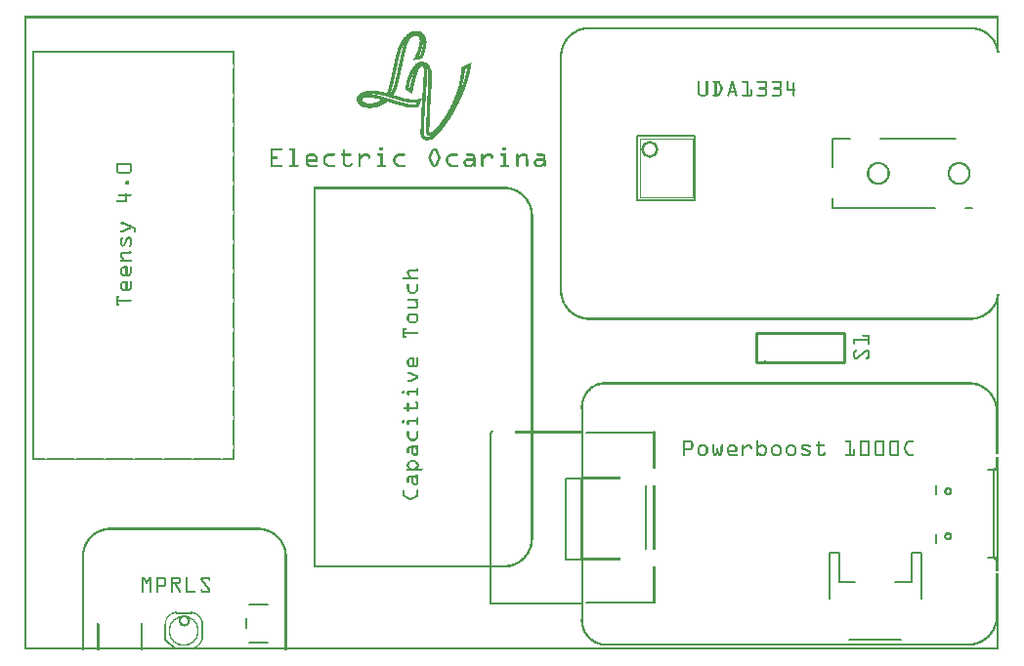
<source format=gto>
G04 MADE WITH FRITZING*
G04 WWW.FRITZING.ORG*
G04 DOUBLE SIDED*
G04 HOLES PLATED*
G04 CONTOUR ON CENTER OF CONTOUR VECTOR*
%ASAXBY*%
%FSLAX23Y23*%
%MOIN*%
%OFA0B0*%
%SFA1.0B1.0*%
%ADD10C,0.058000X0.042*%
%ADD11C,0.103425X0.0934252*%
%ADD12C,0.008000*%
%ADD13C,0.002000*%
%ADD14C,0.005000*%
%ADD15C,0.010000*%
%ADD16R,0.001000X0.001000*%
%LNSILK1*%
G90*
G70*
G54D10*
X2133Y1707D03*
G54D11*
X544Y65D03*
G54D12*
X2088Y1756D02*
X2088Y1534D01*
D02*
X2088Y1534D02*
X2287Y1534D01*
D02*
X2287Y1534D02*
X2287Y1756D01*
D02*
X2088Y1756D02*
X2287Y1756D01*
G54D13*
D02*
X2098Y1746D02*
X2098Y1544D01*
D02*
X2278Y1544D02*
X2098Y1544D01*
D02*
X2278Y1544D02*
X2278Y1746D01*
D02*
X2098Y1746D02*
X2278Y1746D01*
G54D12*
D02*
X3233Y1507D02*
X3210Y1507D01*
D02*
X2757Y1507D02*
X3105Y1507D01*
D02*
X3176Y1743D02*
X2920Y1743D01*
D02*
X2757Y1743D02*
X2816Y1743D01*
D02*
X2757Y1507D02*
X2757Y1542D01*
D02*
X2757Y1743D02*
X2757Y1649D01*
G54D14*
D02*
X568Y4D02*
X513Y4D01*
D02*
X513Y4D02*
X481Y36D01*
D02*
X481Y36D02*
X481Y87D01*
D02*
X521Y126D02*
X568Y126D01*
D02*
X607Y87D02*
X607Y44D01*
G54D12*
D02*
X765Y26D02*
X828Y26D01*
D02*
X765Y156D02*
X828Y156D01*
D02*
X755Y75D02*
X755Y107D01*
D02*
X2991Y35D02*
X2813Y35D01*
D02*
X2745Y173D02*
X2745Y330D01*
D02*
X2745Y330D02*
X2778Y330D01*
D02*
X2778Y330D02*
X2778Y232D01*
D02*
X2778Y232D02*
X2833Y232D01*
D02*
X2971Y232D02*
X3026Y232D01*
D02*
X3026Y232D02*
X3026Y330D01*
D02*
X3026Y330D02*
X3060Y330D01*
D02*
X3060Y330D02*
X3060Y173D01*
G54D14*
D02*
X2147Y741D02*
X1917Y741D01*
D02*
X2147Y161D02*
X1917Y161D01*
D02*
X3109Y365D02*
X3109Y396D01*
D02*
X3109Y530D02*
X3109Y562D01*
D02*
X3286Y314D02*
X3321Y314D01*
D02*
X3321Y314D02*
X3321Y613D01*
D02*
X3321Y613D02*
X3286Y613D01*
G54D12*
D02*
X1900Y585D02*
X1845Y585D01*
D02*
X1845Y585D02*
X1845Y309D01*
D02*
X1845Y309D02*
X1900Y309D01*
D02*
X1900Y585D02*
X1900Y309D01*
D02*
X1901Y159D02*
X1590Y159D01*
D02*
X1590Y742D02*
X1590Y159D01*
D02*
X1901Y585D02*
X1845Y585D01*
D02*
X1901Y309D02*
X1845Y309D01*
D02*
X1845Y585D02*
X1845Y309D01*
G54D15*
D02*
X2496Y980D02*
X2796Y980D01*
D02*
X2796Y980D02*
X2796Y1080D01*
D02*
X2796Y1080D02*
X2496Y1080D01*
D02*
X2496Y1080D02*
X2496Y980D01*
G54D16*
X0Y2163D02*
X3324Y2163D01*
X0Y2162D02*
X3324Y2162D01*
X0Y2161D02*
X3324Y2161D01*
X0Y2160D02*
X3324Y2160D01*
X0Y2159D02*
X3324Y2159D01*
X0Y2158D02*
X3324Y2158D01*
X0Y2157D02*
X3324Y2157D01*
X0Y2156D02*
X3324Y2156D01*
X0Y2155D02*
X7Y2155D01*
X3317Y2155D02*
X3324Y2155D01*
X0Y2154D02*
X7Y2154D01*
X3317Y2154D02*
X3324Y2154D01*
X0Y2153D02*
X7Y2153D01*
X3317Y2153D02*
X3324Y2153D01*
X0Y2152D02*
X7Y2152D01*
X3317Y2152D02*
X3324Y2152D01*
X0Y2151D02*
X7Y2151D01*
X3317Y2151D02*
X3324Y2151D01*
X0Y2150D02*
X7Y2150D01*
X3317Y2150D02*
X3324Y2150D01*
X0Y2149D02*
X7Y2149D01*
X3317Y2149D02*
X3324Y2149D01*
X0Y2148D02*
X7Y2148D01*
X3317Y2148D02*
X3324Y2148D01*
X0Y2147D02*
X7Y2147D01*
X3317Y2147D02*
X3324Y2147D01*
X0Y2146D02*
X7Y2146D01*
X3317Y2146D02*
X3324Y2146D01*
X0Y2145D02*
X7Y2145D01*
X3317Y2145D02*
X3324Y2145D01*
X0Y2144D02*
X7Y2144D01*
X3317Y2144D02*
X3324Y2144D01*
X0Y2143D02*
X7Y2143D01*
X3317Y2143D02*
X3324Y2143D01*
X0Y2142D02*
X7Y2142D01*
X3317Y2142D02*
X3324Y2142D01*
X0Y2141D02*
X7Y2141D01*
X3317Y2141D02*
X3324Y2141D01*
X0Y2140D02*
X7Y2140D01*
X3317Y2140D02*
X3324Y2140D01*
X0Y2139D02*
X7Y2139D01*
X3317Y2139D02*
X3324Y2139D01*
X0Y2138D02*
X7Y2138D01*
X3317Y2138D02*
X3324Y2138D01*
X0Y2137D02*
X7Y2137D01*
X3317Y2137D02*
X3324Y2137D01*
X0Y2136D02*
X7Y2136D01*
X3317Y2136D02*
X3324Y2136D01*
X0Y2135D02*
X7Y2135D01*
X3317Y2135D02*
X3324Y2135D01*
X0Y2134D02*
X7Y2134D01*
X3317Y2134D02*
X3324Y2134D01*
X0Y2133D02*
X7Y2133D01*
X3317Y2133D02*
X3324Y2133D01*
X0Y2132D02*
X7Y2132D01*
X3317Y2132D02*
X3324Y2132D01*
X0Y2131D02*
X7Y2131D01*
X3317Y2131D02*
X3324Y2131D01*
X0Y2130D02*
X7Y2130D01*
X3317Y2130D02*
X3324Y2130D01*
X0Y2129D02*
X7Y2129D01*
X3317Y2129D02*
X3324Y2129D01*
X0Y2128D02*
X7Y2128D01*
X3317Y2128D02*
X3324Y2128D01*
X0Y2127D02*
X7Y2127D01*
X3317Y2127D02*
X3324Y2127D01*
X0Y2126D02*
X7Y2126D01*
X3317Y2126D02*
X3324Y2126D01*
X0Y2125D02*
X7Y2125D01*
X1916Y2125D02*
X3237Y2125D01*
X3317Y2125D02*
X3324Y2125D01*
X0Y2124D02*
X7Y2124D01*
X1909Y2124D02*
X3244Y2124D01*
X3317Y2124D02*
X3324Y2124D01*
X0Y2123D02*
X7Y2123D01*
X1904Y2123D02*
X3249Y2123D01*
X3317Y2123D02*
X3324Y2123D01*
X0Y2122D02*
X7Y2122D01*
X1901Y2122D02*
X3253Y2122D01*
X3317Y2122D02*
X3324Y2122D01*
X0Y2121D02*
X7Y2121D01*
X1897Y2121D02*
X3256Y2121D01*
X3317Y2121D02*
X3324Y2121D01*
X0Y2120D02*
X7Y2120D01*
X1894Y2120D02*
X3259Y2120D01*
X3317Y2120D02*
X3324Y2120D01*
X0Y2119D02*
X7Y2119D01*
X1891Y2119D02*
X3262Y2119D01*
X3317Y2119D02*
X3324Y2119D01*
X0Y2118D02*
X7Y2118D01*
X1889Y2118D02*
X3264Y2118D01*
X3317Y2118D02*
X3324Y2118D01*
X0Y2117D02*
X7Y2117D01*
X1887Y2117D02*
X1915Y2117D01*
X3238Y2117D02*
X3267Y2117D01*
X3317Y2117D02*
X3324Y2117D01*
X0Y2116D02*
X7Y2116D01*
X1884Y2116D02*
X1909Y2116D01*
X3245Y2116D02*
X3269Y2116D01*
X3317Y2116D02*
X3324Y2116D01*
X0Y2115D02*
X7Y2115D01*
X1882Y2115D02*
X1904Y2115D01*
X3249Y2115D02*
X3271Y2115D01*
X3317Y2115D02*
X3324Y2115D01*
X0Y2114D02*
X7Y2114D01*
X1880Y2114D02*
X1900Y2114D01*
X3253Y2114D02*
X3273Y2114D01*
X3317Y2114D02*
X3324Y2114D01*
X0Y2113D02*
X7Y2113D01*
X1879Y2113D02*
X1897Y2113D01*
X3256Y2113D02*
X3275Y2113D01*
X3317Y2113D02*
X3324Y2113D01*
X0Y2112D02*
X7Y2112D01*
X1333Y2112D02*
X1340Y2112D01*
X1877Y2112D02*
X1894Y2112D01*
X3259Y2112D02*
X3277Y2112D01*
X3317Y2112D02*
X3324Y2112D01*
X0Y2111D02*
X7Y2111D01*
X1327Y2111D02*
X1346Y2111D01*
X1875Y2111D02*
X1892Y2111D01*
X3262Y2111D02*
X3278Y2111D01*
X3317Y2111D02*
X3324Y2111D01*
X0Y2110D02*
X7Y2110D01*
X1324Y2110D02*
X1349Y2110D01*
X1873Y2110D02*
X1889Y2110D01*
X3264Y2110D02*
X3280Y2110D01*
X3317Y2110D02*
X3324Y2110D01*
X0Y2109D02*
X7Y2109D01*
X1321Y2109D02*
X1352Y2109D01*
X1872Y2109D02*
X1887Y2109D01*
X3266Y2109D02*
X3281Y2109D01*
X3317Y2109D02*
X3324Y2109D01*
X0Y2108D02*
X7Y2108D01*
X1319Y2108D02*
X1353Y2108D01*
X1870Y2108D02*
X1885Y2108D01*
X3268Y2108D02*
X3283Y2108D01*
X3317Y2108D02*
X3324Y2108D01*
X0Y2107D02*
X7Y2107D01*
X1317Y2107D02*
X1355Y2107D01*
X1869Y2107D02*
X1883Y2107D01*
X3270Y2107D02*
X3284Y2107D01*
X3317Y2107D02*
X3324Y2107D01*
X0Y2106D02*
X7Y2106D01*
X1315Y2106D02*
X1356Y2106D01*
X1868Y2106D02*
X1881Y2106D01*
X3272Y2106D02*
X3286Y2106D01*
X3317Y2106D02*
X3324Y2106D01*
X0Y2105D02*
X7Y2105D01*
X1314Y2105D02*
X1358Y2105D01*
X1866Y2105D02*
X1880Y2105D01*
X3274Y2105D02*
X3287Y2105D01*
X3317Y2105D02*
X3324Y2105D01*
X0Y2104D02*
X7Y2104D01*
X1312Y2104D02*
X1359Y2104D01*
X1865Y2104D02*
X1878Y2104D01*
X3275Y2104D02*
X3288Y2104D01*
X3317Y2104D02*
X3324Y2104D01*
X0Y2103D02*
X7Y2103D01*
X1311Y2103D02*
X1360Y2103D01*
X1864Y2103D02*
X1876Y2103D01*
X3277Y2103D02*
X3290Y2103D01*
X3317Y2103D02*
X3324Y2103D01*
X0Y2102D02*
X7Y2102D01*
X1309Y2102D02*
X1361Y2102D01*
X1863Y2102D02*
X1875Y2102D01*
X3279Y2102D02*
X3291Y2102D01*
X3317Y2102D02*
X3324Y2102D01*
X0Y2101D02*
X7Y2101D01*
X1308Y2101D02*
X1362Y2101D01*
X1861Y2101D02*
X1873Y2101D01*
X3280Y2101D02*
X3292Y2101D01*
X3317Y2101D02*
X3324Y2101D01*
X0Y2100D02*
X7Y2100D01*
X1307Y2100D02*
X1362Y2100D01*
X1860Y2100D02*
X1872Y2100D01*
X3281Y2100D02*
X3293Y2100D01*
X3317Y2100D02*
X3324Y2100D01*
X0Y2099D02*
X7Y2099D01*
X1305Y2099D02*
X1363Y2099D01*
X1859Y2099D02*
X1871Y2099D01*
X3283Y2099D02*
X3294Y2099D01*
X3317Y2099D02*
X3324Y2099D01*
X0Y2098D02*
X7Y2098D01*
X1304Y2098D02*
X1364Y2098D01*
X1858Y2098D02*
X1869Y2098D01*
X3284Y2098D02*
X3295Y2098D01*
X3317Y2098D02*
X3324Y2098D01*
X0Y2097D02*
X7Y2097D01*
X1303Y2097D02*
X1365Y2097D01*
X1857Y2097D02*
X1868Y2097D01*
X3285Y2097D02*
X3296Y2097D01*
X3317Y2097D02*
X3324Y2097D01*
X0Y2096D02*
X7Y2096D01*
X1302Y2096D02*
X1365Y2096D01*
X1856Y2096D02*
X1867Y2096D01*
X3286Y2096D02*
X3297Y2096D01*
X3317Y2096D02*
X3324Y2096D01*
X0Y2095D02*
X7Y2095D01*
X1301Y2095D02*
X1330Y2095D01*
X1341Y2095D02*
X1366Y2095D01*
X1855Y2095D02*
X1866Y2095D01*
X3288Y2095D02*
X3298Y2095D01*
X3317Y2095D02*
X3324Y2095D01*
X0Y2094D02*
X7Y2094D01*
X1300Y2094D02*
X1327Y2094D01*
X1343Y2094D02*
X1366Y2094D01*
X1854Y2094D02*
X1865Y2094D01*
X3289Y2094D02*
X3299Y2094D01*
X3317Y2094D02*
X3324Y2094D01*
X0Y2093D02*
X7Y2093D01*
X1299Y2093D02*
X1325Y2093D01*
X1344Y2093D02*
X1367Y2093D01*
X1853Y2093D02*
X1864Y2093D01*
X3290Y2093D02*
X3300Y2093D01*
X3317Y2093D02*
X3324Y2093D01*
X0Y2092D02*
X7Y2092D01*
X1298Y2092D02*
X1323Y2092D01*
X1345Y2092D02*
X1367Y2092D01*
X1852Y2092D02*
X1862Y2092D01*
X3291Y2092D02*
X3301Y2092D01*
X3317Y2092D02*
X3324Y2092D01*
X0Y2091D02*
X7Y2091D01*
X1297Y2091D02*
X1322Y2091D01*
X1346Y2091D02*
X1367Y2091D01*
X1851Y2091D02*
X1861Y2091D01*
X3292Y2091D02*
X3302Y2091D01*
X3317Y2091D02*
X3324Y2091D01*
X0Y2090D02*
X7Y2090D01*
X1296Y2090D02*
X1321Y2090D01*
X1346Y2090D02*
X1368Y2090D01*
X1851Y2090D02*
X1860Y2090D01*
X3293Y2090D02*
X3303Y2090D01*
X3317Y2090D02*
X3324Y2090D01*
X0Y2089D02*
X7Y2089D01*
X1295Y2089D02*
X1320Y2089D01*
X1347Y2089D02*
X1368Y2089D01*
X1850Y2089D02*
X1859Y2089D01*
X3294Y2089D02*
X3304Y2089D01*
X3317Y2089D02*
X3324Y2089D01*
X0Y2088D02*
X7Y2088D01*
X1295Y2088D02*
X1319Y2088D01*
X1347Y2088D02*
X1368Y2088D01*
X1849Y2088D02*
X1859Y2088D01*
X3295Y2088D02*
X3304Y2088D01*
X3317Y2088D02*
X3324Y2088D01*
X0Y2087D02*
X7Y2087D01*
X1294Y2087D02*
X1318Y2087D01*
X1348Y2087D02*
X1369Y2087D01*
X1848Y2087D02*
X1858Y2087D01*
X3296Y2087D02*
X3305Y2087D01*
X3317Y2087D02*
X3324Y2087D01*
X0Y2086D02*
X7Y2086D01*
X1293Y2086D02*
X1317Y2086D01*
X1348Y2086D02*
X1369Y2086D01*
X1847Y2086D02*
X1857Y2086D01*
X3297Y2086D02*
X3306Y2086D01*
X3317Y2086D02*
X3324Y2086D01*
X0Y2085D02*
X7Y2085D01*
X1292Y2085D02*
X1316Y2085D01*
X1348Y2085D02*
X1369Y2085D01*
X1847Y2085D02*
X1856Y2085D01*
X3297Y2085D02*
X3307Y2085D01*
X3317Y2085D02*
X3324Y2085D01*
X0Y2084D02*
X7Y2084D01*
X1291Y2084D02*
X1315Y2084D01*
X1348Y2084D02*
X1370Y2084D01*
X1846Y2084D02*
X1855Y2084D01*
X3298Y2084D02*
X3307Y2084D01*
X3317Y2084D02*
X3324Y2084D01*
X0Y2083D02*
X7Y2083D01*
X1291Y2083D02*
X1314Y2083D01*
X1348Y2083D02*
X1370Y2083D01*
X1845Y2083D02*
X1854Y2083D01*
X3299Y2083D02*
X3308Y2083D01*
X3317Y2083D02*
X3324Y2083D01*
X0Y2082D02*
X7Y2082D01*
X1290Y2082D02*
X1314Y2082D01*
X1349Y2082D02*
X1370Y2082D01*
X1845Y2082D02*
X1853Y2082D01*
X3300Y2082D02*
X3309Y2082D01*
X3317Y2082D02*
X3324Y2082D01*
X0Y2081D02*
X7Y2081D01*
X1289Y2081D02*
X1313Y2081D01*
X1349Y2081D02*
X1370Y2081D01*
X1844Y2081D02*
X1853Y2081D01*
X3301Y2081D02*
X3309Y2081D01*
X3317Y2081D02*
X3324Y2081D01*
X0Y2080D02*
X7Y2080D01*
X1289Y2080D02*
X1312Y2080D01*
X1349Y2080D02*
X1370Y2080D01*
X1843Y2080D02*
X1852Y2080D01*
X3301Y2080D02*
X3310Y2080D01*
X3317Y2080D02*
X3324Y2080D01*
X0Y2079D02*
X7Y2079D01*
X1288Y2079D02*
X1312Y2079D01*
X1349Y2079D02*
X1370Y2079D01*
X1843Y2079D02*
X1851Y2079D01*
X3302Y2079D02*
X3311Y2079D01*
X3317Y2079D02*
X3324Y2079D01*
X0Y2078D02*
X7Y2078D01*
X1287Y2078D02*
X1311Y2078D01*
X1349Y2078D02*
X1370Y2078D01*
X1842Y2078D02*
X1850Y2078D01*
X3303Y2078D02*
X3311Y2078D01*
X3317Y2078D02*
X3324Y2078D01*
X0Y2077D02*
X7Y2077D01*
X1287Y2077D02*
X1310Y2077D01*
X1349Y2077D02*
X1370Y2077D01*
X1841Y2077D02*
X1850Y2077D01*
X3304Y2077D02*
X3312Y2077D01*
X3317Y2077D02*
X3324Y2077D01*
X0Y2076D02*
X7Y2076D01*
X1286Y2076D02*
X1310Y2076D01*
X1349Y2076D02*
X1371Y2076D01*
X1841Y2076D02*
X1849Y2076D01*
X3304Y2076D02*
X3313Y2076D01*
X3317Y2076D02*
X3324Y2076D01*
X0Y2075D02*
X7Y2075D01*
X1285Y2075D02*
X1309Y2075D01*
X1348Y2075D02*
X1371Y2075D01*
X1840Y2075D02*
X1848Y2075D01*
X3305Y2075D02*
X3313Y2075D01*
X3317Y2075D02*
X3324Y2075D01*
X0Y2074D02*
X7Y2074D01*
X1285Y2074D02*
X1309Y2074D01*
X1348Y2074D02*
X1371Y2074D01*
X1840Y2074D02*
X1848Y2074D01*
X3305Y2074D02*
X3314Y2074D01*
X3317Y2074D02*
X3324Y2074D01*
X0Y2073D02*
X7Y2073D01*
X1284Y2073D02*
X1308Y2073D01*
X1348Y2073D02*
X1371Y2073D01*
X1839Y2073D02*
X1847Y2073D01*
X3306Y2073D02*
X3314Y2073D01*
X3317Y2073D02*
X3324Y2073D01*
X0Y2072D02*
X7Y2072D01*
X1284Y2072D02*
X1308Y2072D01*
X1348Y2072D02*
X1371Y2072D01*
X1839Y2072D02*
X1847Y2072D01*
X3307Y2072D02*
X3315Y2072D01*
X3317Y2072D02*
X3324Y2072D01*
X0Y2071D02*
X7Y2071D01*
X1283Y2071D02*
X1307Y2071D01*
X1348Y2071D02*
X1371Y2071D01*
X1838Y2071D02*
X1846Y2071D01*
X3307Y2071D02*
X3315Y2071D01*
X3317Y2071D02*
X3324Y2071D01*
X0Y2070D02*
X7Y2070D01*
X1283Y2070D02*
X1307Y2070D01*
X1348Y2070D02*
X1358Y2070D01*
X1360Y2070D02*
X1370Y2070D01*
X1838Y2070D02*
X1845Y2070D01*
X3308Y2070D02*
X3324Y2070D01*
X0Y2069D02*
X7Y2069D01*
X1282Y2069D02*
X1307Y2069D01*
X1348Y2069D02*
X1358Y2069D01*
X1360Y2069D02*
X1370Y2069D01*
X1837Y2069D02*
X1845Y2069D01*
X3308Y2069D02*
X3324Y2069D01*
X0Y2068D02*
X7Y2068D01*
X1282Y2068D02*
X1306Y2068D01*
X1348Y2068D02*
X1358Y2068D01*
X1360Y2068D02*
X1370Y2068D01*
X1837Y2068D02*
X1844Y2068D01*
X3309Y2068D02*
X3324Y2068D01*
X0Y2067D02*
X7Y2067D01*
X1281Y2067D02*
X1306Y2067D01*
X1347Y2067D02*
X1358Y2067D01*
X1360Y2067D02*
X1370Y2067D01*
X1836Y2067D02*
X1844Y2067D01*
X3309Y2067D02*
X3324Y2067D01*
X0Y2066D02*
X7Y2066D01*
X1281Y2066D02*
X1292Y2066D01*
X1294Y2066D02*
X1305Y2066D01*
X1347Y2066D02*
X1358Y2066D01*
X1360Y2066D02*
X1370Y2066D01*
X1836Y2066D02*
X1843Y2066D01*
X3310Y2066D02*
X3324Y2066D01*
X0Y2065D02*
X7Y2065D01*
X1280Y2065D02*
X1292Y2065D01*
X1294Y2065D02*
X1305Y2065D01*
X1347Y2065D02*
X1358Y2065D01*
X1360Y2065D02*
X1370Y2065D01*
X1835Y2065D02*
X1843Y2065D01*
X3310Y2065D02*
X3324Y2065D01*
X0Y2064D02*
X7Y2064D01*
X1280Y2064D02*
X1291Y2064D01*
X1293Y2064D02*
X1305Y2064D01*
X1347Y2064D02*
X1357Y2064D01*
X1360Y2064D02*
X1370Y2064D01*
X1835Y2064D02*
X1842Y2064D01*
X3311Y2064D02*
X3324Y2064D01*
X0Y2063D02*
X7Y2063D01*
X1279Y2063D02*
X1291Y2063D01*
X1293Y2063D02*
X1304Y2063D01*
X1347Y2063D02*
X1357Y2063D01*
X1359Y2063D02*
X1370Y2063D01*
X1834Y2063D02*
X1842Y2063D01*
X3311Y2063D02*
X3324Y2063D01*
X0Y2062D02*
X7Y2062D01*
X1279Y2062D02*
X1290Y2062D01*
X1293Y2062D02*
X1304Y2062D01*
X1346Y2062D02*
X1357Y2062D01*
X1359Y2062D02*
X1370Y2062D01*
X1834Y2062D02*
X1842Y2062D01*
X3312Y2062D02*
X3324Y2062D01*
X0Y2061D02*
X7Y2061D01*
X1278Y2061D02*
X1290Y2061D01*
X1292Y2061D02*
X1303Y2061D01*
X1346Y2061D02*
X1357Y2061D01*
X1359Y2061D02*
X1370Y2061D01*
X1834Y2061D02*
X1841Y2061D01*
X3312Y2061D02*
X3324Y2061D01*
X0Y2060D02*
X7Y2060D01*
X1278Y2060D02*
X1289Y2060D01*
X1292Y2060D02*
X1303Y2060D01*
X1346Y2060D02*
X1357Y2060D01*
X1359Y2060D02*
X1370Y2060D01*
X1833Y2060D02*
X1841Y2060D01*
X3313Y2060D02*
X3324Y2060D01*
X0Y2059D02*
X7Y2059D01*
X1277Y2059D02*
X1289Y2059D01*
X1292Y2059D02*
X1303Y2059D01*
X1346Y2059D02*
X1356Y2059D01*
X1359Y2059D02*
X1369Y2059D01*
X1833Y2059D02*
X1840Y2059D01*
X3313Y2059D02*
X3324Y2059D01*
X0Y2058D02*
X7Y2058D01*
X1277Y2058D02*
X1288Y2058D01*
X1292Y2058D02*
X1302Y2058D01*
X1345Y2058D02*
X1356Y2058D01*
X1359Y2058D02*
X1369Y2058D01*
X1833Y2058D02*
X1840Y2058D01*
X3313Y2058D02*
X3324Y2058D01*
X0Y2057D02*
X7Y2057D01*
X1277Y2057D02*
X1288Y2057D01*
X1291Y2057D02*
X1302Y2057D01*
X1345Y2057D02*
X1356Y2057D01*
X1358Y2057D02*
X1369Y2057D01*
X1832Y2057D02*
X1839Y2057D01*
X3314Y2057D02*
X3324Y2057D01*
X0Y2056D02*
X7Y2056D01*
X1276Y2056D02*
X1288Y2056D01*
X1291Y2056D02*
X1302Y2056D01*
X1345Y2056D02*
X1356Y2056D01*
X1358Y2056D02*
X1369Y2056D01*
X1832Y2056D02*
X1839Y2056D01*
X3314Y2056D02*
X3324Y2056D01*
X0Y2055D02*
X7Y2055D01*
X1276Y2055D02*
X1287Y2055D01*
X1291Y2055D02*
X1302Y2055D01*
X1345Y2055D02*
X1355Y2055D01*
X1358Y2055D02*
X1369Y2055D01*
X1832Y2055D02*
X1839Y2055D01*
X3314Y2055D02*
X3324Y2055D01*
X0Y2054D02*
X7Y2054D01*
X1276Y2054D02*
X1287Y2054D01*
X1291Y2054D02*
X1301Y2054D01*
X1344Y2054D02*
X1355Y2054D01*
X1358Y2054D02*
X1369Y2054D01*
X1831Y2054D02*
X1838Y2054D01*
X3315Y2054D02*
X3324Y2054D01*
X0Y2053D02*
X7Y2053D01*
X1275Y2053D02*
X1286Y2053D01*
X1290Y2053D02*
X1301Y2053D01*
X1344Y2053D02*
X1355Y2053D01*
X1358Y2053D02*
X1368Y2053D01*
X1831Y2053D02*
X1838Y2053D01*
X3315Y2053D02*
X3324Y2053D01*
X0Y2052D02*
X7Y2052D01*
X1275Y2052D02*
X1286Y2052D01*
X1290Y2052D02*
X1301Y2052D01*
X1344Y2052D02*
X1355Y2052D01*
X1357Y2052D02*
X1368Y2052D01*
X1831Y2052D02*
X1838Y2052D01*
X3315Y2052D02*
X3324Y2052D01*
X0Y2051D02*
X7Y2051D01*
X1274Y2051D02*
X1286Y2051D01*
X1290Y2051D02*
X1301Y2051D01*
X1343Y2051D02*
X1354Y2051D01*
X1357Y2051D02*
X1368Y2051D01*
X1830Y2051D02*
X1838Y2051D01*
X3316Y2051D02*
X3324Y2051D01*
X0Y2050D02*
X7Y2050D01*
X1274Y2050D02*
X1285Y2050D01*
X1290Y2050D02*
X1300Y2050D01*
X1343Y2050D02*
X1354Y2050D01*
X1357Y2050D02*
X1368Y2050D01*
X1830Y2050D02*
X1837Y2050D01*
X3316Y2050D02*
X3324Y2050D01*
X0Y2049D02*
X7Y2049D01*
X1274Y2049D02*
X1285Y2049D01*
X1289Y2049D02*
X1300Y2049D01*
X1343Y2049D02*
X1354Y2049D01*
X1357Y2049D02*
X1367Y2049D01*
X1830Y2049D02*
X1837Y2049D01*
X3316Y2049D02*
X3324Y2049D01*
X0Y2048D02*
X7Y2048D01*
X1273Y2048D02*
X1284Y2048D01*
X1289Y2048D02*
X1300Y2048D01*
X1342Y2048D02*
X1353Y2048D01*
X1356Y2048D02*
X1367Y2048D01*
X1830Y2048D02*
X1837Y2048D01*
X3317Y2048D02*
X3324Y2048D01*
X0Y2047D02*
X7Y2047D01*
X1273Y2047D02*
X1284Y2047D01*
X1289Y2047D02*
X1299Y2047D01*
X1342Y2047D02*
X1353Y2047D01*
X1356Y2047D02*
X1367Y2047D01*
X1829Y2047D02*
X1837Y2047D01*
X3317Y2047D02*
X3324Y2047D01*
X0Y2046D02*
X7Y2046D01*
X1273Y2046D02*
X1284Y2046D01*
X1289Y2046D02*
X1299Y2046D01*
X1342Y2046D02*
X1353Y2046D01*
X1356Y2046D02*
X1367Y2046D01*
X1829Y2046D02*
X1836Y2046D01*
X3317Y2046D02*
X3324Y2046D01*
X0Y2045D02*
X7Y2045D01*
X1272Y2045D02*
X1283Y2045D01*
X1288Y2045D02*
X1299Y2045D01*
X1341Y2045D02*
X1352Y2045D01*
X1356Y2045D02*
X1366Y2045D01*
X1829Y2045D02*
X1836Y2045D01*
X3317Y2045D02*
X3324Y2045D01*
X0Y2044D02*
X7Y2044D01*
X1272Y2044D02*
X1283Y2044D01*
X1288Y2044D02*
X1299Y2044D01*
X1341Y2044D02*
X1352Y2044D01*
X1355Y2044D02*
X1366Y2044D01*
X1829Y2044D02*
X1836Y2044D01*
X3317Y2044D02*
X3324Y2044D01*
X0Y2043D02*
X7Y2043D01*
X28Y2043D02*
X717Y2043D01*
X1272Y2043D02*
X1283Y2043D01*
X1288Y2043D02*
X1299Y2043D01*
X1341Y2043D02*
X1352Y2043D01*
X1355Y2043D02*
X1366Y2043D01*
X1829Y2043D02*
X1836Y2043D01*
X3317Y2043D02*
X3325Y2043D01*
X0Y2042D02*
X7Y2042D01*
X28Y2042D02*
X717Y2042D01*
X1272Y2042D02*
X1282Y2042D01*
X1288Y2042D02*
X1298Y2042D01*
X1340Y2042D02*
X1351Y2042D01*
X1355Y2042D02*
X1365Y2042D01*
X1828Y2042D02*
X1835Y2042D01*
X3317Y2042D02*
X3325Y2042D01*
X0Y2041D02*
X7Y2041D01*
X28Y2041D02*
X717Y2041D01*
X1271Y2041D02*
X1282Y2041D01*
X1287Y2041D02*
X1298Y2041D01*
X1340Y2041D02*
X1351Y2041D01*
X1354Y2041D02*
X1365Y2041D01*
X1828Y2041D02*
X1835Y2041D01*
X3317Y2041D02*
X3325Y2041D01*
X0Y2040D02*
X7Y2040D01*
X28Y2040D02*
X717Y2040D01*
X1271Y2040D02*
X1282Y2040D01*
X1287Y2040D02*
X1298Y2040D01*
X1339Y2040D02*
X1351Y2040D01*
X1354Y2040D02*
X1365Y2040D01*
X1828Y2040D02*
X1835Y2040D01*
X3317Y2040D02*
X3325Y2040D01*
X0Y2039D02*
X7Y2039D01*
X28Y2039D02*
X717Y2039D01*
X1271Y2039D02*
X1282Y2039D01*
X1287Y2039D02*
X1298Y2039D01*
X1339Y2039D02*
X1350Y2039D01*
X1354Y2039D02*
X1365Y2039D01*
X1828Y2039D02*
X1835Y2039D01*
X3317Y2039D02*
X3325Y2039D01*
X0Y2038D02*
X7Y2038D01*
X28Y2038D02*
X717Y2038D01*
X1270Y2038D02*
X1281Y2038D01*
X1287Y2038D02*
X1297Y2038D01*
X1339Y2038D02*
X1350Y2038D01*
X1353Y2038D02*
X1364Y2038D01*
X1828Y2038D02*
X1835Y2038D01*
X3317Y2038D02*
X3325Y2038D01*
X0Y2037D02*
X7Y2037D01*
X28Y2037D02*
X717Y2037D01*
X1270Y2037D02*
X1281Y2037D01*
X1287Y2037D02*
X1297Y2037D01*
X1338Y2037D02*
X1349Y2037D01*
X1353Y2037D02*
X1364Y2037D01*
X1828Y2037D02*
X1835Y2037D01*
X0Y2036D02*
X7Y2036D01*
X28Y2036D02*
X34Y2036D01*
X711Y2036D02*
X717Y2036D01*
X1270Y2036D02*
X1281Y2036D01*
X1286Y2036D02*
X1297Y2036D01*
X1338Y2036D02*
X1349Y2036D01*
X1353Y2036D02*
X1364Y2036D01*
X1828Y2036D02*
X1835Y2036D01*
X0Y2035D02*
X7Y2035D01*
X28Y2035D02*
X34Y2035D01*
X711Y2035D02*
X717Y2035D01*
X1270Y2035D02*
X1280Y2035D01*
X1286Y2035D02*
X1297Y2035D01*
X1337Y2035D02*
X1349Y2035D01*
X1352Y2035D02*
X1364Y2035D01*
X1828Y2035D02*
X1835Y2035D01*
X0Y2034D02*
X7Y2034D01*
X28Y2034D02*
X34Y2034D01*
X711Y2034D02*
X717Y2034D01*
X1269Y2034D02*
X1280Y2034D01*
X1286Y2034D02*
X1297Y2034D01*
X1337Y2034D02*
X1348Y2034D01*
X1352Y2034D02*
X1363Y2034D01*
X1827Y2034D02*
X1834Y2034D01*
X0Y2033D02*
X7Y2033D01*
X28Y2033D02*
X34Y2033D01*
X711Y2033D02*
X717Y2033D01*
X1269Y2033D02*
X1280Y2033D01*
X1286Y2033D02*
X1296Y2033D01*
X1336Y2033D02*
X1348Y2033D01*
X1352Y2033D02*
X1363Y2033D01*
X1827Y2033D02*
X1834Y2033D01*
X0Y2032D02*
X7Y2032D01*
X28Y2032D02*
X34Y2032D01*
X711Y2032D02*
X717Y2032D01*
X1269Y2032D02*
X1280Y2032D01*
X1285Y2032D02*
X1296Y2032D01*
X1336Y2032D02*
X1347Y2032D01*
X1351Y2032D02*
X1362Y2032D01*
X1827Y2032D02*
X1834Y2032D01*
X0Y2031D02*
X7Y2031D01*
X28Y2031D02*
X34Y2031D01*
X711Y2031D02*
X717Y2031D01*
X1268Y2031D02*
X1279Y2031D01*
X1285Y2031D02*
X1296Y2031D01*
X1336Y2031D02*
X1347Y2031D01*
X1351Y2031D02*
X1362Y2031D01*
X1827Y2031D02*
X1834Y2031D01*
X0Y2030D02*
X7Y2030D01*
X28Y2030D02*
X34Y2030D01*
X711Y2030D02*
X717Y2030D01*
X1268Y2030D02*
X1279Y2030D01*
X1285Y2030D02*
X1296Y2030D01*
X1335Y2030D02*
X1347Y2030D01*
X1351Y2030D02*
X1362Y2030D01*
X1827Y2030D02*
X1834Y2030D01*
X0Y2029D02*
X7Y2029D01*
X28Y2029D02*
X34Y2029D01*
X711Y2029D02*
X717Y2029D01*
X1268Y2029D02*
X1279Y2029D01*
X1285Y2029D02*
X1295Y2029D01*
X1335Y2029D02*
X1346Y2029D01*
X1350Y2029D02*
X1361Y2029D01*
X1827Y2029D02*
X1834Y2029D01*
X0Y2028D02*
X7Y2028D01*
X28Y2028D02*
X34Y2028D01*
X711Y2028D02*
X717Y2028D01*
X1268Y2028D02*
X1279Y2028D01*
X1285Y2028D02*
X1295Y2028D01*
X1334Y2028D02*
X1346Y2028D01*
X1350Y2028D02*
X1361Y2028D01*
X1827Y2028D02*
X1834Y2028D01*
X0Y2027D02*
X7Y2027D01*
X28Y2027D02*
X34Y2027D01*
X711Y2027D02*
X717Y2027D01*
X1268Y2027D02*
X1278Y2027D01*
X1284Y2027D02*
X1295Y2027D01*
X1334Y2027D02*
X1346Y2027D01*
X1348Y2027D02*
X1361Y2027D01*
X1827Y2027D02*
X1834Y2027D01*
X0Y2026D02*
X7Y2026D01*
X28Y2026D02*
X34Y2026D01*
X711Y2026D02*
X717Y2026D01*
X1267Y2026D02*
X1278Y2026D01*
X1284Y2026D02*
X1295Y2026D01*
X1333Y2026D02*
X1360Y2026D01*
X1827Y2026D02*
X1834Y2026D01*
X0Y2025D02*
X7Y2025D01*
X28Y2025D02*
X34Y2025D01*
X711Y2025D02*
X717Y2025D01*
X1267Y2025D02*
X1278Y2025D01*
X1284Y2025D02*
X1295Y2025D01*
X1333Y2025D02*
X1360Y2025D01*
X1827Y2025D02*
X1834Y2025D01*
X0Y2024D02*
X7Y2024D01*
X28Y2024D02*
X34Y2024D01*
X711Y2024D02*
X717Y2024D01*
X1267Y2024D02*
X1278Y2024D01*
X1284Y2024D02*
X1294Y2024D01*
X1332Y2024D02*
X1359Y2024D01*
X1827Y2024D02*
X1834Y2024D01*
X0Y2023D02*
X7Y2023D01*
X28Y2023D02*
X34Y2023D01*
X711Y2023D02*
X717Y2023D01*
X1267Y2023D02*
X1277Y2023D01*
X1284Y2023D02*
X1294Y2023D01*
X1332Y2023D02*
X1359Y2023D01*
X1827Y2023D02*
X1834Y2023D01*
X0Y2022D02*
X7Y2022D01*
X28Y2022D02*
X34Y2022D01*
X711Y2022D02*
X717Y2022D01*
X1266Y2022D02*
X1277Y2022D01*
X1283Y2022D02*
X1294Y2022D01*
X1331Y2022D02*
X1359Y2022D01*
X1827Y2022D02*
X1834Y2022D01*
X0Y2021D02*
X7Y2021D01*
X28Y2021D02*
X34Y2021D01*
X711Y2021D02*
X717Y2021D01*
X1266Y2021D02*
X1277Y2021D01*
X1283Y2021D02*
X1294Y2021D01*
X1331Y2021D02*
X1358Y2021D01*
X1827Y2021D02*
X1834Y2021D01*
X0Y2020D02*
X7Y2020D01*
X28Y2020D02*
X34Y2020D01*
X711Y2020D02*
X717Y2020D01*
X1266Y2020D02*
X1277Y2020D01*
X1283Y2020D02*
X1294Y2020D01*
X1330Y2020D02*
X1358Y2020D01*
X1827Y2020D02*
X1834Y2020D01*
X0Y2019D02*
X7Y2019D01*
X28Y2019D02*
X34Y2019D01*
X711Y2019D02*
X717Y2019D01*
X1266Y2019D02*
X1276Y2019D01*
X1283Y2019D02*
X1293Y2019D01*
X1330Y2019D02*
X1357Y2019D01*
X1827Y2019D02*
X1834Y2019D01*
X0Y2018D02*
X7Y2018D01*
X28Y2018D02*
X34Y2018D01*
X711Y2018D02*
X717Y2018D01*
X1265Y2018D02*
X1276Y2018D01*
X1282Y2018D02*
X1293Y2018D01*
X1329Y2018D02*
X1357Y2018D01*
X1827Y2018D02*
X1834Y2018D01*
X0Y2017D02*
X7Y2017D01*
X28Y2017D02*
X34Y2017D01*
X711Y2017D02*
X717Y2017D01*
X1265Y2017D02*
X1276Y2017D01*
X1282Y2017D02*
X1293Y2017D01*
X1329Y2017D02*
X1356Y2017D01*
X1827Y2017D02*
X1834Y2017D01*
X0Y2016D02*
X7Y2016D01*
X28Y2016D02*
X34Y2016D01*
X711Y2016D02*
X717Y2016D01*
X1265Y2016D02*
X1276Y2016D01*
X1282Y2016D02*
X1293Y2016D01*
X1328Y2016D02*
X1350Y2016D01*
X1827Y2016D02*
X1834Y2016D01*
X0Y2015D02*
X7Y2015D01*
X28Y2015D02*
X34Y2015D01*
X711Y2015D02*
X717Y2015D01*
X1265Y2015D02*
X1275Y2015D01*
X1282Y2015D02*
X1292Y2015D01*
X1328Y2015D02*
X1344Y2015D01*
X1827Y2015D02*
X1834Y2015D01*
X0Y2014D02*
X7Y2014D01*
X28Y2014D02*
X34Y2014D01*
X711Y2014D02*
X717Y2014D01*
X1265Y2014D02*
X1275Y2014D01*
X1282Y2014D02*
X1292Y2014D01*
X1327Y2014D02*
X1337Y2014D01*
X1827Y2014D02*
X1834Y2014D01*
X0Y2013D02*
X7Y2013D01*
X28Y2013D02*
X34Y2013D01*
X711Y2013D02*
X717Y2013D01*
X1264Y2013D02*
X1275Y2013D01*
X1281Y2013D02*
X1292Y2013D01*
X1327Y2013D02*
X1330Y2013D01*
X1827Y2013D02*
X1834Y2013D01*
X0Y2012D02*
X7Y2012D01*
X28Y2012D02*
X34Y2012D01*
X711Y2012D02*
X717Y2012D01*
X1264Y2012D02*
X1275Y2012D01*
X1281Y2012D02*
X1292Y2012D01*
X1827Y2012D02*
X1834Y2012D01*
X0Y2011D02*
X7Y2011D01*
X28Y2011D02*
X34Y2011D01*
X711Y2011D02*
X717Y2011D01*
X1264Y2011D02*
X1274Y2011D01*
X1281Y2011D02*
X1292Y2011D01*
X1827Y2011D02*
X1834Y2011D01*
X0Y2010D02*
X7Y2010D01*
X28Y2010D02*
X34Y2010D01*
X711Y2010D02*
X717Y2010D01*
X1264Y2010D02*
X1274Y2010D01*
X1281Y2010D02*
X1291Y2010D01*
X1827Y2010D02*
X1834Y2010D01*
X0Y2009D02*
X7Y2009D01*
X28Y2009D02*
X34Y2009D01*
X711Y2009D02*
X717Y2009D01*
X1263Y2009D02*
X1274Y2009D01*
X1280Y2009D02*
X1291Y2009D01*
X1827Y2009D02*
X1834Y2009D01*
X0Y2008D02*
X7Y2008D01*
X28Y2008D02*
X34Y2008D01*
X711Y2008D02*
X717Y2008D01*
X1263Y2008D02*
X1274Y2008D01*
X1280Y2008D02*
X1291Y2008D01*
X1827Y2008D02*
X1834Y2008D01*
X0Y2007D02*
X7Y2007D01*
X28Y2007D02*
X34Y2007D01*
X711Y2007D02*
X717Y2007D01*
X1263Y2007D02*
X1274Y2007D01*
X1280Y2007D02*
X1291Y2007D01*
X1352Y2007D02*
X1360Y2007D01*
X1827Y2007D02*
X1834Y2007D01*
X0Y2006D02*
X7Y2006D01*
X28Y2006D02*
X34Y2006D01*
X711Y2006D02*
X717Y2006D01*
X1263Y2006D02*
X1273Y2006D01*
X1280Y2006D02*
X1290Y2006D01*
X1347Y2006D02*
X1364Y2006D01*
X1827Y2006D02*
X1834Y2006D01*
X0Y2005D02*
X7Y2005D01*
X28Y2005D02*
X34Y2005D01*
X711Y2005D02*
X717Y2005D01*
X1263Y2005D02*
X1273Y2005D01*
X1280Y2005D02*
X1290Y2005D01*
X1345Y2005D02*
X1367Y2005D01*
X1827Y2005D02*
X1834Y2005D01*
X0Y2004D02*
X7Y2004D01*
X28Y2004D02*
X34Y2004D01*
X711Y2004D02*
X717Y2004D01*
X1262Y2004D02*
X1273Y2004D01*
X1279Y2004D02*
X1290Y2004D01*
X1343Y2004D02*
X1369Y2004D01*
X1827Y2004D02*
X1834Y2004D01*
X0Y2003D02*
X7Y2003D01*
X28Y2003D02*
X34Y2003D01*
X711Y2003D02*
X717Y2003D01*
X1262Y2003D02*
X1273Y2003D01*
X1279Y2003D02*
X1290Y2003D01*
X1341Y2003D02*
X1371Y2003D01*
X1523Y2003D02*
X1525Y2003D01*
X1827Y2003D02*
X1834Y2003D01*
X0Y2002D02*
X7Y2002D01*
X28Y2002D02*
X34Y2002D01*
X711Y2002D02*
X717Y2002D01*
X1262Y2002D02*
X1273Y2002D01*
X1279Y2002D02*
X1290Y2002D01*
X1339Y2002D02*
X1372Y2002D01*
X1521Y2002D02*
X1524Y2002D01*
X1827Y2002D02*
X1834Y2002D01*
X0Y2001D02*
X7Y2001D01*
X28Y2001D02*
X34Y2001D01*
X711Y2001D02*
X717Y2001D01*
X1262Y2001D02*
X1272Y2001D01*
X1279Y2001D02*
X1289Y2001D01*
X1338Y2001D02*
X1374Y2001D01*
X1518Y2001D02*
X1524Y2001D01*
X1827Y2001D02*
X1834Y2001D01*
X0Y2000D02*
X7Y2000D01*
X28Y2000D02*
X34Y2000D01*
X711Y2000D02*
X717Y2000D01*
X1261Y2000D02*
X1272Y2000D01*
X1279Y2000D02*
X1289Y2000D01*
X1337Y2000D02*
X1375Y2000D01*
X1516Y2000D02*
X1524Y2000D01*
X1827Y2000D02*
X1834Y2000D01*
X0Y1999D02*
X7Y1999D01*
X28Y1999D02*
X34Y1999D01*
X711Y1999D02*
X717Y1999D01*
X1261Y1999D02*
X1272Y1999D01*
X1278Y1999D02*
X1289Y1999D01*
X1335Y1999D02*
X1376Y1999D01*
X1514Y1999D02*
X1524Y1999D01*
X1827Y1999D02*
X1834Y1999D01*
X0Y1998D02*
X7Y1998D01*
X28Y1998D02*
X34Y1998D01*
X712Y1998D02*
X717Y1998D01*
X1261Y1998D02*
X1272Y1998D01*
X1278Y1998D02*
X1289Y1998D01*
X1334Y1998D02*
X1377Y1998D01*
X1511Y1998D02*
X1524Y1998D01*
X1827Y1998D02*
X1834Y1998D01*
X0Y1997D02*
X7Y1997D01*
X28Y1997D02*
X34Y1997D01*
X712Y1997D02*
X717Y1997D01*
X1261Y1997D02*
X1271Y1997D01*
X1278Y1997D02*
X1289Y1997D01*
X1333Y1997D02*
X1378Y1997D01*
X1509Y1997D02*
X1524Y1997D01*
X1827Y1997D02*
X1834Y1997D01*
X0Y1996D02*
X7Y1996D01*
X28Y1996D02*
X34Y1996D01*
X712Y1996D02*
X717Y1996D01*
X1261Y1996D02*
X1271Y1996D01*
X1278Y1996D02*
X1288Y1996D01*
X1332Y1996D02*
X1379Y1996D01*
X1507Y1996D02*
X1524Y1996D01*
X1827Y1996D02*
X1834Y1996D01*
X0Y1995D02*
X7Y1995D01*
X28Y1995D02*
X34Y1995D01*
X712Y1995D02*
X717Y1995D01*
X1260Y1995D02*
X1271Y1995D01*
X1277Y1995D02*
X1288Y1995D01*
X1331Y1995D02*
X1379Y1995D01*
X1504Y1995D02*
X1523Y1995D01*
X1827Y1995D02*
X1834Y1995D01*
X0Y1994D02*
X7Y1994D01*
X28Y1994D02*
X34Y1994D01*
X712Y1994D02*
X717Y1994D01*
X1260Y1994D02*
X1271Y1994D01*
X1277Y1994D02*
X1288Y1994D01*
X1330Y1994D02*
X1380Y1994D01*
X1502Y1994D02*
X1523Y1994D01*
X1827Y1994D02*
X1834Y1994D01*
X0Y1993D02*
X7Y1993D01*
X28Y1993D02*
X34Y1993D01*
X712Y1993D02*
X717Y1993D01*
X1260Y1993D02*
X1271Y1993D01*
X1277Y1993D02*
X1288Y1993D01*
X1329Y1993D02*
X1381Y1993D01*
X1500Y1993D02*
X1523Y1993D01*
X1827Y1993D02*
X1834Y1993D01*
X0Y1992D02*
X7Y1992D01*
X28Y1992D02*
X34Y1992D01*
X712Y1992D02*
X717Y1992D01*
X1260Y1992D02*
X1270Y1992D01*
X1277Y1992D02*
X1287Y1992D01*
X1328Y1992D02*
X1381Y1992D01*
X1497Y1992D02*
X1523Y1992D01*
X1827Y1992D02*
X1834Y1992D01*
X0Y1991D02*
X7Y1991D01*
X28Y1991D02*
X34Y1991D01*
X712Y1991D02*
X717Y1991D01*
X1260Y1991D02*
X1270Y1991D01*
X1277Y1991D02*
X1287Y1991D01*
X1328Y1991D02*
X1382Y1991D01*
X1495Y1991D02*
X1523Y1991D01*
X1827Y1991D02*
X1834Y1991D01*
X0Y1990D02*
X7Y1990D01*
X28Y1990D02*
X34Y1990D01*
X712Y1990D02*
X717Y1990D01*
X1259Y1990D02*
X1270Y1990D01*
X1276Y1990D02*
X1287Y1990D01*
X1327Y1990D02*
X1383Y1990D01*
X1493Y1990D02*
X1522Y1990D01*
X1827Y1990D02*
X1834Y1990D01*
X0Y1989D02*
X7Y1989D01*
X28Y1989D02*
X34Y1989D01*
X712Y1989D02*
X717Y1989D01*
X1259Y1989D02*
X1270Y1989D01*
X1276Y1989D02*
X1287Y1989D01*
X1326Y1989D02*
X1352Y1989D01*
X1359Y1989D02*
X1383Y1989D01*
X1492Y1989D02*
X1522Y1989D01*
X1827Y1989D02*
X1834Y1989D01*
X0Y1988D02*
X7Y1988D01*
X28Y1988D02*
X34Y1988D01*
X712Y1988D02*
X717Y1988D01*
X1259Y1988D02*
X1270Y1988D01*
X1276Y1988D02*
X1287Y1988D01*
X1325Y1988D02*
X1351Y1988D01*
X1360Y1988D02*
X1384Y1988D01*
X1492Y1988D02*
X1522Y1988D01*
X1827Y1988D02*
X1834Y1988D01*
X0Y1987D02*
X7Y1987D01*
X28Y1987D02*
X34Y1987D01*
X712Y1987D02*
X717Y1987D01*
X1259Y1987D02*
X1269Y1987D01*
X1276Y1987D02*
X1286Y1987D01*
X1325Y1987D02*
X1350Y1987D01*
X1360Y1987D02*
X1384Y1987D01*
X1491Y1987D02*
X1522Y1987D01*
X1827Y1987D02*
X1834Y1987D01*
X0Y1986D02*
X7Y1986D01*
X28Y1986D02*
X34Y1986D01*
X712Y1986D02*
X717Y1986D01*
X1258Y1986D02*
X1269Y1986D01*
X1275Y1986D02*
X1286Y1986D01*
X1324Y1986D02*
X1349Y1986D01*
X1361Y1986D02*
X1384Y1986D01*
X1491Y1986D02*
X1522Y1986D01*
X1827Y1986D02*
X1834Y1986D01*
X0Y1985D02*
X7Y1985D01*
X28Y1985D02*
X34Y1985D01*
X712Y1985D02*
X717Y1985D01*
X1258Y1985D02*
X1269Y1985D01*
X1275Y1985D02*
X1286Y1985D01*
X1323Y1985D02*
X1348Y1985D01*
X1361Y1985D02*
X1385Y1985D01*
X1491Y1985D02*
X1521Y1985D01*
X1827Y1985D02*
X1834Y1985D01*
X0Y1984D02*
X7Y1984D01*
X28Y1984D02*
X34Y1984D01*
X712Y1984D02*
X717Y1984D01*
X1258Y1984D02*
X1269Y1984D01*
X1275Y1984D02*
X1286Y1984D01*
X1323Y1984D02*
X1347Y1984D01*
X1361Y1984D02*
X1385Y1984D01*
X1491Y1984D02*
X1508Y1984D01*
X1510Y1984D02*
X1521Y1984D01*
X1827Y1984D02*
X1834Y1984D01*
X0Y1983D02*
X7Y1983D01*
X28Y1983D02*
X34Y1983D01*
X711Y1983D02*
X717Y1983D01*
X1258Y1983D02*
X1268Y1983D01*
X1275Y1983D02*
X1285Y1983D01*
X1322Y1983D02*
X1347Y1983D01*
X1362Y1983D02*
X1386Y1983D01*
X1491Y1983D02*
X1505Y1983D01*
X1510Y1983D02*
X1521Y1983D01*
X1827Y1983D02*
X1834Y1983D01*
X0Y1982D02*
X7Y1982D01*
X28Y1982D02*
X34Y1982D01*
X711Y1982D02*
X717Y1982D01*
X1258Y1982D02*
X1268Y1982D01*
X1275Y1982D02*
X1285Y1982D01*
X1322Y1982D02*
X1346Y1982D01*
X1362Y1982D02*
X1386Y1982D01*
X1491Y1982D02*
X1503Y1982D01*
X1510Y1982D02*
X1521Y1982D01*
X1827Y1982D02*
X1834Y1982D01*
X0Y1981D02*
X7Y1981D01*
X28Y1981D02*
X34Y1981D01*
X711Y1981D02*
X717Y1981D01*
X1257Y1981D02*
X1268Y1981D01*
X1274Y1981D02*
X1285Y1981D01*
X1321Y1981D02*
X1346Y1981D01*
X1362Y1981D02*
X1373Y1981D01*
X1375Y1981D02*
X1386Y1981D01*
X1491Y1981D02*
X1502Y1981D01*
X1510Y1981D02*
X1521Y1981D01*
X1827Y1981D02*
X1834Y1981D01*
X0Y1980D02*
X7Y1980D01*
X28Y1980D02*
X34Y1980D01*
X711Y1980D02*
X717Y1980D01*
X1257Y1980D02*
X1268Y1980D01*
X1274Y1980D02*
X1285Y1980D01*
X1320Y1980D02*
X1345Y1980D01*
X1362Y1980D02*
X1373Y1980D01*
X1375Y1980D02*
X1387Y1980D01*
X1491Y1980D02*
X1502Y1980D01*
X1510Y1980D02*
X1520Y1980D01*
X1827Y1980D02*
X1834Y1980D01*
X0Y1979D02*
X7Y1979D01*
X28Y1979D02*
X34Y1979D01*
X711Y1979D02*
X717Y1979D01*
X1257Y1979D02*
X1268Y1979D01*
X1274Y1979D02*
X1285Y1979D01*
X1320Y1979D02*
X1344Y1979D01*
X1362Y1979D02*
X1373Y1979D01*
X1376Y1979D02*
X1387Y1979D01*
X1491Y1979D02*
X1502Y1979D01*
X1509Y1979D02*
X1520Y1979D01*
X1827Y1979D02*
X1834Y1979D01*
X0Y1978D02*
X7Y1978D01*
X28Y1978D02*
X34Y1978D01*
X711Y1978D02*
X717Y1978D01*
X1257Y1978D02*
X1267Y1978D01*
X1274Y1978D02*
X1284Y1978D01*
X1319Y1978D02*
X1344Y1978D01*
X1362Y1978D02*
X1373Y1978D01*
X1376Y1978D02*
X1387Y1978D01*
X1491Y1978D02*
X1502Y1978D01*
X1509Y1978D02*
X1520Y1978D01*
X1827Y1978D02*
X1834Y1978D01*
X0Y1977D02*
X7Y1977D01*
X28Y1977D02*
X34Y1977D01*
X711Y1977D02*
X717Y1977D01*
X1257Y1977D02*
X1267Y1977D01*
X1274Y1977D02*
X1284Y1977D01*
X1319Y1977D02*
X1343Y1977D01*
X1362Y1977D02*
X1373Y1977D01*
X1376Y1977D02*
X1387Y1977D01*
X1491Y1977D02*
X1501Y1977D01*
X1509Y1977D02*
X1520Y1977D01*
X1827Y1977D02*
X1834Y1977D01*
X0Y1976D02*
X7Y1976D01*
X28Y1976D02*
X34Y1976D01*
X711Y1976D02*
X717Y1976D01*
X1256Y1976D02*
X1267Y1976D01*
X1273Y1976D02*
X1284Y1976D01*
X1318Y1976D02*
X1343Y1976D01*
X1362Y1976D02*
X1373Y1976D01*
X1377Y1976D02*
X1388Y1976D01*
X1491Y1976D02*
X1501Y1976D01*
X1509Y1976D02*
X1520Y1976D01*
X1827Y1976D02*
X1834Y1976D01*
X0Y1975D02*
X7Y1975D01*
X28Y1975D02*
X34Y1975D01*
X711Y1975D02*
X717Y1975D01*
X1256Y1975D02*
X1267Y1975D01*
X1273Y1975D02*
X1284Y1975D01*
X1318Y1975D02*
X1343Y1975D01*
X1362Y1975D02*
X1373Y1975D01*
X1377Y1975D02*
X1388Y1975D01*
X1490Y1975D02*
X1501Y1975D01*
X1509Y1975D02*
X1519Y1975D01*
X1827Y1975D02*
X1834Y1975D01*
X0Y1974D02*
X7Y1974D01*
X28Y1974D02*
X34Y1974D01*
X711Y1974D02*
X717Y1974D01*
X1256Y1974D02*
X1267Y1974D01*
X1273Y1974D02*
X1284Y1974D01*
X1317Y1974D02*
X1342Y1974D01*
X1362Y1974D02*
X1373Y1974D01*
X1377Y1974D02*
X1388Y1974D01*
X1490Y1974D02*
X1501Y1974D01*
X1508Y1974D02*
X1519Y1974D01*
X1827Y1974D02*
X1834Y1974D01*
X0Y1973D02*
X7Y1973D01*
X28Y1973D02*
X34Y1973D01*
X711Y1973D02*
X717Y1973D01*
X1256Y1973D02*
X1266Y1973D01*
X1273Y1973D02*
X1283Y1973D01*
X1317Y1973D02*
X1342Y1973D01*
X1362Y1973D02*
X1373Y1973D01*
X1377Y1973D02*
X1388Y1973D01*
X1490Y1973D02*
X1501Y1973D01*
X1508Y1973D02*
X1519Y1973D01*
X1827Y1973D02*
X1834Y1973D01*
X0Y1972D02*
X7Y1972D01*
X28Y1972D02*
X34Y1972D01*
X711Y1972D02*
X717Y1972D01*
X1255Y1972D02*
X1266Y1972D01*
X1272Y1972D02*
X1283Y1972D01*
X1316Y1972D02*
X1341Y1972D01*
X1362Y1972D02*
X1373Y1972D01*
X1378Y1972D02*
X1388Y1972D01*
X1490Y1972D02*
X1501Y1972D01*
X1508Y1972D02*
X1519Y1972D01*
X1827Y1972D02*
X1834Y1972D01*
X0Y1971D02*
X7Y1971D01*
X28Y1971D02*
X34Y1971D01*
X711Y1971D02*
X717Y1971D01*
X1255Y1971D02*
X1266Y1971D01*
X1272Y1971D02*
X1283Y1971D01*
X1316Y1971D02*
X1341Y1971D01*
X1362Y1971D02*
X1373Y1971D01*
X1378Y1971D02*
X1388Y1971D01*
X1490Y1971D02*
X1501Y1971D01*
X1508Y1971D02*
X1519Y1971D01*
X1827Y1971D02*
X1834Y1971D01*
X0Y1970D02*
X7Y1970D01*
X28Y1970D02*
X34Y1970D01*
X711Y1970D02*
X717Y1970D01*
X1255Y1970D02*
X1266Y1970D01*
X1272Y1970D02*
X1283Y1970D01*
X1315Y1970D02*
X1327Y1970D01*
X1329Y1970D02*
X1340Y1970D01*
X1362Y1970D02*
X1373Y1970D01*
X1378Y1970D02*
X1389Y1970D01*
X1490Y1970D02*
X1501Y1970D01*
X1507Y1970D02*
X1519Y1970D01*
X1827Y1970D02*
X1834Y1970D01*
X0Y1969D02*
X7Y1969D01*
X28Y1969D02*
X34Y1969D01*
X711Y1969D02*
X717Y1969D01*
X1255Y1969D02*
X1265Y1969D01*
X1272Y1969D02*
X1282Y1969D01*
X1315Y1969D02*
X1340Y1969D01*
X1362Y1969D02*
X1373Y1969D01*
X1378Y1969D02*
X1389Y1969D01*
X1490Y1969D02*
X1501Y1969D01*
X1507Y1969D02*
X1518Y1969D01*
X1827Y1969D02*
X1834Y1969D01*
X0Y1968D02*
X7Y1968D01*
X28Y1968D02*
X34Y1968D01*
X711Y1968D02*
X717Y1968D01*
X1255Y1968D02*
X1265Y1968D01*
X1272Y1968D02*
X1282Y1968D01*
X1314Y1968D02*
X1326Y1968D01*
X1328Y1968D02*
X1340Y1968D01*
X1362Y1968D02*
X1373Y1968D01*
X1378Y1968D02*
X1389Y1968D01*
X1490Y1968D02*
X1501Y1968D01*
X1507Y1968D02*
X1518Y1968D01*
X1827Y1968D02*
X1834Y1968D01*
X0Y1967D02*
X7Y1967D01*
X28Y1967D02*
X34Y1967D01*
X711Y1967D02*
X717Y1967D01*
X1254Y1967D02*
X1265Y1967D01*
X1271Y1967D02*
X1282Y1967D01*
X1314Y1967D02*
X1326Y1967D01*
X1328Y1967D02*
X1339Y1967D01*
X1362Y1967D02*
X1373Y1967D01*
X1378Y1967D02*
X1389Y1967D01*
X1490Y1967D02*
X1500Y1967D01*
X1507Y1967D02*
X1518Y1967D01*
X1827Y1967D02*
X1834Y1967D01*
X0Y1966D02*
X7Y1966D01*
X28Y1966D02*
X34Y1966D01*
X711Y1966D02*
X717Y1966D01*
X1254Y1966D02*
X1265Y1966D01*
X1271Y1966D02*
X1282Y1966D01*
X1313Y1966D02*
X1325Y1966D01*
X1327Y1966D02*
X1339Y1966D01*
X1362Y1966D02*
X1373Y1966D01*
X1378Y1966D02*
X1389Y1966D01*
X1489Y1966D02*
X1500Y1966D01*
X1507Y1966D02*
X1518Y1966D01*
X1827Y1966D02*
X1834Y1966D01*
X0Y1965D02*
X7Y1965D01*
X28Y1965D02*
X34Y1965D01*
X711Y1965D02*
X717Y1965D01*
X1254Y1965D02*
X1265Y1965D01*
X1271Y1965D02*
X1282Y1965D01*
X1313Y1965D02*
X1325Y1965D01*
X1327Y1965D02*
X1339Y1965D01*
X1362Y1965D02*
X1373Y1965D01*
X1378Y1965D02*
X1389Y1965D01*
X1489Y1965D02*
X1500Y1965D01*
X1506Y1965D02*
X1517Y1965D01*
X1827Y1965D02*
X1834Y1965D01*
X0Y1964D02*
X7Y1964D01*
X28Y1964D02*
X34Y1964D01*
X711Y1964D02*
X717Y1964D01*
X1254Y1964D02*
X1264Y1964D01*
X1271Y1964D02*
X1281Y1964D01*
X1313Y1964D02*
X1324Y1964D01*
X1327Y1964D02*
X1338Y1964D01*
X1362Y1964D02*
X1373Y1964D01*
X1378Y1964D02*
X1389Y1964D01*
X1489Y1964D02*
X1500Y1964D01*
X1506Y1964D02*
X1517Y1964D01*
X1827Y1964D02*
X1834Y1964D01*
X0Y1963D02*
X7Y1963D01*
X28Y1963D02*
X34Y1963D01*
X711Y1963D02*
X717Y1963D01*
X1253Y1963D02*
X1264Y1963D01*
X1271Y1963D02*
X1281Y1963D01*
X1312Y1963D02*
X1324Y1963D01*
X1327Y1963D02*
X1338Y1963D01*
X1362Y1963D02*
X1373Y1963D01*
X1378Y1963D02*
X1389Y1963D01*
X1489Y1963D02*
X1500Y1963D01*
X1506Y1963D02*
X1517Y1963D01*
X1827Y1963D02*
X1834Y1963D01*
X0Y1962D02*
X7Y1962D01*
X28Y1962D02*
X34Y1962D01*
X711Y1962D02*
X717Y1962D01*
X1253Y1962D02*
X1264Y1962D01*
X1270Y1962D02*
X1281Y1962D01*
X1312Y1962D02*
X1323Y1962D01*
X1326Y1962D02*
X1338Y1962D01*
X1362Y1962D02*
X1373Y1962D01*
X1378Y1962D02*
X1389Y1962D01*
X1489Y1962D02*
X1500Y1962D01*
X1506Y1962D02*
X1517Y1962D01*
X1827Y1962D02*
X1834Y1962D01*
X0Y1961D02*
X7Y1961D01*
X28Y1961D02*
X34Y1961D01*
X711Y1961D02*
X717Y1961D01*
X1253Y1961D02*
X1264Y1961D01*
X1270Y1961D02*
X1281Y1961D01*
X1311Y1961D02*
X1323Y1961D01*
X1326Y1961D02*
X1337Y1961D01*
X1362Y1961D02*
X1373Y1961D01*
X1378Y1961D02*
X1389Y1961D01*
X1489Y1961D02*
X1500Y1961D01*
X1505Y1961D02*
X1516Y1961D01*
X1827Y1961D02*
X1834Y1961D01*
X0Y1960D02*
X7Y1960D01*
X28Y1960D02*
X34Y1960D01*
X711Y1960D02*
X717Y1960D01*
X1253Y1960D02*
X1263Y1960D01*
X1270Y1960D02*
X1280Y1960D01*
X1311Y1960D02*
X1323Y1960D01*
X1326Y1960D02*
X1337Y1960D01*
X1362Y1960D02*
X1373Y1960D01*
X1378Y1960D02*
X1389Y1960D01*
X1489Y1960D02*
X1499Y1960D01*
X1505Y1960D02*
X1516Y1960D01*
X1827Y1960D02*
X1834Y1960D01*
X0Y1959D02*
X7Y1959D01*
X28Y1959D02*
X34Y1959D01*
X711Y1959D02*
X717Y1959D01*
X1253Y1959D02*
X1263Y1959D01*
X1270Y1959D02*
X1280Y1959D01*
X1311Y1959D02*
X1322Y1959D01*
X1325Y1959D02*
X1337Y1959D01*
X1362Y1959D02*
X1373Y1959D01*
X1378Y1959D02*
X1389Y1959D01*
X1488Y1959D02*
X1499Y1959D01*
X1505Y1959D02*
X1516Y1959D01*
X1827Y1959D02*
X1834Y1959D01*
X0Y1958D02*
X7Y1958D01*
X28Y1958D02*
X34Y1958D01*
X711Y1958D02*
X717Y1958D01*
X1252Y1958D02*
X1263Y1958D01*
X1269Y1958D02*
X1280Y1958D01*
X1310Y1958D02*
X1322Y1958D01*
X1325Y1958D02*
X1336Y1958D01*
X1362Y1958D02*
X1373Y1958D01*
X1378Y1958D02*
X1389Y1958D01*
X1488Y1958D02*
X1499Y1958D01*
X1504Y1958D02*
X1516Y1958D01*
X1827Y1958D02*
X1834Y1958D01*
X0Y1957D02*
X7Y1957D01*
X28Y1957D02*
X34Y1957D01*
X711Y1957D02*
X717Y1957D01*
X1252Y1957D02*
X1263Y1957D01*
X1269Y1957D02*
X1280Y1957D01*
X1310Y1957D02*
X1321Y1957D01*
X1325Y1957D02*
X1336Y1957D01*
X1362Y1957D02*
X1373Y1957D01*
X1378Y1957D02*
X1389Y1957D01*
X1488Y1957D02*
X1499Y1957D01*
X1504Y1957D02*
X1515Y1957D01*
X1827Y1957D02*
X1834Y1957D01*
X0Y1956D02*
X7Y1956D01*
X28Y1956D02*
X34Y1956D01*
X711Y1956D02*
X717Y1956D01*
X1252Y1956D02*
X1263Y1956D01*
X1269Y1956D02*
X1280Y1956D01*
X1309Y1956D02*
X1321Y1956D01*
X1324Y1956D02*
X1336Y1956D01*
X1362Y1956D02*
X1373Y1956D01*
X1378Y1956D02*
X1389Y1956D01*
X1488Y1956D02*
X1499Y1956D01*
X1504Y1956D02*
X1515Y1956D01*
X1827Y1956D02*
X1834Y1956D01*
X0Y1955D02*
X7Y1955D01*
X28Y1955D02*
X34Y1955D01*
X711Y1955D02*
X717Y1955D01*
X1252Y1955D02*
X1262Y1955D01*
X1269Y1955D02*
X1279Y1955D01*
X1309Y1955D02*
X1321Y1955D01*
X1324Y1955D02*
X1335Y1955D01*
X1362Y1955D02*
X1372Y1955D01*
X1378Y1955D02*
X1389Y1955D01*
X1488Y1955D02*
X1499Y1955D01*
X1504Y1955D02*
X1515Y1955D01*
X1827Y1955D02*
X1834Y1955D01*
X0Y1954D02*
X7Y1954D01*
X28Y1954D02*
X34Y1954D01*
X711Y1954D02*
X717Y1954D01*
X1252Y1954D02*
X1262Y1954D01*
X1269Y1954D02*
X1279Y1954D01*
X1309Y1954D02*
X1320Y1954D01*
X1324Y1954D02*
X1335Y1954D01*
X1362Y1954D02*
X1372Y1954D01*
X1378Y1954D02*
X1389Y1954D01*
X1488Y1954D02*
X1499Y1954D01*
X1503Y1954D02*
X1515Y1954D01*
X1827Y1954D02*
X1834Y1954D01*
X0Y1953D02*
X7Y1953D01*
X28Y1953D02*
X34Y1953D01*
X711Y1953D02*
X717Y1953D01*
X1251Y1953D02*
X1262Y1953D01*
X1268Y1953D02*
X1279Y1953D01*
X1308Y1953D02*
X1320Y1953D01*
X1323Y1953D02*
X1335Y1953D01*
X1361Y1953D02*
X1372Y1953D01*
X1378Y1953D02*
X1389Y1953D01*
X1487Y1953D02*
X1498Y1953D01*
X1503Y1953D02*
X1514Y1953D01*
X1827Y1953D02*
X1834Y1953D01*
X0Y1952D02*
X7Y1952D01*
X28Y1952D02*
X34Y1952D01*
X711Y1952D02*
X717Y1952D01*
X1251Y1952D02*
X1262Y1952D01*
X1268Y1952D02*
X1279Y1952D01*
X1308Y1952D02*
X1319Y1952D01*
X1323Y1952D02*
X1334Y1952D01*
X1361Y1952D02*
X1372Y1952D01*
X1378Y1952D02*
X1389Y1952D01*
X1487Y1952D02*
X1498Y1952D01*
X1503Y1952D02*
X1514Y1952D01*
X1827Y1952D02*
X1834Y1952D01*
X0Y1951D02*
X7Y1951D01*
X28Y1951D02*
X34Y1951D01*
X711Y1951D02*
X717Y1951D01*
X1251Y1951D02*
X1262Y1951D01*
X1268Y1951D02*
X1279Y1951D01*
X1308Y1951D02*
X1319Y1951D01*
X1323Y1951D02*
X1334Y1951D01*
X1361Y1951D02*
X1372Y1951D01*
X1378Y1951D02*
X1389Y1951D01*
X1487Y1951D02*
X1498Y1951D01*
X1503Y1951D02*
X1514Y1951D01*
X1827Y1951D02*
X1834Y1951D01*
X0Y1950D02*
X7Y1950D01*
X28Y1950D02*
X34Y1950D01*
X711Y1950D02*
X717Y1950D01*
X1251Y1950D02*
X1261Y1950D01*
X1268Y1950D02*
X1278Y1950D01*
X1307Y1950D02*
X1319Y1950D01*
X1323Y1950D02*
X1334Y1950D01*
X1361Y1950D02*
X1372Y1950D01*
X1378Y1950D02*
X1389Y1950D01*
X1487Y1950D02*
X1498Y1950D01*
X1502Y1950D02*
X1513Y1950D01*
X1827Y1950D02*
X1834Y1950D01*
X0Y1949D02*
X7Y1949D01*
X28Y1949D02*
X34Y1949D01*
X711Y1949D02*
X717Y1949D01*
X1250Y1949D02*
X1261Y1949D01*
X1267Y1949D02*
X1278Y1949D01*
X1307Y1949D02*
X1318Y1949D01*
X1322Y1949D02*
X1333Y1949D01*
X1361Y1949D02*
X1372Y1949D01*
X1378Y1949D02*
X1389Y1949D01*
X1487Y1949D02*
X1498Y1949D01*
X1502Y1949D02*
X1513Y1949D01*
X1827Y1949D02*
X1834Y1949D01*
X0Y1948D02*
X7Y1948D01*
X28Y1948D02*
X34Y1948D01*
X711Y1948D02*
X717Y1948D01*
X1250Y1948D02*
X1261Y1948D01*
X1267Y1948D02*
X1278Y1948D01*
X1307Y1948D02*
X1318Y1948D01*
X1322Y1948D02*
X1333Y1948D01*
X1361Y1948D02*
X1372Y1948D01*
X1378Y1948D02*
X1389Y1948D01*
X1487Y1948D02*
X1497Y1948D01*
X1502Y1948D02*
X1513Y1948D01*
X1827Y1948D02*
X1834Y1948D01*
X0Y1947D02*
X7Y1947D01*
X28Y1947D02*
X34Y1947D01*
X711Y1947D02*
X717Y1947D01*
X1250Y1947D02*
X1261Y1947D01*
X1267Y1947D02*
X1278Y1947D01*
X1306Y1947D02*
X1318Y1947D01*
X1322Y1947D02*
X1333Y1947D01*
X1361Y1947D02*
X1372Y1947D01*
X1378Y1947D02*
X1389Y1947D01*
X1486Y1947D02*
X1497Y1947D01*
X1501Y1947D02*
X1513Y1947D01*
X1827Y1947D02*
X1834Y1947D01*
X0Y1946D02*
X7Y1946D01*
X28Y1946D02*
X34Y1946D01*
X711Y1946D02*
X717Y1946D01*
X1250Y1946D02*
X1260Y1946D01*
X1267Y1946D02*
X1277Y1946D01*
X1306Y1946D02*
X1317Y1946D01*
X1321Y1946D02*
X1332Y1946D01*
X1361Y1946D02*
X1372Y1946D01*
X1378Y1946D02*
X1389Y1946D01*
X1486Y1946D02*
X1497Y1946D01*
X1501Y1946D02*
X1512Y1946D01*
X1827Y1946D02*
X1834Y1946D01*
X0Y1945D02*
X7Y1945D01*
X28Y1945D02*
X34Y1945D01*
X711Y1945D02*
X717Y1945D01*
X1250Y1945D02*
X1260Y1945D01*
X1267Y1945D02*
X1277Y1945D01*
X1306Y1945D02*
X1317Y1945D01*
X1321Y1945D02*
X1332Y1945D01*
X1361Y1945D02*
X1372Y1945D01*
X1378Y1945D02*
X1389Y1945D01*
X1486Y1945D02*
X1497Y1945D01*
X1501Y1945D02*
X1512Y1945D01*
X1827Y1945D02*
X1834Y1945D01*
X0Y1944D02*
X7Y1944D01*
X28Y1944D02*
X34Y1944D01*
X711Y1944D02*
X717Y1944D01*
X1249Y1944D02*
X1260Y1944D01*
X1266Y1944D02*
X1277Y1944D01*
X1305Y1944D02*
X1317Y1944D01*
X1321Y1944D02*
X1332Y1944D01*
X1361Y1944D02*
X1372Y1944D01*
X1378Y1944D02*
X1389Y1944D01*
X1486Y1944D02*
X1497Y1944D01*
X1500Y1944D02*
X1512Y1944D01*
X1827Y1944D02*
X1834Y1944D01*
X0Y1943D02*
X7Y1943D01*
X28Y1943D02*
X34Y1943D01*
X711Y1943D02*
X717Y1943D01*
X1249Y1943D02*
X1260Y1943D01*
X1266Y1943D02*
X1277Y1943D01*
X1305Y1943D02*
X1316Y1943D01*
X1321Y1943D02*
X1332Y1943D01*
X1361Y1943D02*
X1372Y1943D01*
X1378Y1943D02*
X1389Y1943D01*
X1486Y1943D02*
X1497Y1943D01*
X1500Y1943D02*
X1511Y1943D01*
X1827Y1943D02*
X1834Y1943D01*
X0Y1942D02*
X7Y1942D01*
X28Y1942D02*
X34Y1942D01*
X711Y1942D02*
X717Y1942D01*
X1249Y1942D02*
X1260Y1942D01*
X1266Y1942D02*
X1276Y1942D01*
X1305Y1942D02*
X1316Y1942D01*
X1320Y1942D02*
X1331Y1942D01*
X1361Y1942D02*
X1372Y1942D01*
X1378Y1942D02*
X1389Y1942D01*
X1485Y1942D02*
X1496Y1942D01*
X1500Y1942D02*
X1511Y1942D01*
X1827Y1942D02*
X1834Y1942D01*
X2299Y1942D02*
X2302Y1942D01*
X2326Y1942D02*
X2330Y1942D01*
X2349Y1942D02*
X2367Y1942D01*
X2413Y1942D02*
X2416Y1942D01*
X2449Y1942D02*
X2468Y1942D01*
X2500Y1942D02*
X2528Y1942D01*
X2550Y1942D02*
X2578Y1942D01*
X2602Y1942D02*
X2605Y1942D01*
X0Y1941D02*
X7Y1941D01*
X28Y1941D02*
X34Y1941D01*
X711Y1941D02*
X717Y1941D01*
X1249Y1941D02*
X1259Y1941D01*
X1266Y1941D02*
X1276Y1941D01*
X1305Y1941D02*
X1316Y1941D01*
X1320Y1941D02*
X1331Y1941D01*
X1361Y1941D02*
X1372Y1941D01*
X1378Y1941D02*
X1389Y1941D01*
X1485Y1941D02*
X1496Y1941D01*
X1500Y1941D02*
X1511Y1941D01*
X1827Y1941D02*
X1834Y1941D01*
X2298Y1941D02*
X2303Y1941D01*
X2326Y1941D02*
X2331Y1941D01*
X2348Y1941D02*
X2369Y1941D01*
X2412Y1941D02*
X2417Y1941D01*
X2449Y1941D02*
X2468Y1941D01*
X2499Y1941D02*
X2529Y1941D01*
X2549Y1941D02*
X2580Y1941D01*
X2601Y1941D02*
X2606Y1941D01*
X0Y1940D02*
X7Y1940D01*
X28Y1940D02*
X34Y1940D01*
X711Y1940D02*
X717Y1940D01*
X1249Y1940D02*
X1259Y1940D01*
X1265Y1940D02*
X1276Y1940D01*
X1304Y1940D02*
X1315Y1940D01*
X1320Y1940D02*
X1331Y1940D01*
X1361Y1940D02*
X1372Y1940D01*
X1378Y1940D02*
X1389Y1940D01*
X1485Y1940D02*
X1496Y1940D01*
X1499Y1940D02*
X1511Y1940D01*
X1827Y1940D02*
X1834Y1940D01*
X2298Y1940D02*
X2303Y1940D01*
X2325Y1940D02*
X2331Y1940D01*
X2348Y1940D02*
X2370Y1940D01*
X2412Y1940D02*
X2418Y1940D01*
X2448Y1940D02*
X2468Y1940D01*
X2498Y1940D02*
X2530Y1940D01*
X2549Y1940D02*
X2581Y1940D01*
X2600Y1940D02*
X2606Y1940D01*
X0Y1939D02*
X7Y1939D01*
X28Y1939D02*
X34Y1939D01*
X711Y1939D02*
X717Y1939D01*
X1248Y1939D02*
X1259Y1939D01*
X1265Y1939D02*
X1276Y1939D01*
X1304Y1939D02*
X1315Y1939D01*
X1320Y1939D02*
X1331Y1939D01*
X1361Y1939D02*
X1372Y1939D01*
X1378Y1939D02*
X1389Y1939D01*
X1485Y1939D02*
X1496Y1939D01*
X1499Y1939D02*
X1510Y1939D01*
X1827Y1939D02*
X1834Y1939D01*
X2297Y1939D02*
X2304Y1939D01*
X2325Y1939D02*
X2331Y1939D01*
X2348Y1939D02*
X2371Y1939D01*
X2411Y1939D02*
X2418Y1939D01*
X2448Y1939D02*
X2468Y1939D01*
X2498Y1939D02*
X2531Y1939D01*
X2549Y1939D02*
X2581Y1939D01*
X2600Y1939D02*
X2606Y1939D01*
X0Y1938D02*
X7Y1938D01*
X28Y1938D02*
X34Y1938D01*
X711Y1938D02*
X717Y1938D01*
X1248Y1938D02*
X1259Y1938D01*
X1265Y1938D02*
X1275Y1938D01*
X1304Y1938D02*
X1315Y1938D01*
X1319Y1938D02*
X1330Y1938D01*
X1361Y1938D02*
X1371Y1938D01*
X1378Y1938D02*
X1389Y1938D01*
X1484Y1938D02*
X1495Y1938D01*
X1499Y1938D02*
X1510Y1938D01*
X1827Y1938D02*
X1834Y1938D01*
X2297Y1938D02*
X2304Y1938D01*
X2325Y1938D02*
X2331Y1938D01*
X2348Y1938D02*
X2372Y1938D01*
X2411Y1938D02*
X2418Y1938D01*
X2448Y1938D02*
X2468Y1938D01*
X2499Y1938D02*
X2531Y1938D01*
X2549Y1938D02*
X2582Y1938D01*
X2600Y1938D02*
X2606Y1938D01*
X0Y1937D02*
X7Y1937D01*
X28Y1937D02*
X34Y1937D01*
X711Y1937D02*
X717Y1937D01*
X1248Y1937D02*
X1258Y1937D01*
X1264Y1937D02*
X1275Y1937D01*
X1303Y1937D02*
X1315Y1937D01*
X1319Y1937D02*
X1330Y1937D01*
X1361Y1937D02*
X1371Y1937D01*
X1378Y1937D02*
X1389Y1937D01*
X1484Y1937D02*
X1495Y1937D01*
X1498Y1937D02*
X1510Y1937D01*
X1827Y1937D02*
X1834Y1937D01*
X2297Y1937D02*
X2304Y1937D01*
X2325Y1937D02*
X2331Y1937D01*
X2349Y1937D02*
X2372Y1937D01*
X2411Y1937D02*
X2418Y1937D01*
X2449Y1937D02*
X2468Y1937D01*
X2499Y1937D02*
X2532Y1937D01*
X2549Y1937D02*
X2582Y1937D01*
X2600Y1937D02*
X2606Y1937D01*
X0Y1936D02*
X7Y1936D01*
X28Y1936D02*
X34Y1936D01*
X711Y1936D02*
X717Y1936D01*
X1248Y1936D02*
X1258Y1936D01*
X1264Y1936D02*
X1275Y1936D01*
X1303Y1936D02*
X1314Y1936D01*
X1319Y1936D02*
X1330Y1936D01*
X1361Y1936D02*
X1371Y1936D01*
X1378Y1936D02*
X1389Y1936D01*
X1484Y1936D02*
X1495Y1936D01*
X1498Y1936D02*
X1509Y1936D01*
X1827Y1936D02*
X1834Y1936D01*
X2297Y1936D02*
X2304Y1936D01*
X2325Y1936D02*
X2331Y1936D01*
X2350Y1936D02*
X2373Y1936D01*
X2410Y1936D02*
X2419Y1936D01*
X2451Y1936D02*
X2468Y1936D01*
X2501Y1936D02*
X2532Y1936D01*
X2551Y1936D02*
X2582Y1936D01*
X2600Y1936D02*
X2606Y1936D01*
X2622Y1936D02*
X2626Y1936D01*
X0Y1935D02*
X7Y1935D01*
X28Y1935D02*
X34Y1935D01*
X711Y1935D02*
X717Y1935D01*
X1247Y1935D02*
X1258Y1935D01*
X1264Y1935D02*
X1275Y1935D01*
X1303Y1935D02*
X1314Y1935D01*
X1319Y1935D02*
X1330Y1935D01*
X1360Y1935D02*
X1371Y1935D01*
X1378Y1935D02*
X1389Y1935D01*
X1484Y1935D02*
X1495Y1935D01*
X1498Y1935D02*
X1509Y1935D01*
X1827Y1935D02*
X1834Y1935D01*
X2297Y1935D02*
X2304Y1935D01*
X2325Y1935D02*
X2331Y1935D01*
X2355Y1935D02*
X2361Y1935D01*
X2366Y1935D02*
X2373Y1935D01*
X2410Y1935D02*
X2419Y1935D01*
X2462Y1935D02*
X2468Y1935D01*
X2526Y1935D02*
X2532Y1935D01*
X2576Y1935D02*
X2582Y1935D01*
X2600Y1935D02*
X2606Y1935D01*
X2621Y1935D02*
X2627Y1935D01*
X0Y1934D02*
X7Y1934D01*
X28Y1934D02*
X34Y1934D01*
X711Y1934D02*
X717Y1934D01*
X1247Y1934D02*
X1258Y1934D01*
X1264Y1934D02*
X1274Y1934D01*
X1303Y1934D02*
X1314Y1934D01*
X1318Y1934D02*
X1329Y1934D01*
X1360Y1934D02*
X1371Y1934D01*
X1378Y1934D02*
X1389Y1934D01*
X1484Y1934D02*
X1495Y1934D01*
X1497Y1934D02*
X1509Y1934D01*
X1827Y1934D02*
X1834Y1934D01*
X2297Y1934D02*
X2304Y1934D01*
X2325Y1934D02*
X2331Y1934D01*
X2355Y1934D02*
X2361Y1934D01*
X2367Y1934D02*
X2374Y1934D01*
X2410Y1934D02*
X2419Y1934D01*
X2462Y1934D02*
X2468Y1934D01*
X2526Y1934D02*
X2532Y1934D01*
X2576Y1934D02*
X2582Y1934D01*
X2600Y1934D02*
X2606Y1934D01*
X2621Y1934D02*
X2627Y1934D01*
X0Y1933D02*
X7Y1933D01*
X28Y1933D02*
X34Y1933D01*
X711Y1933D02*
X717Y1933D01*
X1247Y1933D02*
X1258Y1933D01*
X1263Y1933D02*
X1274Y1933D01*
X1302Y1933D02*
X1313Y1933D01*
X1318Y1933D02*
X1329Y1933D01*
X1360Y1933D02*
X1371Y1933D01*
X1378Y1933D02*
X1389Y1933D01*
X1483Y1933D02*
X1494Y1933D01*
X1497Y1933D02*
X1508Y1933D01*
X1827Y1933D02*
X1834Y1933D01*
X2297Y1933D02*
X2304Y1933D01*
X2325Y1933D02*
X2331Y1933D01*
X2355Y1933D02*
X2361Y1933D01*
X2368Y1933D02*
X2374Y1933D01*
X2410Y1933D02*
X2420Y1933D01*
X2462Y1933D02*
X2468Y1933D01*
X2526Y1933D02*
X2532Y1933D01*
X2576Y1933D02*
X2582Y1933D01*
X2600Y1933D02*
X2606Y1933D01*
X2621Y1933D02*
X2627Y1933D01*
X0Y1932D02*
X7Y1932D01*
X28Y1932D02*
X34Y1932D01*
X711Y1932D02*
X717Y1932D01*
X1247Y1932D02*
X1257Y1932D01*
X1263Y1932D02*
X1274Y1932D01*
X1302Y1932D02*
X1313Y1932D01*
X1318Y1932D02*
X1329Y1932D01*
X1360Y1932D02*
X1371Y1932D01*
X1378Y1932D02*
X1389Y1932D01*
X1483Y1932D02*
X1494Y1932D01*
X1497Y1932D02*
X1508Y1932D01*
X1827Y1932D02*
X1834Y1932D01*
X2297Y1932D02*
X2304Y1932D01*
X2325Y1932D02*
X2331Y1932D01*
X2355Y1932D02*
X2361Y1932D01*
X2368Y1932D02*
X2375Y1932D01*
X2409Y1932D02*
X2420Y1932D01*
X2462Y1932D02*
X2468Y1932D01*
X2526Y1932D02*
X2532Y1932D01*
X2576Y1932D02*
X2582Y1932D01*
X2600Y1932D02*
X2606Y1932D01*
X2621Y1932D02*
X2627Y1932D01*
X0Y1931D02*
X7Y1931D01*
X28Y1931D02*
X34Y1931D01*
X711Y1931D02*
X717Y1931D01*
X1246Y1931D02*
X1257Y1931D01*
X1263Y1931D02*
X1274Y1931D01*
X1302Y1931D02*
X1313Y1931D01*
X1318Y1931D02*
X1329Y1931D01*
X1360Y1931D02*
X1371Y1931D01*
X1378Y1931D02*
X1388Y1931D01*
X1483Y1931D02*
X1494Y1931D01*
X1496Y1931D02*
X1508Y1931D01*
X1827Y1931D02*
X1834Y1931D01*
X2297Y1931D02*
X2304Y1931D01*
X2325Y1931D02*
X2331Y1931D01*
X2355Y1931D02*
X2361Y1931D01*
X2369Y1931D02*
X2375Y1931D01*
X2409Y1931D02*
X2420Y1931D01*
X2462Y1931D02*
X2468Y1931D01*
X2526Y1931D02*
X2532Y1931D01*
X2576Y1931D02*
X2582Y1931D01*
X2600Y1931D02*
X2606Y1931D01*
X2621Y1931D02*
X2627Y1931D01*
X0Y1930D02*
X7Y1930D01*
X28Y1930D02*
X34Y1930D01*
X711Y1930D02*
X717Y1930D01*
X1246Y1930D02*
X1257Y1930D01*
X1262Y1930D02*
X1273Y1930D01*
X1302Y1930D02*
X1313Y1930D01*
X1318Y1930D02*
X1329Y1930D01*
X1360Y1930D02*
X1371Y1930D01*
X1378Y1930D02*
X1388Y1930D01*
X1483Y1930D02*
X1494Y1930D01*
X1496Y1930D02*
X1507Y1930D01*
X1827Y1930D02*
X1834Y1930D01*
X2297Y1930D02*
X2304Y1930D01*
X2325Y1930D02*
X2331Y1930D01*
X2355Y1930D02*
X2361Y1930D01*
X2369Y1930D02*
X2376Y1930D01*
X2409Y1930D02*
X2421Y1930D01*
X2462Y1930D02*
X2468Y1930D01*
X2526Y1930D02*
X2532Y1930D01*
X2576Y1930D02*
X2582Y1930D01*
X2600Y1930D02*
X2606Y1930D01*
X2621Y1930D02*
X2627Y1930D01*
X0Y1929D02*
X7Y1929D01*
X28Y1929D02*
X34Y1929D01*
X711Y1929D02*
X717Y1929D01*
X1246Y1929D02*
X1257Y1929D01*
X1262Y1929D02*
X1273Y1929D01*
X1302Y1929D02*
X1313Y1929D01*
X1317Y1929D02*
X1328Y1929D01*
X1360Y1929D02*
X1371Y1929D01*
X1378Y1929D02*
X1388Y1929D01*
X1482Y1929D02*
X1493Y1929D01*
X1496Y1929D02*
X1507Y1929D01*
X1827Y1929D02*
X1834Y1929D01*
X2297Y1929D02*
X2304Y1929D01*
X2325Y1929D02*
X2331Y1929D01*
X2355Y1929D02*
X2361Y1929D01*
X2370Y1929D02*
X2376Y1929D01*
X2408Y1929D02*
X2421Y1929D01*
X2462Y1929D02*
X2468Y1929D01*
X2526Y1929D02*
X2532Y1929D01*
X2576Y1929D02*
X2582Y1929D01*
X2600Y1929D02*
X2606Y1929D01*
X2621Y1929D02*
X2627Y1929D01*
X0Y1928D02*
X7Y1928D01*
X28Y1928D02*
X34Y1928D01*
X711Y1928D02*
X717Y1928D01*
X1246Y1928D02*
X1256Y1928D01*
X1262Y1928D02*
X1273Y1928D01*
X1301Y1928D02*
X1312Y1928D01*
X1317Y1928D02*
X1328Y1928D01*
X1360Y1928D02*
X1371Y1928D01*
X1378Y1928D02*
X1388Y1928D01*
X1482Y1928D02*
X1493Y1928D01*
X1495Y1928D02*
X1507Y1928D01*
X1827Y1928D02*
X1834Y1928D01*
X2297Y1928D02*
X2304Y1928D01*
X2325Y1928D02*
X2331Y1928D01*
X2355Y1928D02*
X2361Y1928D01*
X2370Y1928D02*
X2377Y1928D01*
X2408Y1928D02*
X2421Y1928D01*
X2462Y1928D02*
X2468Y1928D01*
X2526Y1928D02*
X2532Y1928D01*
X2576Y1928D02*
X2582Y1928D01*
X2600Y1928D02*
X2606Y1928D01*
X2621Y1928D02*
X2627Y1928D01*
X0Y1927D02*
X7Y1927D01*
X28Y1927D02*
X34Y1927D01*
X711Y1927D02*
X717Y1927D01*
X1246Y1927D02*
X1256Y1927D01*
X1261Y1927D02*
X1272Y1927D01*
X1301Y1927D02*
X1312Y1927D01*
X1317Y1927D02*
X1328Y1927D01*
X1360Y1927D02*
X1371Y1927D01*
X1378Y1927D02*
X1388Y1927D01*
X1482Y1927D02*
X1493Y1927D01*
X1495Y1927D02*
X1506Y1927D01*
X1827Y1927D02*
X1834Y1927D01*
X2297Y1927D02*
X2304Y1927D01*
X2325Y1927D02*
X2331Y1927D01*
X2355Y1927D02*
X2361Y1927D01*
X2371Y1927D02*
X2377Y1927D01*
X2408Y1927D02*
X2421Y1927D01*
X2462Y1927D02*
X2468Y1927D01*
X2526Y1927D02*
X2532Y1927D01*
X2576Y1927D02*
X2582Y1927D01*
X2600Y1927D02*
X2606Y1927D01*
X2621Y1927D02*
X2627Y1927D01*
X0Y1926D02*
X7Y1926D01*
X28Y1926D02*
X34Y1926D01*
X711Y1926D02*
X717Y1926D01*
X1245Y1926D02*
X1256Y1926D01*
X1261Y1926D02*
X1272Y1926D01*
X1301Y1926D02*
X1312Y1926D01*
X1317Y1926D02*
X1328Y1926D01*
X1360Y1926D02*
X1371Y1926D01*
X1377Y1926D02*
X1388Y1926D01*
X1482Y1926D02*
X1493Y1926D01*
X1495Y1926D02*
X1506Y1926D01*
X1827Y1926D02*
X1834Y1926D01*
X2297Y1926D02*
X2304Y1926D01*
X2325Y1926D02*
X2331Y1926D01*
X2355Y1926D02*
X2361Y1926D01*
X2371Y1926D02*
X2378Y1926D01*
X2408Y1926D02*
X2422Y1926D01*
X2462Y1926D02*
X2468Y1926D01*
X2526Y1926D02*
X2532Y1926D01*
X2576Y1926D02*
X2582Y1926D01*
X2600Y1926D02*
X2606Y1926D01*
X2621Y1926D02*
X2627Y1926D01*
X0Y1925D02*
X7Y1925D01*
X28Y1925D02*
X34Y1925D01*
X711Y1925D02*
X717Y1925D01*
X1245Y1925D02*
X1256Y1925D01*
X1261Y1925D02*
X1272Y1925D01*
X1301Y1925D02*
X1312Y1925D01*
X1317Y1925D02*
X1327Y1925D01*
X1360Y1925D02*
X1371Y1925D01*
X1377Y1925D02*
X1388Y1925D01*
X1481Y1925D02*
X1492Y1925D01*
X1494Y1925D02*
X1506Y1925D01*
X1827Y1925D02*
X1834Y1925D01*
X2297Y1925D02*
X2304Y1925D01*
X2325Y1925D02*
X2331Y1925D01*
X2355Y1925D02*
X2361Y1925D01*
X2372Y1925D02*
X2379Y1925D01*
X2407Y1925D02*
X2414Y1925D01*
X2416Y1925D02*
X2422Y1925D01*
X2462Y1925D02*
X2468Y1925D01*
X2526Y1925D02*
X2532Y1925D01*
X2576Y1925D02*
X2582Y1925D01*
X2600Y1925D02*
X2606Y1925D01*
X2621Y1925D02*
X2627Y1925D01*
X0Y1924D02*
X7Y1924D01*
X28Y1924D02*
X34Y1924D01*
X711Y1924D02*
X717Y1924D01*
X1245Y1924D02*
X1255Y1924D01*
X1261Y1924D02*
X1271Y1924D01*
X1300Y1924D02*
X1311Y1924D01*
X1316Y1924D02*
X1327Y1924D01*
X1360Y1924D02*
X1371Y1924D01*
X1377Y1924D02*
X1388Y1924D01*
X1481Y1924D02*
X1492Y1924D01*
X1494Y1924D02*
X1505Y1924D01*
X1827Y1924D02*
X1834Y1924D01*
X2297Y1924D02*
X2304Y1924D01*
X2325Y1924D02*
X2331Y1924D01*
X2355Y1924D02*
X2361Y1924D01*
X2372Y1924D02*
X2379Y1924D01*
X2407Y1924D02*
X2413Y1924D01*
X2416Y1924D02*
X2422Y1924D01*
X2462Y1924D02*
X2468Y1924D01*
X2526Y1924D02*
X2532Y1924D01*
X2576Y1924D02*
X2582Y1924D01*
X2600Y1924D02*
X2606Y1924D01*
X2621Y1924D02*
X2627Y1924D01*
X0Y1923D02*
X7Y1923D01*
X28Y1923D02*
X34Y1923D01*
X711Y1923D02*
X717Y1923D01*
X1245Y1923D02*
X1255Y1923D01*
X1260Y1923D02*
X1271Y1923D01*
X1300Y1923D02*
X1311Y1923D01*
X1316Y1923D02*
X1327Y1923D01*
X1360Y1923D02*
X1371Y1923D01*
X1377Y1923D02*
X1388Y1923D01*
X1481Y1923D02*
X1492Y1923D01*
X1494Y1923D02*
X1505Y1923D01*
X1827Y1923D02*
X1834Y1923D01*
X2297Y1923D02*
X2304Y1923D01*
X2325Y1923D02*
X2331Y1923D01*
X2355Y1923D02*
X2361Y1923D01*
X2373Y1923D02*
X2379Y1923D01*
X2407Y1923D02*
X2413Y1923D01*
X2416Y1923D02*
X2423Y1923D01*
X2462Y1923D02*
X2468Y1923D01*
X2526Y1923D02*
X2532Y1923D01*
X2576Y1923D02*
X2582Y1923D01*
X2600Y1923D02*
X2606Y1923D01*
X2621Y1923D02*
X2627Y1923D01*
X0Y1922D02*
X7Y1922D01*
X28Y1922D02*
X34Y1922D01*
X711Y1922D02*
X717Y1922D01*
X1244Y1922D02*
X1255Y1922D01*
X1260Y1922D02*
X1271Y1922D01*
X1300Y1922D02*
X1311Y1922D01*
X1316Y1922D02*
X1327Y1922D01*
X1360Y1922D02*
X1370Y1922D01*
X1377Y1922D02*
X1388Y1922D01*
X1480Y1922D02*
X1505Y1922D01*
X1827Y1922D02*
X1834Y1922D01*
X2297Y1922D02*
X2304Y1922D01*
X2325Y1922D02*
X2331Y1922D01*
X2355Y1922D02*
X2361Y1922D01*
X2373Y1922D02*
X2380Y1922D01*
X2406Y1922D02*
X2413Y1922D01*
X2417Y1922D02*
X2423Y1922D01*
X2462Y1922D02*
X2468Y1922D01*
X2526Y1922D02*
X2532Y1922D01*
X2576Y1922D02*
X2582Y1922D01*
X2600Y1922D02*
X2606Y1922D01*
X2621Y1922D02*
X2627Y1922D01*
X0Y1921D02*
X7Y1921D01*
X28Y1921D02*
X34Y1921D01*
X711Y1921D02*
X717Y1921D01*
X1244Y1921D02*
X1255Y1921D01*
X1259Y1921D02*
X1270Y1921D01*
X1300Y1921D02*
X1311Y1921D01*
X1316Y1921D02*
X1327Y1921D01*
X1360Y1921D02*
X1370Y1921D01*
X1377Y1921D02*
X1388Y1921D01*
X1480Y1921D02*
X1504Y1921D01*
X1827Y1921D02*
X1834Y1921D01*
X2297Y1921D02*
X2304Y1921D01*
X2325Y1921D02*
X2331Y1921D01*
X2355Y1921D02*
X2361Y1921D01*
X2374Y1921D02*
X2380Y1921D01*
X2406Y1921D02*
X2412Y1921D01*
X2417Y1921D02*
X2423Y1921D01*
X2462Y1921D02*
X2468Y1921D01*
X2525Y1921D02*
X2532Y1921D01*
X2575Y1921D02*
X2582Y1921D01*
X2600Y1921D02*
X2606Y1921D01*
X2621Y1921D02*
X2627Y1921D01*
X0Y1920D02*
X7Y1920D01*
X28Y1920D02*
X34Y1920D01*
X711Y1920D02*
X717Y1920D01*
X1244Y1920D02*
X1254Y1920D01*
X1259Y1920D02*
X1270Y1920D01*
X1300Y1920D02*
X1311Y1920D01*
X1316Y1920D02*
X1326Y1920D01*
X1360Y1920D02*
X1370Y1920D01*
X1377Y1920D02*
X1388Y1920D01*
X1480Y1920D02*
X1504Y1920D01*
X1827Y1920D02*
X1834Y1920D01*
X2297Y1920D02*
X2304Y1920D01*
X2325Y1920D02*
X2331Y1920D01*
X2355Y1920D02*
X2361Y1920D01*
X2374Y1920D02*
X2381Y1920D01*
X2406Y1920D02*
X2412Y1920D01*
X2417Y1920D02*
X2423Y1920D01*
X2462Y1920D02*
X2468Y1920D01*
X2524Y1920D02*
X2531Y1920D01*
X2574Y1920D02*
X2582Y1920D01*
X2600Y1920D02*
X2606Y1920D01*
X2621Y1920D02*
X2627Y1920D01*
X0Y1919D02*
X7Y1919D01*
X28Y1919D02*
X34Y1919D01*
X711Y1919D02*
X717Y1919D01*
X1243Y1919D02*
X1254Y1919D01*
X1259Y1919D02*
X1270Y1919D01*
X1300Y1919D02*
X1310Y1919D01*
X1315Y1919D02*
X1326Y1919D01*
X1360Y1919D02*
X1370Y1919D01*
X1377Y1919D02*
X1388Y1919D01*
X1480Y1919D02*
X1504Y1919D01*
X1827Y1919D02*
X1834Y1919D01*
X2297Y1919D02*
X2304Y1919D01*
X2325Y1919D02*
X2331Y1919D01*
X2355Y1919D02*
X2361Y1919D01*
X2375Y1919D02*
X2381Y1919D01*
X2406Y1919D02*
X2412Y1919D01*
X2417Y1919D02*
X2424Y1919D01*
X2462Y1919D02*
X2468Y1919D01*
X2507Y1919D02*
X2531Y1919D01*
X2557Y1919D02*
X2581Y1919D01*
X2600Y1919D02*
X2606Y1919D01*
X2621Y1919D02*
X2627Y1919D01*
X0Y1918D02*
X7Y1918D01*
X28Y1918D02*
X34Y1918D01*
X711Y1918D02*
X717Y1918D01*
X1243Y1918D02*
X1254Y1918D01*
X1258Y1918D02*
X1269Y1918D01*
X1299Y1918D02*
X1311Y1918D01*
X1315Y1918D02*
X1326Y1918D01*
X1360Y1918D02*
X1370Y1918D01*
X1377Y1918D02*
X1388Y1918D01*
X1479Y1918D02*
X1503Y1918D01*
X1827Y1918D02*
X1834Y1918D01*
X2297Y1918D02*
X2304Y1918D01*
X2325Y1918D02*
X2331Y1918D01*
X2355Y1918D02*
X2361Y1918D01*
X2375Y1918D02*
X2381Y1918D01*
X2405Y1918D02*
X2412Y1918D01*
X2418Y1918D02*
X2424Y1918D01*
X2462Y1918D02*
X2468Y1918D01*
X2506Y1918D02*
X2531Y1918D01*
X2556Y1918D02*
X2581Y1918D01*
X2600Y1918D02*
X2606Y1918D01*
X2621Y1918D02*
X2627Y1918D01*
X0Y1917D02*
X7Y1917D01*
X28Y1917D02*
X34Y1917D01*
X711Y1917D02*
X717Y1917D01*
X1243Y1917D02*
X1254Y1917D01*
X1258Y1917D02*
X1269Y1917D01*
X1299Y1917D02*
X1313Y1917D01*
X1315Y1917D02*
X1326Y1917D01*
X1359Y1917D02*
X1370Y1917D01*
X1377Y1917D02*
X1388Y1917D01*
X1479Y1917D02*
X1503Y1917D01*
X1827Y1917D02*
X1834Y1917D01*
X2297Y1917D02*
X2304Y1917D01*
X2325Y1917D02*
X2331Y1917D01*
X2355Y1917D02*
X2361Y1917D01*
X2375Y1917D02*
X2381Y1917D01*
X2405Y1917D02*
X2411Y1917D01*
X2418Y1917D02*
X2424Y1917D01*
X2462Y1917D02*
X2468Y1917D01*
X2505Y1917D02*
X2530Y1917D01*
X2556Y1917D02*
X2580Y1917D01*
X2600Y1917D02*
X2606Y1917D01*
X2621Y1917D02*
X2627Y1917D01*
X0Y1916D02*
X7Y1916D01*
X28Y1916D02*
X34Y1916D01*
X711Y1916D02*
X717Y1916D01*
X1242Y1916D02*
X1253Y1916D01*
X1257Y1916D02*
X1269Y1916D01*
X1299Y1916D02*
X1326Y1916D01*
X1359Y1916D02*
X1370Y1916D01*
X1377Y1916D02*
X1388Y1916D01*
X1479Y1916D02*
X1502Y1916D01*
X1827Y1916D02*
X1834Y1916D01*
X2297Y1916D02*
X2304Y1916D01*
X2325Y1916D02*
X2331Y1916D01*
X2355Y1916D02*
X2361Y1916D01*
X2375Y1916D02*
X2381Y1916D01*
X2405Y1916D02*
X2411Y1916D01*
X2418Y1916D02*
X2425Y1916D01*
X2462Y1916D02*
X2468Y1916D01*
X2505Y1916D02*
X2529Y1916D01*
X2555Y1916D02*
X2580Y1916D01*
X2600Y1916D02*
X2606Y1916D01*
X2621Y1916D02*
X2627Y1916D01*
X0Y1915D02*
X7Y1915D01*
X28Y1915D02*
X34Y1915D01*
X711Y1915D02*
X717Y1915D01*
X1242Y1915D02*
X1253Y1915D01*
X1257Y1915D02*
X1268Y1915D01*
X1299Y1915D02*
X1326Y1915D01*
X1359Y1915D02*
X1370Y1915D01*
X1377Y1915D02*
X1388Y1915D01*
X1478Y1915D02*
X1502Y1915D01*
X1827Y1915D02*
X1834Y1915D01*
X2297Y1915D02*
X2304Y1915D01*
X2325Y1915D02*
X2331Y1915D01*
X2355Y1915D02*
X2361Y1915D01*
X2375Y1915D02*
X2381Y1915D01*
X2404Y1915D02*
X2411Y1915D01*
X2419Y1915D02*
X2425Y1915D01*
X2462Y1915D02*
X2468Y1915D01*
X2505Y1915D02*
X2530Y1915D01*
X2555Y1915D02*
X2580Y1915D01*
X2600Y1915D02*
X2606Y1915D01*
X2621Y1915D02*
X2627Y1915D01*
X0Y1914D02*
X7Y1914D01*
X28Y1914D02*
X34Y1914D01*
X711Y1914D02*
X717Y1914D01*
X1242Y1914D02*
X1253Y1914D01*
X1257Y1914D02*
X1268Y1914D01*
X1299Y1914D02*
X1325Y1914D01*
X1359Y1914D02*
X1370Y1914D01*
X1377Y1914D02*
X1388Y1914D01*
X1478Y1914D02*
X1502Y1914D01*
X1827Y1914D02*
X1834Y1914D01*
X2297Y1914D02*
X2304Y1914D01*
X2325Y1914D02*
X2331Y1914D01*
X2355Y1914D02*
X2361Y1914D01*
X2375Y1914D02*
X2381Y1914D01*
X2404Y1914D02*
X2410Y1914D01*
X2419Y1914D02*
X2425Y1914D01*
X2462Y1914D02*
X2468Y1914D01*
X2506Y1914D02*
X2530Y1914D01*
X2556Y1914D02*
X2581Y1914D01*
X2600Y1914D02*
X2606Y1914D01*
X2621Y1914D02*
X2627Y1914D01*
X0Y1913D02*
X7Y1913D01*
X28Y1913D02*
X34Y1913D01*
X711Y1913D02*
X717Y1913D01*
X1241Y1913D02*
X1252Y1913D01*
X1256Y1913D02*
X1268Y1913D01*
X1299Y1913D02*
X1325Y1913D01*
X1359Y1913D02*
X1370Y1913D01*
X1377Y1913D02*
X1387Y1913D01*
X1478Y1913D02*
X1501Y1913D01*
X1827Y1913D02*
X1834Y1913D01*
X2297Y1913D02*
X2304Y1913D01*
X2325Y1913D02*
X2331Y1913D01*
X2355Y1913D02*
X2361Y1913D01*
X2375Y1913D02*
X2381Y1913D01*
X2404Y1913D02*
X2410Y1913D01*
X2419Y1913D02*
X2425Y1913D01*
X2462Y1913D02*
X2468Y1913D01*
X2478Y1913D02*
X2480Y1913D01*
X2507Y1913D02*
X2531Y1913D01*
X2557Y1913D02*
X2581Y1913D01*
X2600Y1913D02*
X2629Y1913D01*
X0Y1912D02*
X7Y1912D01*
X28Y1912D02*
X34Y1912D01*
X711Y1912D02*
X717Y1912D01*
X1241Y1912D02*
X1252Y1912D01*
X1256Y1912D02*
X1267Y1912D01*
X1301Y1912D02*
X1325Y1912D01*
X1359Y1912D02*
X1370Y1912D01*
X1377Y1912D02*
X1387Y1912D01*
X1478Y1912D02*
X1501Y1912D01*
X1827Y1912D02*
X1834Y1912D01*
X2297Y1912D02*
X2304Y1912D01*
X2325Y1912D02*
X2331Y1912D01*
X2355Y1912D02*
X2361Y1912D01*
X2374Y1912D02*
X2381Y1912D01*
X2403Y1912D02*
X2410Y1912D01*
X2419Y1912D02*
X2426Y1912D01*
X2462Y1912D02*
X2468Y1912D01*
X2476Y1912D02*
X2481Y1912D01*
X2524Y1912D02*
X2531Y1912D01*
X2574Y1912D02*
X2582Y1912D01*
X2600Y1912D02*
X2630Y1912D01*
X0Y1911D02*
X7Y1911D01*
X28Y1911D02*
X34Y1911D01*
X711Y1911D02*
X717Y1911D01*
X1241Y1911D02*
X1252Y1911D01*
X1255Y1911D02*
X1267Y1911D01*
X1302Y1911D02*
X1325Y1911D01*
X1359Y1911D02*
X1370Y1911D01*
X1377Y1911D02*
X1387Y1911D01*
X1477Y1911D02*
X1501Y1911D01*
X1827Y1911D02*
X1834Y1911D01*
X2297Y1911D02*
X2304Y1911D01*
X2325Y1911D02*
X2331Y1911D01*
X2355Y1911D02*
X2361Y1911D01*
X2374Y1911D02*
X2380Y1911D01*
X2403Y1911D02*
X2410Y1911D01*
X2420Y1911D02*
X2426Y1911D01*
X2462Y1911D02*
X2468Y1911D01*
X2476Y1911D02*
X2481Y1911D01*
X2525Y1911D02*
X2532Y1911D01*
X2575Y1911D02*
X2582Y1911D01*
X2600Y1911D02*
X2630Y1911D01*
X0Y1910D02*
X7Y1910D01*
X28Y1910D02*
X34Y1910D01*
X711Y1910D02*
X717Y1910D01*
X1240Y1910D02*
X1252Y1910D01*
X1255Y1910D02*
X1266Y1910D01*
X1303Y1910D02*
X1325Y1910D01*
X1359Y1910D02*
X1370Y1910D01*
X1377Y1910D02*
X1387Y1910D01*
X1477Y1910D02*
X1500Y1910D01*
X1827Y1910D02*
X1834Y1910D01*
X2297Y1910D02*
X2304Y1910D01*
X2325Y1910D02*
X2331Y1910D01*
X2355Y1910D02*
X2361Y1910D01*
X2373Y1910D02*
X2380Y1910D01*
X2403Y1910D02*
X2409Y1910D01*
X2420Y1910D02*
X2426Y1910D01*
X2462Y1910D02*
X2468Y1910D01*
X2476Y1910D02*
X2482Y1910D01*
X2526Y1910D02*
X2532Y1910D01*
X2576Y1910D02*
X2582Y1910D01*
X2600Y1910D02*
X2630Y1910D01*
X0Y1909D02*
X7Y1909D01*
X28Y1909D02*
X34Y1909D01*
X711Y1909D02*
X717Y1909D01*
X1240Y1909D02*
X1251Y1909D01*
X1254Y1909D02*
X1266Y1909D01*
X1305Y1909D02*
X1325Y1909D01*
X1359Y1909D02*
X1370Y1909D01*
X1377Y1909D02*
X1387Y1909D01*
X1477Y1909D02*
X1500Y1909D01*
X1827Y1909D02*
X1834Y1909D01*
X2297Y1909D02*
X2304Y1909D01*
X2325Y1909D02*
X2331Y1909D01*
X2355Y1909D02*
X2361Y1909D01*
X2373Y1909D02*
X2380Y1909D01*
X2403Y1909D02*
X2409Y1909D01*
X2420Y1909D02*
X2427Y1909D01*
X2462Y1909D02*
X2468Y1909D01*
X2476Y1909D02*
X2482Y1909D01*
X2526Y1909D02*
X2532Y1909D01*
X2576Y1909D02*
X2582Y1909D01*
X2600Y1909D02*
X2630Y1909D01*
X0Y1908D02*
X7Y1908D01*
X28Y1908D02*
X34Y1908D01*
X711Y1908D02*
X717Y1908D01*
X1239Y1908D02*
X1251Y1908D01*
X1254Y1908D02*
X1265Y1908D01*
X1306Y1908D02*
X1324Y1908D01*
X1359Y1908D02*
X1370Y1908D01*
X1376Y1908D02*
X1387Y1908D01*
X1476Y1908D02*
X1499Y1908D01*
X1827Y1908D02*
X1834Y1908D01*
X2297Y1908D02*
X2304Y1908D01*
X2325Y1908D02*
X2331Y1908D01*
X2355Y1908D02*
X2361Y1908D01*
X2372Y1908D02*
X2379Y1908D01*
X2402Y1908D02*
X2409Y1908D01*
X2421Y1908D02*
X2427Y1908D01*
X2462Y1908D02*
X2468Y1908D01*
X2476Y1908D02*
X2482Y1908D01*
X2526Y1908D02*
X2532Y1908D01*
X2576Y1908D02*
X2582Y1908D01*
X2600Y1908D02*
X2630Y1908D01*
X0Y1907D02*
X7Y1907D01*
X28Y1907D02*
X34Y1907D01*
X711Y1907D02*
X717Y1907D01*
X1169Y1907D02*
X1202Y1907D01*
X1239Y1907D02*
X1250Y1907D01*
X1253Y1907D02*
X1265Y1907D01*
X1308Y1907D02*
X1324Y1907D01*
X1359Y1907D02*
X1370Y1907D01*
X1376Y1907D02*
X1387Y1907D01*
X1476Y1907D02*
X1499Y1907D01*
X1827Y1907D02*
X1834Y1907D01*
X2297Y1907D02*
X2304Y1907D01*
X2325Y1907D02*
X2331Y1907D01*
X2355Y1907D02*
X2361Y1907D01*
X2372Y1907D02*
X2379Y1907D01*
X2402Y1907D02*
X2427Y1907D01*
X2462Y1907D02*
X2468Y1907D01*
X2476Y1907D02*
X2482Y1907D01*
X2526Y1907D02*
X2532Y1907D01*
X2576Y1907D02*
X2582Y1907D01*
X2600Y1907D02*
X2629Y1907D01*
X0Y1906D02*
X7Y1906D01*
X28Y1906D02*
X34Y1906D01*
X711Y1906D02*
X717Y1906D01*
X1164Y1906D02*
X1209Y1906D01*
X1239Y1906D02*
X1250Y1906D01*
X1253Y1906D02*
X1265Y1906D01*
X1309Y1906D02*
X1324Y1906D01*
X1359Y1906D02*
X1370Y1906D01*
X1376Y1906D02*
X1387Y1906D01*
X1476Y1906D02*
X1499Y1906D01*
X1827Y1906D02*
X1834Y1906D01*
X2297Y1906D02*
X2304Y1906D01*
X2325Y1906D02*
X2331Y1906D01*
X2355Y1906D02*
X2361Y1906D01*
X2371Y1906D02*
X2378Y1906D01*
X2402Y1906D02*
X2428Y1906D01*
X2462Y1906D02*
X2468Y1906D01*
X2476Y1906D02*
X2482Y1906D01*
X2526Y1906D02*
X2532Y1906D01*
X2576Y1906D02*
X2582Y1906D01*
X2621Y1906D02*
X2627Y1906D01*
X0Y1905D02*
X7Y1905D01*
X28Y1905D02*
X34Y1905D01*
X711Y1905D02*
X717Y1905D01*
X1160Y1905D02*
X1215Y1905D01*
X1238Y1905D02*
X1250Y1905D01*
X1252Y1905D02*
X1264Y1905D01*
X1310Y1905D02*
X1324Y1905D01*
X1359Y1905D02*
X1369Y1905D01*
X1376Y1905D02*
X1387Y1905D01*
X1475Y1905D02*
X1498Y1905D01*
X1827Y1905D02*
X1834Y1905D01*
X2297Y1905D02*
X2304Y1905D01*
X2325Y1905D02*
X2331Y1905D01*
X2355Y1905D02*
X2361Y1905D01*
X2371Y1905D02*
X2378Y1905D01*
X2401Y1905D02*
X2428Y1905D01*
X2462Y1905D02*
X2468Y1905D01*
X2476Y1905D02*
X2482Y1905D01*
X2526Y1905D02*
X2532Y1905D01*
X2576Y1905D02*
X2582Y1905D01*
X2621Y1905D02*
X2627Y1905D01*
X0Y1904D02*
X7Y1904D01*
X28Y1904D02*
X34Y1904D01*
X711Y1904D02*
X717Y1904D01*
X1157Y1904D02*
X1220Y1904D01*
X1238Y1904D02*
X1249Y1904D01*
X1251Y1904D02*
X1263Y1904D01*
X1312Y1904D02*
X1324Y1904D01*
X1359Y1904D02*
X1369Y1904D01*
X1376Y1904D02*
X1387Y1904D01*
X1475Y1904D02*
X1498Y1904D01*
X1827Y1904D02*
X1834Y1904D01*
X2297Y1904D02*
X2304Y1904D01*
X2325Y1904D02*
X2331Y1904D01*
X2355Y1904D02*
X2361Y1904D01*
X2370Y1904D02*
X2377Y1904D01*
X2401Y1904D02*
X2428Y1904D01*
X2462Y1904D02*
X2468Y1904D01*
X2476Y1904D02*
X2482Y1904D01*
X2526Y1904D02*
X2532Y1904D01*
X2576Y1904D02*
X2582Y1904D01*
X2621Y1904D02*
X2627Y1904D01*
X0Y1903D02*
X7Y1903D01*
X28Y1903D02*
X34Y1903D01*
X711Y1903D02*
X717Y1903D01*
X1154Y1903D02*
X1225Y1903D01*
X1237Y1903D02*
X1249Y1903D01*
X1251Y1903D02*
X1263Y1903D01*
X1313Y1903D02*
X1324Y1903D01*
X1359Y1903D02*
X1369Y1903D01*
X1376Y1903D02*
X1387Y1903D01*
X1475Y1903D02*
X1497Y1903D01*
X1827Y1903D02*
X1834Y1903D01*
X2297Y1903D02*
X2304Y1903D01*
X2325Y1903D02*
X2331Y1903D01*
X2355Y1903D02*
X2361Y1903D01*
X2370Y1903D02*
X2377Y1903D01*
X2401Y1903D02*
X2428Y1903D01*
X2462Y1903D02*
X2468Y1903D01*
X2476Y1903D02*
X2482Y1903D01*
X2526Y1903D02*
X2532Y1903D01*
X2576Y1903D02*
X2582Y1903D01*
X2621Y1903D02*
X2627Y1903D01*
X0Y1902D02*
X7Y1902D01*
X28Y1902D02*
X34Y1902D01*
X711Y1902D02*
X717Y1902D01*
X1151Y1902D02*
X1229Y1902D01*
X1237Y1902D02*
X1248Y1902D01*
X1250Y1902D02*
X1262Y1902D01*
X1315Y1902D02*
X1323Y1902D01*
X1359Y1902D02*
X1369Y1902D01*
X1376Y1902D02*
X1387Y1902D01*
X1474Y1902D02*
X1497Y1902D01*
X1827Y1902D02*
X1834Y1902D01*
X2297Y1902D02*
X2304Y1902D01*
X2325Y1902D02*
X2331Y1902D01*
X2355Y1902D02*
X2361Y1902D01*
X2369Y1902D02*
X2376Y1902D01*
X2401Y1902D02*
X2429Y1902D01*
X2462Y1902D02*
X2468Y1902D01*
X2476Y1902D02*
X2482Y1902D01*
X2526Y1902D02*
X2532Y1902D01*
X2576Y1902D02*
X2582Y1902D01*
X2621Y1902D02*
X2627Y1902D01*
X0Y1901D02*
X7Y1901D01*
X28Y1901D02*
X34Y1901D01*
X711Y1901D02*
X717Y1901D01*
X1150Y1901D02*
X1233Y1901D01*
X1236Y1901D02*
X1248Y1901D01*
X1250Y1901D02*
X1262Y1901D01*
X1316Y1901D02*
X1323Y1901D01*
X1359Y1901D02*
X1369Y1901D01*
X1376Y1901D02*
X1387Y1901D01*
X1474Y1901D02*
X1497Y1901D01*
X1827Y1901D02*
X1834Y1901D01*
X2297Y1901D02*
X2304Y1901D01*
X2325Y1901D02*
X2331Y1901D01*
X2355Y1901D02*
X2361Y1901D01*
X2369Y1901D02*
X2376Y1901D01*
X2400Y1901D02*
X2429Y1901D01*
X2462Y1901D02*
X2468Y1901D01*
X2476Y1901D02*
X2482Y1901D01*
X2526Y1901D02*
X2532Y1901D01*
X2576Y1901D02*
X2582Y1901D01*
X2621Y1901D02*
X2627Y1901D01*
X0Y1900D02*
X7Y1900D01*
X28Y1900D02*
X34Y1900D01*
X711Y1900D02*
X717Y1900D01*
X1148Y1900D02*
X1261Y1900D01*
X1318Y1900D02*
X1323Y1900D01*
X1358Y1900D02*
X1369Y1900D01*
X1376Y1900D02*
X1387Y1900D01*
X1474Y1900D02*
X1496Y1900D01*
X1827Y1900D02*
X1834Y1900D01*
X2297Y1900D02*
X2304Y1900D01*
X2325Y1900D02*
X2331Y1900D01*
X2355Y1900D02*
X2361Y1900D01*
X2368Y1900D02*
X2375Y1900D01*
X2400Y1900D02*
X2406Y1900D01*
X2423Y1900D02*
X2429Y1900D01*
X2462Y1900D02*
X2468Y1900D01*
X2476Y1900D02*
X2482Y1900D01*
X2526Y1900D02*
X2532Y1900D01*
X2576Y1900D02*
X2582Y1900D01*
X2621Y1900D02*
X2627Y1900D01*
X0Y1899D02*
X7Y1899D01*
X28Y1899D02*
X34Y1899D01*
X711Y1899D02*
X717Y1899D01*
X1146Y1899D02*
X1261Y1899D01*
X1319Y1899D02*
X1323Y1899D01*
X1358Y1899D02*
X1369Y1899D01*
X1376Y1899D02*
X1387Y1899D01*
X1473Y1899D02*
X1496Y1899D01*
X1827Y1899D02*
X1834Y1899D01*
X2298Y1899D02*
X2304Y1899D01*
X2325Y1899D02*
X2331Y1899D01*
X2355Y1899D02*
X2361Y1899D01*
X2368Y1899D02*
X2375Y1899D01*
X2400Y1899D02*
X2406Y1899D01*
X2423Y1899D02*
X2430Y1899D01*
X2462Y1899D02*
X2468Y1899D01*
X2476Y1899D02*
X2482Y1899D01*
X2526Y1899D02*
X2532Y1899D01*
X2576Y1899D02*
X2582Y1899D01*
X2621Y1899D02*
X2627Y1899D01*
X0Y1898D02*
X7Y1898D01*
X28Y1898D02*
X34Y1898D01*
X712Y1898D02*
X717Y1898D01*
X1145Y1898D02*
X1260Y1898D01*
X1320Y1898D02*
X1323Y1898D01*
X1358Y1898D02*
X1369Y1898D01*
X1376Y1898D02*
X1387Y1898D01*
X1473Y1898D02*
X1495Y1898D01*
X1827Y1898D02*
X1834Y1898D01*
X2298Y1898D02*
X2304Y1898D01*
X2325Y1898D02*
X2331Y1898D01*
X2355Y1898D02*
X2361Y1898D01*
X2367Y1898D02*
X2374Y1898D01*
X2399Y1898D02*
X2406Y1898D01*
X2424Y1898D02*
X2430Y1898D01*
X2462Y1898D02*
X2468Y1898D01*
X2476Y1898D02*
X2482Y1898D01*
X2526Y1898D02*
X2532Y1898D01*
X2576Y1898D02*
X2582Y1898D01*
X2621Y1898D02*
X2627Y1898D01*
X0Y1897D02*
X7Y1897D01*
X28Y1897D02*
X34Y1897D01*
X712Y1897D02*
X717Y1897D01*
X1143Y1897D02*
X1260Y1897D01*
X1322Y1897D02*
X1323Y1897D01*
X1358Y1897D02*
X1369Y1897D01*
X1376Y1897D02*
X1387Y1897D01*
X1473Y1897D02*
X1495Y1897D01*
X1827Y1897D02*
X1834Y1897D01*
X2298Y1897D02*
X2304Y1897D01*
X2324Y1897D02*
X2331Y1897D01*
X2355Y1897D02*
X2361Y1897D01*
X2367Y1897D02*
X2374Y1897D01*
X2399Y1897D02*
X2405Y1897D01*
X2424Y1897D02*
X2430Y1897D01*
X2462Y1897D02*
X2468Y1897D01*
X2476Y1897D02*
X2482Y1897D01*
X2526Y1897D02*
X2532Y1897D01*
X2576Y1897D02*
X2582Y1897D01*
X2621Y1897D02*
X2627Y1897D01*
X0Y1896D02*
X7Y1896D01*
X28Y1896D02*
X34Y1896D01*
X712Y1896D02*
X717Y1896D01*
X1142Y1896D02*
X1186Y1896D01*
X1198Y1896D02*
X1259Y1896D01*
X1358Y1896D02*
X1369Y1896D01*
X1376Y1896D02*
X1387Y1896D01*
X1472Y1896D02*
X1495Y1896D01*
X1827Y1896D02*
X1834Y1896D01*
X2298Y1896D02*
X2306Y1896D01*
X2323Y1896D02*
X2331Y1896D01*
X2354Y1896D02*
X2361Y1896D01*
X2365Y1896D02*
X2373Y1896D01*
X2399Y1896D02*
X2405Y1896D01*
X2424Y1896D02*
X2430Y1896D01*
X2462Y1896D02*
X2468Y1896D01*
X2476Y1896D02*
X2482Y1896D01*
X2526Y1896D02*
X2532Y1896D01*
X2576Y1896D02*
X2582Y1896D01*
X2621Y1896D02*
X2627Y1896D01*
X0Y1895D02*
X7Y1895D01*
X28Y1895D02*
X34Y1895D01*
X712Y1895D02*
X717Y1895D01*
X1141Y1895D02*
X1191Y1895D01*
X1207Y1895D02*
X1259Y1895D01*
X1358Y1895D02*
X1369Y1895D01*
X1376Y1895D02*
X1386Y1895D01*
X1472Y1895D02*
X1494Y1895D01*
X1827Y1895D02*
X1834Y1895D01*
X2298Y1895D02*
X2330Y1895D01*
X2349Y1895D02*
X2373Y1895D01*
X2398Y1895D02*
X2405Y1895D01*
X2424Y1895D02*
X2431Y1895D01*
X2450Y1895D02*
X2482Y1895D01*
X2500Y1895D02*
X2532Y1895D01*
X2550Y1895D02*
X2582Y1895D01*
X2621Y1895D02*
X2627Y1895D01*
X0Y1894D02*
X7Y1894D01*
X28Y1894D02*
X34Y1894D01*
X712Y1894D02*
X717Y1894D01*
X1140Y1894D02*
X1197Y1894D01*
X1213Y1894D02*
X1258Y1894D01*
X1358Y1894D02*
X1369Y1894D01*
X1376Y1894D02*
X1386Y1894D01*
X1472Y1894D02*
X1494Y1894D01*
X1827Y1894D02*
X1834Y1894D01*
X2299Y1894D02*
X2330Y1894D01*
X2348Y1894D02*
X2372Y1894D01*
X2398Y1894D02*
X2405Y1894D01*
X2425Y1894D02*
X2431Y1894D01*
X2449Y1894D02*
X2482Y1894D01*
X2499Y1894D02*
X2532Y1894D01*
X2549Y1894D02*
X2582Y1894D01*
X2621Y1894D02*
X2627Y1894D01*
X0Y1893D02*
X7Y1893D01*
X28Y1893D02*
X34Y1893D01*
X712Y1893D02*
X717Y1893D01*
X1139Y1893D02*
X1201Y1893D01*
X1218Y1893D02*
X1259Y1893D01*
X1358Y1893D02*
X1369Y1893D01*
X1376Y1893D02*
X1386Y1893D01*
X1471Y1893D02*
X1493Y1893D01*
X1827Y1893D02*
X1834Y1893D01*
X2300Y1893D02*
X2329Y1893D01*
X2348Y1893D02*
X2372Y1893D01*
X2398Y1893D02*
X2404Y1893D01*
X2425Y1893D02*
X2431Y1893D01*
X2448Y1893D02*
X2482Y1893D01*
X2498Y1893D02*
X2531Y1893D01*
X2549Y1893D02*
X2581Y1893D01*
X2621Y1893D02*
X2627Y1893D01*
X0Y1892D02*
X7Y1892D01*
X28Y1892D02*
X34Y1892D01*
X712Y1892D02*
X717Y1892D01*
X1138Y1892D02*
X1205Y1892D01*
X1223Y1892D02*
X1262Y1892D01*
X1358Y1892D02*
X1369Y1892D01*
X1376Y1892D02*
X1386Y1892D01*
X1471Y1892D02*
X1493Y1892D01*
X1827Y1892D02*
X1834Y1892D01*
X2300Y1892D02*
X2328Y1892D01*
X2348Y1892D02*
X2371Y1892D01*
X2398Y1892D02*
X2404Y1892D01*
X2425Y1892D02*
X2431Y1892D01*
X2448Y1892D02*
X2482Y1892D01*
X2498Y1892D02*
X2531Y1892D01*
X2549Y1892D02*
X2581Y1892D01*
X2621Y1892D02*
X2627Y1892D01*
X0Y1891D02*
X7Y1891D01*
X28Y1891D02*
X34Y1891D01*
X712Y1891D02*
X717Y1891D01*
X1138Y1891D02*
X1209Y1891D01*
X1227Y1891D02*
X1265Y1891D01*
X1358Y1891D02*
X1369Y1891D01*
X1376Y1891D02*
X1386Y1891D01*
X1470Y1891D02*
X1492Y1891D01*
X1827Y1891D02*
X1834Y1891D01*
X2302Y1891D02*
X2327Y1891D01*
X2348Y1891D02*
X2370Y1891D01*
X2398Y1891D02*
X2404Y1891D01*
X2426Y1891D02*
X2431Y1891D01*
X2448Y1891D02*
X2481Y1891D01*
X2499Y1891D02*
X2530Y1891D01*
X2549Y1891D02*
X2580Y1891D01*
X2621Y1891D02*
X2627Y1891D01*
X0Y1890D02*
X7Y1890D01*
X28Y1890D02*
X34Y1890D01*
X712Y1890D02*
X717Y1890D01*
X1137Y1890D02*
X1213Y1890D01*
X1231Y1890D02*
X1268Y1890D01*
X1358Y1890D02*
X1369Y1890D01*
X1376Y1890D02*
X1386Y1890D01*
X1470Y1890D02*
X1492Y1890D01*
X1827Y1890D02*
X1834Y1890D01*
X2303Y1890D02*
X2326Y1890D01*
X2349Y1890D02*
X2368Y1890D01*
X2399Y1890D02*
X2403Y1890D01*
X2426Y1890D02*
X2431Y1890D01*
X2449Y1890D02*
X2481Y1890D01*
X2499Y1890D02*
X2529Y1890D01*
X2549Y1890D02*
X2579Y1890D01*
X2622Y1890D02*
X2626Y1890D01*
X0Y1889D02*
X7Y1889D01*
X28Y1889D02*
X34Y1889D01*
X712Y1889D02*
X717Y1889D01*
X1137Y1889D02*
X1217Y1889D01*
X1234Y1889D02*
X1272Y1889D01*
X1358Y1889D02*
X1369Y1889D01*
X1375Y1889D02*
X1386Y1889D01*
X1470Y1889D02*
X1492Y1889D01*
X1827Y1889D02*
X1834Y1889D01*
X2306Y1889D02*
X2323Y1889D01*
X2350Y1889D02*
X2365Y1889D01*
X2400Y1889D02*
X2402Y1889D01*
X2428Y1889D02*
X2429Y1889D01*
X2450Y1889D02*
X2479Y1889D01*
X2500Y1889D02*
X2527Y1889D01*
X2551Y1889D02*
X2577Y1889D01*
X2623Y1889D02*
X2625Y1889D01*
X0Y1888D02*
X7Y1888D01*
X28Y1888D02*
X34Y1888D01*
X712Y1888D02*
X717Y1888D01*
X1136Y1888D02*
X1220Y1888D01*
X1238Y1888D02*
X1275Y1888D01*
X1358Y1888D02*
X1368Y1888D01*
X1375Y1888D02*
X1386Y1888D01*
X1469Y1888D02*
X1491Y1888D01*
X1827Y1888D02*
X1834Y1888D01*
X0Y1887D02*
X7Y1887D01*
X28Y1887D02*
X34Y1887D01*
X712Y1887D02*
X717Y1887D01*
X1136Y1887D02*
X1224Y1887D01*
X1241Y1887D02*
X1278Y1887D01*
X1358Y1887D02*
X1368Y1887D01*
X1375Y1887D02*
X1386Y1887D01*
X1469Y1887D02*
X1491Y1887D01*
X1827Y1887D02*
X1834Y1887D01*
X0Y1886D02*
X7Y1886D01*
X28Y1886D02*
X34Y1886D01*
X712Y1886D02*
X717Y1886D01*
X1135Y1886D02*
X1227Y1886D01*
X1244Y1886D02*
X1282Y1886D01*
X1358Y1886D02*
X1368Y1886D01*
X1375Y1886D02*
X1386Y1886D01*
X1468Y1886D02*
X1490Y1886D01*
X1827Y1886D02*
X1834Y1886D01*
X0Y1885D02*
X7Y1885D01*
X28Y1885D02*
X34Y1885D01*
X712Y1885D02*
X717Y1885D01*
X1135Y1885D02*
X1167Y1885D01*
X1181Y1885D02*
X1231Y1885D01*
X1247Y1885D02*
X1285Y1885D01*
X1358Y1885D02*
X1368Y1885D01*
X1375Y1885D02*
X1386Y1885D01*
X1468Y1885D02*
X1490Y1885D01*
X1827Y1885D02*
X1834Y1885D01*
X0Y1884D02*
X7Y1884D01*
X28Y1884D02*
X34Y1884D01*
X712Y1884D02*
X717Y1884D01*
X1135Y1884D02*
X1159Y1884D01*
X1189Y1884D02*
X1234Y1884D01*
X1251Y1884D02*
X1289Y1884D01*
X1358Y1884D02*
X1368Y1884D01*
X1375Y1884D02*
X1386Y1884D01*
X1468Y1884D02*
X1489Y1884D01*
X1827Y1884D02*
X1834Y1884D01*
X0Y1883D02*
X7Y1883D01*
X28Y1883D02*
X34Y1883D01*
X711Y1883D02*
X717Y1883D01*
X1134Y1883D02*
X1156Y1883D01*
X1194Y1883D02*
X1237Y1883D01*
X1254Y1883D02*
X1293Y1883D01*
X1357Y1883D02*
X1368Y1883D01*
X1375Y1883D02*
X1386Y1883D01*
X1467Y1883D02*
X1489Y1883D01*
X1827Y1883D02*
X1834Y1883D01*
X0Y1882D02*
X7Y1882D01*
X28Y1882D02*
X34Y1882D01*
X711Y1882D02*
X717Y1882D01*
X1134Y1882D02*
X1154Y1882D01*
X1199Y1882D02*
X1241Y1882D01*
X1257Y1882D02*
X1297Y1882D01*
X1357Y1882D02*
X1368Y1882D01*
X1375Y1882D02*
X1386Y1882D01*
X1467Y1882D02*
X1488Y1882D01*
X1827Y1882D02*
X1834Y1882D01*
X0Y1881D02*
X7Y1881D01*
X28Y1881D02*
X34Y1881D01*
X711Y1881D02*
X717Y1881D01*
X1134Y1881D02*
X1153Y1881D01*
X1203Y1881D02*
X1244Y1881D01*
X1260Y1881D02*
X1300Y1881D01*
X1355Y1881D02*
X1355Y1881D01*
X1357Y1881D02*
X1368Y1881D01*
X1375Y1881D02*
X1386Y1881D01*
X1466Y1881D02*
X1488Y1881D01*
X1827Y1881D02*
X1834Y1881D01*
X0Y1880D02*
X7Y1880D01*
X28Y1880D02*
X34Y1880D01*
X711Y1880D02*
X717Y1880D01*
X1134Y1880D02*
X1152Y1880D01*
X1207Y1880D02*
X1247Y1880D01*
X1263Y1880D02*
X1305Y1880D01*
X1349Y1880D02*
X1355Y1880D01*
X1357Y1880D02*
X1368Y1880D01*
X1375Y1880D02*
X1386Y1880D01*
X1466Y1880D02*
X1488Y1880D01*
X1827Y1880D02*
X1834Y1880D01*
X0Y1879D02*
X7Y1879D01*
X28Y1879D02*
X34Y1879D01*
X711Y1879D02*
X717Y1879D01*
X1134Y1879D02*
X1151Y1879D01*
X1211Y1879D02*
X1250Y1879D01*
X1267Y1879D02*
X1311Y1879D01*
X1343Y1879D02*
X1355Y1879D01*
X1357Y1879D02*
X1368Y1879D01*
X1375Y1879D02*
X1386Y1879D01*
X1466Y1879D02*
X1487Y1879D01*
X1827Y1879D02*
X1834Y1879D01*
X0Y1878D02*
X7Y1878D01*
X28Y1878D02*
X34Y1878D01*
X711Y1878D02*
X717Y1878D01*
X1134Y1878D02*
X1151Y1878D01*
X1215Y1878D02*
X1254Y1878D01*
X1270Y1878D02*
X1319Y1878D01*
X1336Y1878D02*
X1354Y1878D01*
X1357Y1878D02*
X1368Y1878D01*
X1375Y1878D02*
X1386Y1878D01*
X1465Y1878D02*
X1487Y1878D01*
X1827Y1878D02*
X1834Y1878D01*
X0Y1877D02*
X7Y1877D01*
X28Y1877D02*
X34Y1877D01*
X711Y1877D02*
X717Y1877D01*
X1134Y1877D02*
X1151Y1877D01*
X1217Y1877D02*
X1257Y1877D01*
X1273Y1877D02*
X1354Y1877D01*
X1357Y1877D02*
X1368Y1877D01*
X1375Y1877D02*
X1385Y1877D01*
X1465Y1877D02*
X1486Y1877D01*
X1827Y1877D02*
X1834Y1877D01*
X0Y1876D02*
X7Y1876D01*
X28Y1876D02*
X34Y1876D01*
X711Y1876D02*
X717Y1876D01*
X1134Y1876D02*
X1151Y1876D01*
X1215Y1876D02*
X1260Y1876D01*
X1276Y1876D02*
X1353Y1876D01*
X1357Y1876D02*
X1368Y1876D01*
X1375Y1876D02*
X1385Y1876D01*
X1464Y1876D02*
X1486Y1876D01*
X1827Y1876D02*
X1834Y1876D01*
X0Y1875D02*
X7Y1875D01*
X28Y1875D02*
X34Y1875D01*
X711Y1875D02*
X717Y1875D01*
X1134Y1875D02*
X1151Y1875D01*
X1214Y1875D02*
X1264Y1875D01*
X1280Y1875D02*
X1353Y1875D01*
X1357Y1875D02*
X1368Y1875D01*
X1375Y1875D02*
X1385Y1875D01*
X1464Y1875D02*
X1485Y1875D01*
X1827Y1875D02*
X1834Y1875D01*
X0Y1874D02*
X7Y1874D01*
X28Y1874D02*
X34Y1874D01*
X711Y1874D02*
X717Y1874D01*
X1134Y1874D02*
X1152Y1874D01*
X1212Y1874D02*
X1267Y1874D01*
X1283Y1874D02*
X1352Y1874D01*
X1357Y1874D02*
X1368Y1874D01*
X1375Y1874D02*
X1385Y1874D01*
X1464Y1874D02*
X1485Y1874D01*
X1827Y1874D02*
X1834Y1874D01*
X0Y1873D02*
X7Y1873D01*
X28Y1873D02*
X34Y1873D01*
X711Y1873D02*
X717Y1873D01*
X1134Y1873D02*
X1152Y1873D01*
X1210Y1873D02*
X1270Y1873D01*
X1287Y1873D02*
X1352Y1873D01*
X1357Y1873D02*
X1368Y1873D01*
X1375Y1873D02*
X1385Y1873D01*
X1463Y1873D02*
X1484Y1873D01*
X1827Y1873D02*
X1834Y1873D01*
X0Y1872D02*
X7Y1872D01*
X28Y1872D02*
X34Y1872D01*
X711Y1872D02*
X717Y1872D01*
X1135Y1872D02*
X1153Y1872D01*
X1209Y1872D02*
X1273Y1872D01*
X1290Y1872D02*
X1352Y1872D01*
X1357Y1872D02*
X1368Y1872D01*
X1375Y1872D02*
X1385Y1872D01*
X1463Y1872D02*
X1484Y1872D01*
X1827Y1872D02*
X1834Y1872D01*
X0Y1871D02*
X7Y1871D01*
X28Y1871D02*
X34Y1871D01*
X711Y1871D02*
X717Y1871D01*
X1135Y1871D02*
X1154Y1871D01*
X1207Y1871D02*
X1277Y1871D01*
X1294Y1871D02*
X1351Y1871D01*
X1357Y1871D02*
X1367Y1871D01*
X1374Y1871D02*
X1385Y1871D01*
X1462Y1871D02*
X1483Y1871D01*
X1827Y1871D02*
X1834Y1871D01*
X0Y1870D02*
X7Y1870D01*
X28Y1870D02*
X34Y1870D01*
X711Y1870D02*
X717Y1870D01*
X1135Y1870D02*
X1156Y1870D01*
X1204Y1870D02*
X1237Y1870D01*
X1241Y1870D02*
X1280Y1870D01*
X1298Y1870D02*
X1351Y1870D01*
X1357Y1870D02*
X1367Y1870D01*
X1374Y1870D02*
X1385Y1870D01*
X1462Y1870D02*
X1483Y1870D01*
X1827Y1870D02*
X1834Y1870D01*
X0Y1869D02*
X7Y1869D01*
X28Y1869D02*
X34Y1869D01*
X711Y1869D02*
X717Y1869D01*
X1136Y1869D02*
X1158Y1869D01*
X1202Y1869D02*
X1236Y1869D01*
X1245Y1869D02*
X1283Y1869D01*
X1303Y1869D02*
X1350Y1869D01*
X1357Y1869D02*
X1367Y1869D01*
X1374Y1869D02*
X1385Y1869D01*
X1461Y1869D02*
X1482Y1869D01*
X1827Y1869D02*
X1834Y1869D01*
X0Y1868D02*
X7Y1868D01*
X28Y1868D02*
X34Y1868D01*
X711Y1868D02*
X717Y1868D01*
X1136Y1868D02*
X1160Y1868D01*
X1199Y1868D02*
X1234Y1868D01*
X1248Y1868D02*
X1287Y1868D01*
X1308Y1868D02*
X1350Y1868D01*
X1357Y1868D02*
X1367Y1868D01*
X1374Y1868D02*
X1385Y1868D01*
X1461Y1868D02*
X1482Y1868D01*
X1827Y1868D02*
X1834Y1868D01*
X0Y1867D02*
X7Y1867D01*
X28Y1867D02*
X34Y1867D01*
X711Y1867D02*
X717Y1867D01*
X1137Y1867D02*
X1163Y1867D01*
X1195Y1867D02*
X1233Y1867D01*
X1252Y1867D02*
X1291Y1867D01*
X1315Y1867D02*
X1349Y1867D01*
X1357Y1867D02*
X1367Y1867D01*
X1374Y1867D02*
X1385Y1867D01*
X1460Y1867D02*
X1481Y1867D01*
X1827Y1867D02*
X1834Y1867D01*
X0Y1866D02*
X7Y1866D01*
X28Y1866D02*
X34Y1866D01*
X711Y1866D02*
X717Y1866D01*
X1137Y1866D02*
X1167Y1866D01*
X1191Y1866D02*
X1232Y1866D01*
X1255Y1866D02*
X1295Y1866D01*
X1338Y1866D02*
X1349Y1866D01*
X1356Y1866D02*
X1367Y1866D01*
X1374Y1866D02*
X1385Y1866D01*
X1460Y1866D02*
X1481Y1866D01*
X1827Y1866D02*
X1834Y1866D01*
X0Y1865D02*
X7Y1865D01*
X28Y1865D02*
X34Y1865D01*
X711Y1865D02*
X717Y1865D01*
X1138Y1865D02*
X1175Y1865D01*
X1184Y1865D02*
X1230Y1865D01*
X1258Y1865D02*
X1299Y1865D01*
X1337Y1865D02*
X1349Y1865D01*
X1356Y1865D02*
X1367Y1865D01*
X1374Y1865D02*
X1385Y1865D01*
X1459Y1865D02*
X1480Y1865D01*
X1827Y1865D02*
X1834Y1865D01*
X0Y1864D02*
X7Y1864D01*
X28Y1864D02*
X34Y1864D01*
X711Y1864D02*
X717Y1864D01*
X1139Y1864D02*
X1229Y1864D01*
X1261Y1864D02*
X1304Y1864D01*
X1337Y1864D02*
X1348Y1864D01*
X1356Y1864D02*
X1367Y1864D01*
X1374Y1864D02*
X1385Y1864D01*
X1459Y1864D02*
X1480Y1864D01*
X1827Y1864D02*
X1834Y1864D01*
X0Y1863D02*
X7Y1863D01*
X28Y1863D02*
X34Y1863D01*
X711Y1863D02*
X717Y1863D01*
X1139Y1863D02*
X1227Y1863D01*
X1265Y1863D02*
X1309Y1863D01*
X1336Y1863D02*
X1348Y1863D01*
X1356Y1863D02*
X1367Y1863D01*
X1374Y1863D02*
X1385Y1863D01*
X1459Y1863D02*
X1479Y1863D01*
X1827Y1863D02*
X1834Y1863D01*
X0Y1862D02*
X7Y1862D01*
X28Y1862D02*
X34Y1862D01*
X711Y1862D02*
X717Y1862D01*
X1140Y1862D02*
X1226Y1862D01*
X1268Y1862D02*
X1315Y1862D01*
X1336Y1862D02*
X1347Y1862D01*
X1356Y1862D02*
X1367Y1862D01*
X1374Y1862D02*
X1385Y1862D01*
X1458Y1862D02*
X1479Y1862D01*
X1827Y1862D02*
X1834Y1862D01*
X0Y1861D02*
X7Y1861D01*
X28Y1861D02*
X34Y1861D01*
X711Y1861D02*
X717Y1861D01*
X1141Y1861D02*
X1224Y1861D01*
X1272Y1861D02*
X1327Y1861D01*
X1333Y1861D02*
X1347Y1861D01*
X1356Y1861D02*
X1367Y1861D01*
X1374Y1861D02*
X1385Y1861D01*
X1458Y1861D02*
X1478Y1861D01*
X1827Y1861D02*
X1834Y1861D01*
X0Y1860D02*
X7Y1860D01*
X28Y1860D02*
X34Y1860D01*
X711Y1860D02*
X717Y1860D01*
X1142Y1860D02*
X1222Y1860D01*
X1275Y1860D02*
X1346Y1860D01*
X1356Y1860D02*
X1367Y1860D01*
X1374Y1860D02*
X1385Y1860D01*
X1457Y1860D02*
X1478Y1860D01*
X1827Y1860D02*
X1834Y1860D01*
X0Y1859D02*
X7Y1859D01*
X28Y1859D02*
X34Y1859D01*
X711Y1859D02*
X717Y1859D01*
X1143Y1859D02*
X1220Y1859D01*
X1278Y1859D02*
X1346Y1859D01*
X1356Y1859D02*
X1367Y1859D01*
X1374Y1859D02*
X1384Y1859D01*
X1457Y1859D02*
X1477Y1859D01*
X1827Y1859D02*
X1834Y1859D01*
X0Y1858D02*
X7Y1858D01*
X28Y1858D02*
X34Y1858D01*
X711Y1858D02*
X717Y1858D01*
X1145Y1858D02*
X1218Y1858D01*
X1282Y1858D02*
X1345Y1858D01*
X1356Y1858D02*
X1367Y1858D01*
X1374Y1858D02*
X1384Y1858D01*
X1456Y1858D02*
X1477Y1858D01*
X1827Y1858D02*
X1834Y1858D01*
X0Y1857D02*
X7Y1857D01*
X28Y1857D02*
X34Y1857D01*
X711Y1857D02*
X717Y1857D01*
X1146Y1857D02*
X1216Y1857D01*
X1285Y1857D02*
X1345Y1857D01*
X1356Y1857D02*
X1367Y1857D01*
X1374Y1857D02*
X1384Y1857D01*
X1456Y1857D02*
X1476Y1857D01*
X1827Y1857D02*
X1834Y1857D01*
X0Y1856D02*
X7Y1856D01*
X28Y1856D02*
X34Y1856D01*
X711Y1856D02*
X717Y1856D01*
X1148Y1856D02*
X1214Y1856D01*
X1289Y1856D02*
X1345Y1856D01*
X1356Y1856D02*
X1367Y1856D01*
X1374Y1856D02*
X1384Y1856D01*
X1455Y1856D02*
X1476Y1856D01*
X1827Y1856D02*
X1834Y1856D01*
X0Y1855D02*
X7Y1855D01*
X28Y1855D02*
X34Y1855D01*
X711Y1855D02*
X717Y1855D01*
X1150Y1855D02*
X1211Y1855D01*
X1293Y1855D02*
X1344Y1855D01*
X1356Y1855D02*
X1367Y1855D01*
X1374Y1855D02*
X1384Y1855D01*
X1455Y1855D02*
X1475Y1855D01*
X1827Y1855D02*
X1834Y1855D01*
X0Y1854D02*
X7Y1854D01*
X28Y1854D02*
X34Y1854D01*
X711Y1854D02*
X717Y1854D01*
X1152Y1854D02*
X1208Y1854D01*
X1297Y1854D02*
X1344Y1854D01*
X1356Y1854D02*
X1366Y1854D01*
X1374Y1854D02*
X1384Y1854D01*
X1454Y1854D02*
X1475Y1854D01*
X1827Y1854D02*
X1834Y1854D01*
X0Y1853D02*
X7Y1853D01*
X28Y1853D02*
X34Y1853D01*
X711Y1853D02*
X717Y1853D01*
X1154Y1853D02*
X1206Y1853D01*
X1301Y1853D02*
X1343Y1853D01*
X1356Y1853D02*
X1366Y1853D01*
X1373Y1853D02*
X1384Y1853D01*
X1454Y1853D02*
X1474Y1853D01*
X1827Y1853D02*
X1834Y1853D01*
X0Y1852D02*
X7Y1852D01*
X28Y1852D02*
X34Y1852D01*
X711Y1852D02*
X717Y1852D01*
X1157Y1852D02*
X1202Y1852D01*
X1306Y1852D02*
X1343Y1852D01*
X1356Y1852D02*
X1366Y1852D01*
X1373Y1852D02*
X1384Y1852D01*
X1453Y1852D02*
X1474Y1852D01*
X1827Y1852D02*
X1834Y1852D01*
X0Y1851D02*
X7Y1851D01*
X28Y1851D02*
X34Y1851D01*
X711Y1851D02*
X717Y1851D01*
X1160Y1851D02*
X1198Y1851D01*
X1312Y1851D02*
X1342Y1851D01*
X1356Y1851D02*
X1366Y1851D01*
X1373Y1851D02*
X1384Y1851D01*
X1453Y1851D02*
X1473Y1851D01*
X1827Y1851D02*
X1834Y1851D01*
X0Y1850D02*
X7Y1850D01*
X28Y1850D02*
X34Y1850D01*
X711Y1850D02*
X717Y1850D01*
X1164Y1850D02*
X1193Y1850D01*
X1320Y1850D02*
X1337Y1850D01*
X1355Y1850D02*
X1366Y1850D01*
X1373Y1850D02*
X1384Y1850D01*
X1452Y1850D02*
X1473Y1850D01*
X1827Y1850D02*
X1834Y1850D01*
X0Y1849D02*
X7Y1849D01*
X28Y1849D02*
X34Y1849D01*
X711Y1849D02*
X717Y1849D01*
X1171Y1849D02*
X1185Y1849D01*
X1355Y1849D02*
X1366Y1849D01*
X1373Y1849D02*
X1384Y1849D01*
X1452Y1849D02*
X1472Y1849D01*
X1827Y1849D02*
X1834Y1849D01*
X0Y1848D02*
X7Y1848D01*
X28Y1848D02*
X34Y1848D01*
X711Y1848D02*
X717Y1848D01*
X1355Y1848D02*
X1366Y1848D01*
X1373Y1848D02*
X1384Y1848D01*
X1451Y1848D02*
X1471Y1848D01*
X1827Y1848D02*
X1834Y1848D01*
X0Y1847D02*
X7Y1847D01*
X28Y1847D02*
X34Y1847D01*
X711Y1847D02*
X717Y1847D01*
X1355Y1847D02*
X1366Y1847D01*
X1373Y1847D02*
X1384Y1847D01*
X1451Y1847D02*
X1471Y1847D01*
X1827Y1847D02*
X1834Y1847D01*
X0Y1846D02*
X7Y1846D01*
X28Y1846D02*
X34Y1846D01*
X711Y1846D02*
X717Y1846D01*
X1355Y1846D02*
X1366Y1846D01*
X1373Y1846D02*
X1384Y1846D01*
X1450Y1846D02*
X1470Y1846D01*
X1827Y1846D02*
X1834Y1846D01*
X0Y1845D02*
X7Y1845D01*
X28Y1845D02*
X34Y1845D01*
X711Y1845D02*
X717Y1845D01*
X1355Y1845D02*
X1366Y1845D01*
X1373Y1845D02*
X1384Y1845D01*
X1449Y1845D02*
X1470Y1845D01*
X1827Y1845D02*
X1834Y1845D01*
X0Y1844D02*
X7Y1844D01*
X28Y1844D02*
X34Y1844D01*
X711Y1844D02*
X717Y1844D01*
X1355Y1844D02*
X1366Y1844D01*
X1373Y1844D02*
X1384Y1844D01*
X1449Y1844D02*
X1469Y1844D01*
X1827Y1844D02*
X1834Y1844D01*
X0Y1843D02*
X7Y1843D01*
X28Y1843D02*
X34Y1843D01*
X711Y1843D02*
X717Y1843D01*
X1355Y1843D02*
X1366Y1843D01*
X1373Y1843D02*
X1384Y1843D01*
X1448Y1843D02*
X1469Y1843D01*
X1827Y1843D02*
X1834Y1843D01*
X0Y1842D02*
X7Y1842D01*
X28Y1842D02*
X34Y1842D01*
X711Y1842D02*
X717Y1842D01*
X1355Y1842D02*
X1366Y1842D01*
X1373Y1842D02*
X1384Y1842D01*
X1448Y1842D02*
X1468Y1842D01*
X1827Y1842D02*
X1834Y1842D01*
X0Y1841D02*
X7Y1841D01*
X28Y1841D02*
X34Y1841D01*
X711Y1841D02*
X717Y1841D01*
X1355Y1841D02*
X1366Y1841D01*
X1373Y1841D02*
X1384Y1841D01*
X1447Y1841D02*
X1468Y1841D01*
X1827Y1841D02*
X1834Y1841D01*
X0Y1840D02*
X7Y1840D01*
X28Y1840D02*
X34Y1840D01*
X711Y1840D02*
X717Y1840D01*
X1355Y1840D02*
X1366Y1840D01*
X1373Y1840D02*
X1383Y1840D01*
X1447Y1840D02*
X1467Y1840D01*
X1827Y1840D02*
X1834Y1840D01*
X0Y1839D02*
X7Y1839D01*
X28Y1839D02*
X34Y1839D01*
X711Y1839D02*
X717Y1839D01*
X1355Y1839D02*
X1366Y1839D01*
X1373Y1839D02*
X1383Y1839D01*
X1446Y1839D02*
X1466Y1839D01*
X1827Y1839D02*
X1834Y1839D01*
X0Y1838D02*
X7Y1838D01*
X28Y1838D02*
X34Y1838D01*
X711Y1838D02*
X717Y1838D01*
X1355Y1838D02*
X1366Y1838D01*
X1373Y1838D02*
X1383Y1838D01*
X1446Y1838D02*
X1466Y1838D01*
X1827Y1838D02*
X1834Y1838D01*
X0Y1837D02*
X7Y1837D01*
X28Y1837D02*
X34Y1837D01*
X711Y1837D02*
X717Y1837D01*
X1355Y1837D02*
X1365Y1837D01*
X1373Y1837D02*
X1383Y1837D01*
X1445Y1837D02*
X1465Y1837D01*
X1827Y1837D02*
X1834Y1837D01*
X0Y1836D02*
X7Y1836D01*
X28Y1836D02*
X34Y1836D01*
X711Y1836D02*
X717Y1836D01*
X1355Y1836D02*
X1365Y1836D01*
X1373Y1836D02*
X1383Y1836D01*
X1444Y1836D02*
X1465Y1836D01*
X1827Y1836D02*
X1834Y1836D01*
X0Y1835D02*
X7Y1835D01*
X28Y1835D02*
X34Y1835D01*
X711Y1835D02*
X717Y1835D01*
X1355Y1835D02*
X1365Y1835D01*
X1372Y1835D02*
X1383Y1835D01*
X1444Y1835D02*
X1464Y1835D01*
X1827Y1835D02*
X1834Y1835D01*
X0Y1834D02*
X7Y1834D01*
X28Y1834D02*
X34Y1834D01*
X711Y1834D02*
X717Y1834D01*
X1355Y1834D02*
X1365Y1834D01*
X1372Y1834D02*
X1383Y1834D01*
X1443Y1834D02*
X1464Y1834D01*
X1827Y1834D02*
X1834Y1834D01*
X0Y1833D02*
X7Y1833D01*
X28Y1833D02*
X34Y1833D01*
X711Y1833D02*
X717Y1833D01*
X1354Y1833D02*
X1365Y1833D01*
X1372Y1833D02*
X1383Y1833D01*
X1443Y1833D02*
X1463Y1833D01*
X1827Y1833D02*
X1834Y1833D01*
X0Y1832D02*
X7Y1832D01*
X28Y1832D02*
X34Y1832D01*
X711Y1832D02*
X717Y1832D01*
X1354Y1832D02*
X1365Y1832D01*
X1372Y1832D02*
X1383Y1832D01*
X1442Y1832D02*
X1462Y1832D01*
X1827Y1832D02*
X1834Y1832D01*
X0Y1831D02*
X7Y1831D01*
X28Y1831D02*
X34Y1831D01*
X711Y1831D02*
X717Y1831D01*
X1354Y1831D02*
X1365Y1831D01*
X1372Y1831D02*
X1383Y1831D01*
X1442Y1831D02*
X1462Y1831D01*
X1827Y1831D02*
X1834Y1831D01*
X0Y1830D02*
X7Y1830D01*
X28Y1830D02*
X34Y1830D01*
X711Y1830D02*
X717Y1830D01*
X1354Y1830D02*
X1365Y1830D01*
X1372Y1830D02*
X1383Y1830D01*
X1441Y1830D02*
X1461Y1830D01*
X1827Y1830D02*
X1834Y1830D01*
X0Y1829D02*
X7Y1829D01*
X28Y1829D02*
X34Y1829D01*
X711Y1829D02*
X717Y1829D01*
X1354Y1829D02*
X1365Y1829D01*
X1372Y1829D02*
X1383Y1829D01*
X1440Y1829D02*
X1461Y1829D01*
X1827Y1829D02*
X1834Y1829D01*
X0Y1828D02*
X7Y1828D01*
X28Y1828D02*
X34Y1828D01*
X711Y1828D02*
X717Y1828D01*
X1354Y1828D02*
X1365Y1828D01*
X1372Y1828D02*
X1383Y1828D01*
X1440Y1828D02*
X1460Y1828D01*
X1827Y1828D02*
X1834Y1828D01*
X0Y1827D02*
X7Y1827D01*
X28Y1827D02*
X34Y1827D01*
X711Y1827D02*
X717Y1827D01*
X1354Y1827D02*
X1365Y1827D01*
X1372Y1827D02*
X1383Y1827D01*
X1439Y1827D02*
X1459Y1827D01*
X1827Y1827D02*
X1834Y1827D01*
X0Y1826D02*
X7Y1826D01*
X28Y1826D02*
X34Y1826D01*
X711Y1826D02*
X717Y1826D01*
X1354Y1826D02*
X1365Y1826D01*
X1372Y1826D02*
X1383Y1826D01*
X1439Y1826D02*
X1459Y1826D01*
X1827Y1826D02*
X1834Y1826D01*
X0Y1825D02*
X7Y1825D01*
X28Y1825D02*
X34Y1825D01*
X711Y1825D02*
X717Y1825D01*
X1354Y1825D02*
X1365Y1825D01*
X1372Y1825D02*
X1383Y1825D01*
X1438Y1825D02*
X1458Y1825D01*
X1827Y1825D02*
X1834Y1825D01*
X0Y1824D02*
X7Y1824D01*
X28Y1824D02*
X34Y1824D01*
X711Y1824D02*
X717Y1824D01*
X1354Y1824D02*
X1365Y1824D01*
X1372Y1824D02*
X1383Y1824D01*
X1437Y1824D02*
X1458Y1824D01*
X1827Y1824D02*
X1834Y1824D01*
X0Y1823D02*
X7Y1823D01*
X28Y1823D02*
X34Y1823D01*
X711Y1823D02*
X717Y1823D01*
X1354Y1823D02*
X1365Y1823D01*
X1372Y1823D02*
X1383Y1823D01*
X1437Y1823D02*
X1457Y1823D01*
X1827Y1823D02*
X1834Y1823D01*
X0Y1822D02*
X7Y1822D01*
X28Y1822D02*
X34Y1822D01*
X711Y1822D02*
X717Y1822D01*
X1354Y1822D02*
X1365Y1822D01*
X1372Y1822D02*
X1382Y1822D01*
X1436Y1822D02*
X1456Y1822D01*
X1827Y1822D02*
X1834Y1822D01*
X0Y1821D02*
X7Y1821D01*
X28Y1821D02*
X34Y1821D01*
X711Y1821D02*
X717Y1821D01*
X1354Y1821D02*
X1365Y1821D01*
X1372Y1821D02*
X1382Y1821D01*
X1435Y1821D02*
X1456Y1821D01*
X1827Y1821D02*
X1834Y1821D01*
X0Y1820D02*
X7Y1820D01*
X28Y1820D02*
X34Y1820D01*
X711Y1820D02*
X717Y1820D01*
X1354Y1820D02*
X1364Y1820D01*
X1372Y1820D02*
X1382Y1820D01*
X1435Y1820D02*
X1455Y1820D01*
X1827Y1820D02*
X1834Y1820D01*
X0Y1819D02*
X7Y1819D01*
X28Y1819D02*
X34Y1819D01*
X711Y1819D02*
X717Y1819D01*
X1354Y1819D02*
X1364Y1819D01*
X1372Y1819D02*
X1382Y1819D01*
X1434Y1819D02*
X1455Y1819D01*
X1827Y1819D02*
X1834Y1819D01*
X0Y1818D02*
X7Y1818D01*
X28Y1818D02*
X34Y1818D01*
X711Y1818D02*
X717Y1818D01*
X1354Y1818D02*
X1364Y1818D01*
X1372Y1818D02*
X1382Y1818D01*
X1433Y1818D02*
X1454Y1818D01*
X1827Y1818D02*
X1834Y1818D01*
X0Y1817D02*
X7Y1817D01*
X28Y1817D02*
X34Y1817D01*
X711Y1817D02*
X717Y1817D01*
X1354Y1817D02*
X1364Y1817D01*
X1372Y1817D02*
X1382Y1817D01*
X1433Y1817D02*
X1453Y1817D01*
X1827Y1817D02*
X1834Y1817D01*
X0Y1816D02*
X7Y1816D01*
X28Y1816D02*
X34Y1816D01*
X711Y1816D02*
X717Y1816D01*
X1353Y1816D02*
X1364Y1816D01*
X1371Y1816D02*
X1382Y1816D01*
X1432Y1816D02*
X1453Y1816D01*
X1827Y1816D02*
X1834Y1816D01*
X0Y1815D02*
X7Y1815D01*
X28Y1815D02*
X34Y1815D01*
X711Y1815D02*
X717Y1815D01*
X1353Y1815D02*
X1364Y1815D01*
X1371Y1815D02*
X1382Y1815D01*
X1431Y1815D02*
X1452Y1815D01*
X1827Y1815D02*
X1834Y1815D01*
X0Y1814D02*
X7Y1814D01*
X28Y1814D02*
X34Y1814D01*
X711Y1814D02*
X717Y1814D01*
X1353Y1814D02*
X1364Y1814D01*
X1371Y1814D02*
X1382Y1814D01*
X1431Y1814D02*
X1451Y1814D01*
X1827Y1814D02*
X1834Y1814D01*
X0Y1813D02*
X7Y1813D01*
X28Y1813D02*
X34Y1813D01*
X711Y1813D02*
X717Y1813D01*
X1353Y1813D02*
X1364Y1813D01*
X1371Y1813D02*
X1382Y1813D01*
X1430Y1813D02*
X1451Y1813D01*
X1827Y1813D02*
X1834Y1813D01*
X0Y1812D02*
X7Y1812D01*
X28Y1812D02*
X34Y1812D01*
X711Y1812D02*
X717Y1812D01*
X1353Y1812D02*
X1364Y1812D01*
X1371Y1812D02*
X1382Y1812D01*
X1429Y1812D02*
X1450Y1812D01*
X1827Y1812D02*
X1834Y1812D01*
X0Y1811D02*
X7Y1811D01*
X28Y1811D02*
X34Y1811D01*
X711Y1811D02*
X717Y1811D01*
X1353Y1811D02*
X1364Y1811D01*
X1371Y1811D02*
X1382Y1811D01*
X1429Y1811D02*
X1450Y1811D01*
X1827Y1811D02*
X1834Y1811D01*
X0Y1810D02*
X7Y1810D01*
X28Y1810D02*
X34Y1810D01*
X711Y1810D02*
X717Y1810D01*
X1353Y1810D02*
X1364Y1810D01*
X1371Y1810D02*
X1382Y1810D01*
X1428Y1810D02*
X1449Y1810D01*
X1827Y1810D02*
X1834Y1810D01*
X0Y1809D02*
X7Y1809D01*
X28Y1809D02*
X34Y1809D01*
X711Y1809D02*
X717Y1809D01*
X1353Y1809D02*
X1364Y1809D01*
X1371Y1809D02*
X1382Y1809D01*
X1427Y1809D02*
X1448Y1809D01*
X1827Y1809D02*
X1834Y1809D01*
X0Y1808D02*
X7Y1808D01*
X28Y1808D02*
X34Y1808D01*
X711Y1808D02*
X717Y1808D01*
X1353Y1808D02*
X1364Y1808D01*
X1371Y1808D02*
X1382Y1808D01*
X1427Y1808D02*
X1448Y1808D01*
X1827Y1808D02*
X1834Y1808D01*
X0Y1807D02*
X7Y1807D01*
X28Y1807D02*
X34Y1807D01*
X711Y1807D02*
X717Y1807D01*
X1353Y1807D02*
X1364Y1807D01*
X1371Y1807D02*
X1382Y1807D01*
X1426Y1807D02*
X1447Y1807D01*
X1827Y1807D02*
X1834Y1807D01*
X0Y1806D02*
X7Y1806D01*
X28Y1806D02*
X34Y1806D01*
X711Y1806D02*
X717Y1806D01*
X1353Y1806D02*
X1364Y1806D01*
X1371Y1806D02*
X1382Y1806D01*
X1425Y1806D02*
X1446Y1806D01*
X1827Y1806D02*
X1834Y1806D01*
X0Y1805D02*
X7Y1805D01*
X28Y1805D02*
X34Y1805D01*
X711Y1805D02*
X717Y1805D01*
X1353Y1805D02*
X1364Y1805D01*
X1371Y1805D02*
X1382Y1805D01*
X1425Y1805D02*
X1446Y1805D01*
X1827Y1805D02*
X1834Y1805D01*
X0Y1804D02*
X7Y1804D01*
X28Y1804D02*
X34Y1804D01*
X711Y1804D02*
X717Y1804D01*
X1353Y1804D02*
X1364Y1804D01*
X1371Y1804D02*
X1382Y1804D01*
X1424Y1804D02*
X1445Y1804D01*
X1827Y1804D02*
X1834Y1804D01*
X0Y1803D02*
X7Y1803D01*
X28Y1803D02*
X34Y1803D01*
X711Y1803D02*
X717Y1803D01*
X1353Y1803D02*
X1364Y1803D01*
X1371Y1803D02*
X1381Y1803D01*
X1423Y1803D02*
X1444Y1803D01*
X1827Y1803D02*
X1834Y1803D01*
X0Y1802D02*
X7Y1802D01*
X28Y1802D02*
X34Y1802D01*
X711Y1802D02*
X717Y1802D01*
X1353Y1802D02*
X1363Y1802D01*
X1371Y1802D02*
X1381Y1802D01*
X1423Y1802D02*
X1444Y1802D01*
X1827Y1802D02*
X1834Y1802D01*
X0Y1801D02*
X7Y1801D01*
X28Y1801D02*
X34Y1801D01*
X711Y1801D02*
X717Y1801D01*
X1353Y1801D02*
X1363Y1801D01*
X1371Y1801D02*
X1381Y1801D01*
X1422Y1801D02*
X1443Y1801D01*
X1827Y1801D02*
X1834Y1801D01*
X0Y1800D02*
X7Y1800D01*
X28Y1800D02*
X34Y1800D01*
X711Y1800D02*
X717Y1800D01*
X1353Y1800D02*
X1363Y1800D01*
X1371Y1800D02*
X1381Y1800D01*
X1421Y1800D02*
X1442Y1800D01*
X1827Y1800D02*
X1834Y1800D01*
X0Y1799D02*
X7Y1799D01*
X28Y1799D02*
X34Y1799D01*
X711Y1799D02*
X717Y1799D01*
X1353Y1799D02*
X1363Y1799D01*
X1371Y1799D02*
X1381Y1799D01*
X1420Y1799D02*
X1442Y1799D01*
X1827Y1799D02*
X1834Y1799D01*
X0Y1798D02*
X7Y1798D01*
X28Y1798D02*
X34Y1798D01*
X712Y1798D02*
X717Y1798D01*
X1353Y1798D02*
X1363Y1798D01*
X1370Y1798D02*
X1381Y1798D01*
X1420Y1798D02*
X1441Y1798D01*
X1827Y1798D02*
X1834Y1798D01*
X0Y1797D02*
X7Y1797D01*
X28Y1797D02*
X34Y1797D01*
X712Y1797D02*
X717Y1797D01*
X1352Y1797D02*
X1363Y1797D01*
X1370Y1797D02*
X1381Y1797D01*
X1419Y1797D02*
X1440Y1797D01*
X1827Y1797D02*
X1834Y1797D01*
X0Y1796D02*
X7Y1796D01*
X28Y1796D02*
X34Y1796D01*
X712Y1796D02*
X717Y1796D01*
X1352Y1796D02*
X1363Y1796D01*
X1370Y1796D02*
X1381Y1796D01*
X1418Y1796D02*
X1440Y1796D01*
X1827Y1796D02*
X1834Y1796D01*
X0Y1795D02*
X7Y1795D01*
X28Y1795D02*
X34Y1795D01*
X712Y1795D02*
X717Y1795D01*
X1352Y1795D02*
X1363Y1795D01*
X1370Y1795D02*
X1381Y1795D01*
X1417Y1795D02*
X1439Y1795D01*
X1827Y1795D02*
X1834Y1795D01*
X0Y1794D02*
X7Y1794D01*
X28Y1794D02*
X34Y1794D01*
X712Y1794D02*
X717Y1794D01*
X1352Y1794D02*
X1363Y1794D01*
X1370Y1794D02*
X1381Y1794D01*
X1417Y1794D02*
X1438Y1794D01*
X1827Y1794D02*
X1834Y1794D01*
X0Y1793D02*
X7Y1793D01*
X28Y1793D02*
X34Y1793D01*
X712Y1793D02*
X717Y1793D01*
X1352Y1793D02*
X1363Y1793D01*
X1370Y1793D02*
X1381Y1793D01*
X1416Y1793D02*
X1437Y1793D01*
X1827Y1793D02*
X1834Y1793D01*
X0Y1792D02*
X7Y1792D01*
X28Y1792D02*
X34Y1792D01*
X712Y1792D02*
X717Y1792D01*
X1352Y1792D02*
X1363Y1792D01*
X1370Y1792D02*
X1381Y1792D01*
X1415Y1792D02*
X1437Y1792D01*
X1827Y1792D02*
X1834Y1792D01*
X0Y1791D02*
X7Y1791D01*
X28Y1791D02*
X34Y1791D01*
X712Y1791D02*
X717Y1791D01*
X1352Y1791D02*
X1363Y1791D01*
X1370Y1791D02*
X1381Y1791D01*
X1414Y1791D02*
X1436Y1791D01*
X1827Y1791D02*
X1834Y1791D01*
X0Y1790D02*
X7Y1790D01*
X28Y1790D02*
X34Y1790D01*
X712Y1790D02*
X717Y1790D01*
X1352Y1790D02*
X1363Y1790D01*
X1370Y1790D02*
X1381Y1790D01*
X1413Y1790D02*
X1435Y1790D01*
X1827Y1790D02*
X1834Y1790D01*
X0Y1789D02*
X7Y1789D01*
X28Y1789D02*
X34Y1789D01*
X712Y1789D02*
X717Y1789D01*
X1352Y1789D02*
X1363Y1789D01*
X1370Y1789D02*
X1381Y1789D01*
X1413Y1789D02*
X1435Y1789D01*
X1827Y1789D02*
X1834Y1789D01*
X0Y1788D02*
X7Y1788D01*
X28Y1788D02*
X34Y1788D01*
X712Y1788D02*
X717Y1788D01*
X1352Y1788D02*
X1363Y1788D01*
X1370Y1788D02*
X1381Y1788D01*
X1412Y1788D02*
X1434Y1788D01*
X1827Y1788D02*
X1834Y1788D01*
X0Y1787D02*
X7Y1787D01*
X28Y1787D02*
X34Y1787D01*
X712Y1787D02*
X717Y1787D01*
X1352Y1787D02*
X1363Y1787D01*
X1370Y1787D02*
X1381Y1787D01*
X1411Y1787D02*
X1433Y1787D01*
X1827Y1787D02*
X1834Y1787D01*
X0Y1786D02*
X7Y1786D01*
X28Y1786D02*
X34Y1786D01*
X712Y1786D02*
X717Y1786D01*
X1352Y1786D02*
X1363Y1786D01*
X1370Y1786D02*
X1381Y1786D01*
X1410Y1786D02*
X1433Y1786D01*
X1827Y1786D02*
X1834Y1786D01*
X0Y1785D02*
X7Y1785D01*
X28Y1785D02*
X34Y1785D01*
X712Y1785D02*
X717Y1785D01*
X1352Y1785D02*
X1362Y1785D01*
X1370Y1785D02*
X1381Y1785D01*
X1409Y1785D02*
X1432Y1785D01*
X1827Y1785D02*
X1834Y1785D01*
X0Y1784D02*
X7Y1784D01*
X28Y1784D02*
X34Y1784D01*
X712Y1784D02*
X717Y1784D01*
X1352Y1784D02*
X1362Y1784D01*
X1370Y1784D02*
X1381Y1784D01*
X1408Y1784D02*
X1431Y1784D01*
X1827Y1784D02*
X1834Y1784D01*
X0Y1783D02*
X7Y1783D01*
X28Y1783D02*
X34Y1783D01*
X711Y1783D02*
X717Y1783D01*
X1352Y1783D02*
X1362Y1783D01*
X1370Y1783D02*
X1380Y1783D01*
X1408Y1783D02*
X1430Y1783D01*
X1827Y1783D02*
X1834Y1783D01*
X0Y1782D02*
X7Y1782D01*
X28Y1782D02*
X34Y1782D01*
X711Y1782D02*
X717Y1782D01*
X1352Y1782D02*
X1362Y1782D01*
X1370Y1782D02*
X1380Y1782D01*
X1407Y1782D02*
X1429Y1782D01*
X1827Y1782D02*
X1834Y1782D01*
X0Y1781D02*
X7Y1781D01*
X28Y1781D02*
X34Y1781D01*
X711Y1781D02*
X717Y1781D01*
X1352Y1781D02*
X1362Y1781D01*
X1370Y1781D02*
X1380Y1781D01*
X1406Y1781D02*
X1429Y1781D01*
X1827Y1781D02*
X1834Y1781D01*
X0Y1780D02*
X7Y1780D01*
X28Y1780D02*
X34Y1780D01*
X711Y1780D02*
X717Y1780D01*
X1352Y1780D02*
X1362Y1780D01*
X1370Y1780D02*
X1380Y1780D01*
X1405Y1780D02*
X1428Y1780D01*
X1827Y1780D02*
X1834Y1780D01*
X0Y1779D02*
X7Y1779D01*
X28Y1779D02*
X34Y1779D01*
X711Y1779D02*
X717Y1779D01*
X1352Y1779D02*
X1362Y1779D01*
X1370Y1779D02*
X1380Y1779D01*
X1404Y1779D02*
X1427Y1779D01*
X1827Y1779D02*
X1834Y1779D01*
X0Y1778D02*
X7Y1778D01*
X28Y1778D02*
X34Y1778D01*
X711Y1778D02*
X717Y1778D01*
X1352Y1778D02*
X1362Y1778D01*
X1369Y1778D02*
X1380Y1778D01*
X1403Y1778D02*
X1426Y1778D01*
X1827Y1778D02*
X1834Y1778D01*
X0Y1777D02*
X7Y1777D01*
X28Y1777D02*
X34Y1777D01*
X711Y1777D02*
X717Y1777D01*
X1352Y1777D02*
X1362Y1777D01*
X1369Y1777D02*
X1380Y1777D01*
X1402Y1777D02*
X1426Y1777D01*
X1827Y1777D02*
X1834Y1777D01*
X0Y1776D02*
X7Y1776D01*
X28Y1776D02*
X34Y1776D01*
X711Y1776D02*
X717Y1776D01*
X1351Y1776D02*
X1362Y1776D01*
X1369Y1776D02*
X1380Y1776D01*
X1401Y1776D02*
X1425Y1776D01*
X1827Y1776D02*
X1834Y1776D01*
X0Y1775D02*
X7Y1775D01*
X28Y1775D02*
X34Y1775D01*
X711Y1775D02*
X717Y1775D01*
X1351Y1775D02*
X1362Y1775D01*
X1369Y1775D02*
X1380Y1775D01*
X1400Y1775D02*
X1424Y1775D01*
X1827Y1775D02*
X1834Y1775D01*
X0Y1774D02*
X7Y1774D01*
X28Y1774D02*
X34Y1774D01*
X711Y1774D02*
X717Y1774D01*
X1351Y1774D02*
X1362Y1774D01*
X1369Y1774D02*
X1380Y1774D01*
X1399Y1774D02*
X1423Y1774D01*
X1827Y1774D02*
X1834Y1774D01*
X0Y1773D02*
X7Y1773D01*
X28Y1773D02*
X34Y1773D01*
X711Y1773D02*
X717Y1773D01*
X1351Y1773D02*
X1362Y1773D01*
X1369Y1773D02*
X1380Y1773D01*
X1398Y1773D02*
X1423Y1773D01*
X1827Y1773D02*
X1834Y1773D01*
X0Y1772D02*
X7Y1772D01*
X28Y1772D02*
X34Y1772D01*
X711Y1772D02*
X717Y1772D01*
X1351Y1772D02*
X1362Y1772D01*
X1369Y1772D02*
X1380Y1772D01*
X1397Y1772D02*
X1422Y1772D01*
X1827Y1772D02*
X1834Y1772D01*
X0Y1771D02*
X7Y1771D01*
X28Y1771D02*
X34Y1771D01*
X711Y1771D02*
X717Y1771D01*
X1351Y1771D02*
X1362Y1771D01*
X1369Y1771D02*
X1380Y1771D01*
X1396Y1771D02*
X1421Y1771D01*
X1827Y1771D02*
X1834Y1771D01*
X0Y1770D02*
X7Y1770D01*
X28Y1770D02*
X34Y1770D01*
X711Y1770D02*
X717Y1770D01*
X1351Y1770D02*
X1362Y1770D01*
X1369Y1770D02*
X1380Y1770D01*
X1394Y1770D02*
X1420Y1770D01*
X1827Y1770D02*
X1834Y1770D01*
X0Y1769D02*
X7Y1769D01*
X28Y1769D02*
X34Y1769D01*
X711Y1769D02*
X717Y1769D01*
X1351Y1769D02*
X1362Y1769D01*
X1369Y1769D02*
X1380Y1769D01*
X1393Y1769D02*
X1419Y1769D01*
X1827Y1769D02*
X1834Y1769D01*
X0Y1768D02*
X7Y1768D01*
X28Y1768D02*
X34Y1768D01*
X711Y1768D02*
X717Y1768D01*
X1351Y1768D02*
X1362Y1768D01*
X1369Y1768D02*
X1380Y1768D01*
X1392Y1768D02*
X1418Y1768D01*
X1827Y1768D02*
X1834Y1768D01*
X0Y1767D02*
X7Y1767D01*
X28Y1767D02*
X34Y1767D01*
X711Y1767D02*
X717Y1767D01*
X1351Y1767D02*
X1362Y1767D01*
X1369Y1767D02*
X1380Y1767D01*
X1390Y1767D02*
X1418Y1767D01*
X1827Y1767D02*
X1834Y1767D01*
X0Y1766D02*
X7Y1766D01*
X28Y1766D02*
X34Y1766D01*
X711Y1766D02*
X717Y1766D01*
X1351Y1766D02*
X1362Y1766D01*
X1370Y1766D02*
X1381Y1766D01*
X1388Y1766D02*
X1417Y1766D01*
X1827Y1766D02*
X1834Y1766D01*
X0Y1765D02*
X7Y1765D01*
X28Y1765D02*
X34Y1765D01*
X711Y1765D02*
X717Y1765D01*
X1351Y1765D02*
X1362Y1765D01*
X1370Y1765D02*
X1416Y1765D01*
X1827Y1765D02*
X1834Y1765D01*
X0Y1764D02*
X7Y1764D01*
X28Y1764D02*
X34Y1764D01*
X711Y1764D02*
X717Y1764D01*
X1351Y1764D02*
X1362Y1764D01*
X1370Y1764D02*
X1415Y1764D01*
X1827Y1764D02*
X1834Y1764D01*
X0Y1763D02*
X7Y1763D01*
X28Y1763D02*
X34Y1763D01*
X711Y1763D02*
X717Y1763D01*
X1351Y1763D02*
X1362Y1763D01*
X1370Y1763D02*
X1414Y1763D01*
X1827Y1763D02*
X1834Y1763D01*
X0Y1762D02*
X7Y1762D01*
X28Y1762D02*
X34Y1762D01*
X711Y1762D02*
X717Y1762D01*
X1351Y1762D02*
X1362Y1762D01*
X1371Y1762D02*
X1413Y1762D01*
X1827Y1762D02*
X1834Y1762D01*
X0Y1761D02*
X7Y1761D01*
X28Y1761D02*
X34Y1761D01*
X711Y1761D02*
X717Y1761D01*
X1351Y1761D02*
X1362Y1761D01*
X1371Y1761D02*
X1412Y1761D01*
X1827Y1761D02*
X1834Y1761D01*
X0Y1760D02*
X7Y1760D01*
X28Y1760D02*
X34Y1760D01*
X711Y1760D02*
X717Y1760D01*
X1351Y1760D02*
X1362Y1760D01*
X1372Y1760D02*
X1411Y1760D01*
X1827Y1760D02*
X1834Y1760D01*
X0Y1759D02*
X7Y1759D01*
X28Y1759D02*
X34Y1759D01*
X711Y1759D02*
X717Y1759D01*
X1351Y1759D02*
X1362Y1759D01*
X1372Y1759D02*
X1410Y1759D01*
X1827Y1759D02*
X1834Y1759D01*
X0Y1758D02*
X7Y1758D01*
X28Y1758D02*
X34Y1758D01*
X711Y1758D02*
X717Y1758D01*
X1352Y1758D02*
X1363Y1758D01*
X1373Y1758D02*
X1409Y1758D01*
X1827Y1758D02*
X1834Y1758D01*
X0Y1757D02*
X7Y1757D01*
X28Y1757D02*
X34Y1757D01*
X711Y1757D02*
X717Y1757D01*
X1352Y1757D02*
X1363Y1757D01*
X1374Y1757D02*
X1408Y1757D01*
X1827Y1757D02*
X1834Y1757D01*
X0Y1756D02*
X7Y1756D01*
X28Y1756D02*
X34Y1756D01*
X711Y1756D02*
X717Y1756D01*
X1352Y1756D02*
X1363Y1756D01*
X1375Y1756D02*
X1407Y1756D01*
X1827Y1756D02*
X1834Y1756D01*
X0Y1755D02*
X7Y1755D01*
X28Y1755D02*
X34Y1755D01*
X711Y1755D02*
X717Y1755D01*
X1352Y1755D02*
X1364Y1755D01*
X1376Y1755D02*
X1406Y1755D01*
X1827Y1755D02*
X1834Y1755D01*
X0Y1754D02*
X7Y1754D01*
X28Y1754D02*
X34Y1754D01*
X711Y1754D02*
X717Y1754D01*
X1353Y1754D02*
X1364Y1754D01*
X1378Y1754D02*
X1405Y1754D01*
X1827Y1754D02*
X1834Y1754D01*
X0Y1753D02*
X7Y1753D01*
X28Y1753D02*
X34Y1753D01*
X711Y1753D02*
X717Y1753D01*
X1353Y1753D02*
X1365Y1753D01*
X1384Y1753D02*
X1404Y1753D01*
X1827Y1753D02*
X1834Y1753D01*
X0Y1752D02*
X7Y1752D01*
X28Y1752D02*
X34Y1752D01*
X711Y1752D02*
X717Y1752D01*
X1353Y1752D02*
X1366Y1752D01*
X1383Y1752D02*
X1403Y1752D01*
X1827Y1752D02*
X1834Y1752D01*
X0Y1751D02*
X7Y1751D01*
X28Y1751D02*
X34Y1751D01*
X711Y1751D02*
X717Y1751D01*
X1354Y1751D02*
X1367Y1751D01*
X1381Y1751D02*
X1402Y1751D01*
X1827Y1751D02*
X1834Y1751D01*
X0Y1750D02*
X7Y1750D01*
X28Y1750D02*
X34Y1750D01*
X711Y1750D02*
X717Y1750D01*
X1354Y1750D02*
X1370Y1750D01*
X1377Y1750D02*
X1401Y1750D01*
X1827Y1750D02*
X1834Y1750D01*
X0Y1749D02*
X7Y1749D01*
X28Y1749D02*
X34Y1749D01*
X711Y1749D02*
X717Y1749D01*
X1355Y1749D02*
X1399Y1749D01*
X1827Y1749D02*
X1834Y1749D01*
X0Y1748D02*
X7Y1748D01*
X28Y1748D02*
X34Y1748D01*
X711Y1748D02*
X717Y1748D01*
X1355Y1748D02*
X1398Y1748D01*
X1827Y1748D02*
X1834Y1748D01*
X0Y1747D02*
X7Y1747D01*
X28Y1747D02*
X34Y1747D01*
X711Y1747D02*
X717Y1747D01*
X1356Y1747D02*
X1397Y1747D01*
X1827Y1747D02*
X1834Y1747D01*
X0Y1746D02*
X7Y1746D01*
X28Y1746D02*
X34Y1746D01*
X711Y1746D02*
X717Y1746D01*
X1356Y1746D02*
X1395Y1746D01*
X1827Y1746D02*
X1834Y1746D01*
X0Y1745D02*
X7Y1745D01*
X28Y1745D02*
X34Y1745D01*
X711Y1745D02*
X717Y1745D01*
X1357Y1745D02*
X1394Y1745D01*
X1827Y1745D02*
X1834Y1745D01*
X0Y1744D02*
X7Y1744D01*
X28Y1744D02*
X34Y1744D01*
X711Y1744D02*
X717Y1744D01*
X1358Y1744D02*
X1392Y1744D01*
X1827Y1744D02*
X1834Y1744D01*
X0Y1743D02*
X7Y1743D01*
X28Y1743D02*
X34Y1743D01*
X711Y1743D02*
X717Y1743D01*
X1359Y1743D02*
X1391Y1743D01*
X1827Y1743D02*
X1834Y1743D01*
X0Y1742D02*
X7Y1742D01*
X28Y1742D02*
X34Y1742D01*
X711Y1742D02*
X717Y1742D01*
X1360Y1742D02*
X1389Y1742D01*
X1827Y1742D02*
X1834Y1742D01*
X0Y1741D02*
X7Y1741D01*
X28Y1741D02*
X34Y1741D01*
X711Y1741D02*
X717Y1741D01*
X1362Y1741D02*
X1386Y1741D01*
X1827Y1741D02*
X1834Y1741D01*
X0Y1740D02*
X7Y1740D01*
X28Y1740D02*
X34Y1740D01*
X711Y1740D02*
X717Y1740D01*
X1364Y1740D02*
X1384Y1740D01*
X1827Y1740D02*
X1834Y1740D01*
X0Y1739D02*
X7Y1739D01*
X28Y1739D02*
X34Y1739D01*
X711Y1739D02*
X717Y1739D01*
X1367Y1739D02*
X1380Y1739D01*
X1827Y1739D02*
X1834Y1739D01*
X0Y1738D02*
X7Y1738D01*
X28Y1738D02*
X34Y1738D01*
X711Y1738D02*
X717Y1738D01*
X1827Y1738D02*
X1834Y1738D01*
X0Y1737D02*
X7Y1737D01*
X28Y1737D02*
X34Y1737D01*
X711Y1737D02*
X717Y1737D01*
X1827Y1737D02*
X1834Y1737D01*
X0Y1736D02*
X7Y1736D01*
X28Y1736D02*
X34Y1736D01*
X711Y1736D02*
X717Y1736D01*
X1827Y1736D02*
X1834Y1736D01*
X0Y1735D02*
X7Y1735D01*
X28Y1735D02*
X34Y1735D01*
X711Y1735D02*
X717Y1735D01*
X1827Y1735D02*
X1834Y1735D01*
X0Y1734D02*
X7Y1734D01*
X28Y1734D02*
X34Y1734D01*
X711Y1734D02*
X717Y1734D01*
X1827Y1734D02*
X1834Y1734D01*
X0Y1733D02*
X7Y1733D01*
X28Y1733D02*
X34Y1733D01*
X711Y1733D02*
X717Y1733D01*
X1827Y1733D02*
X1834Y1733D01*
X0Y1732D02*
X7Y1732D01*
X28Y1732D02*
X34Y1732D01*
X711Y1732D02*
X717Y1732D01*
X1827Y1732D02*
X1834Y1732D01*
X0Y1731D02*
X7Y1731D01*
X28Y1731D02*
X34Y1731D01*
X711Y1731D02*
X717Y1731D01*
X1827Y1731D02*
X1834Y1731D01*
X0Y1730D02*
X7Y1730D01*
X28Y1730D02*
X34Y1730D01*
X711Y1730D02*
X717Y1730D01*
X1827Y1730D02*
X1834Y1730D01*
X0Y1729D02*
X7Y1729D01*
X28Y1729D02*
X34Y1729D01*
X711Y1729D02*
X717Y1729D01*
X1827Y1729D02*
X1834Y1729D01*
X0Y1728D02*
X7Y1728D01*
X28Y1728D02*
X34Y1728D01*
X711Y1728D02*
X717Y1728D01*
X1827Y1728D02*
X1834Y1728D01*
X0Y1727D02*
X7Y1727D01*
X28Y1727D02*
X34Y1727D01*
X711Y1727D02*
X717Y1727D01*
X1827Y1727D02*
X1834Y1727D01*
X0Y1726D02*
X7Y1726D01*
X28Y1726D02*
X34Y1726D01*
X711Y1726D02*
X717Y1726D01*
X1827Y1726D02*
X1834Y1726D01*
X0Y1725D02*
X7Y1725D01*
X28Y1725D02*
X34Y1725D01*
X711Y1725D02*
X717Y1725D01*
X1827Y1725D02*
X1834Y1725D01*
X0Y1724D02*
X7Y1724D01*
X28Y1724D02*
X34Y1724D01*
X711Y1724D02*
X717Y1724D01*
X1827Y1724D02*
X1834Y1724D01*
X0Y1723D02*
X7Y1723D01*
X28Y1723D02*
X34Y1723D01*
X711Y1723D02*
X717Y1723D01*
X1827Y1723D02*
X1834Y1723D01*
X0Y1722D02*
X7Y1722D01*
X28Y1722D02*
X34Y1722D01*
X711Y1722D02*
X717Y1722D01*
X1827Y1722D02*
X1834Y1722D01*
X0Y1721D02*
X7Y1721D01*
X28Y1721D02*
X34Y1721D01*
X711Y1721D02*
X717Y1721D01*
X1827Y1721D02*
X1834Y1721D01*
X0Y1720D02*
X7Y1720D01*
X28Y1720D02*
X34Y1720D01*
X711Y1720D02*
X717Y1720D01*
X1827Y1720D02*
X1834Y1720D01*
X0Y1719D02*
X7Y1719D01*
X28Y1719D02*
X34Y1719D01*
X711Y1719D02*
X717Y1719D01*
X1827Y1719D02*
X1834Y1719D01*
X0Y1718D02*
X7Y1718D01*
X28Y1718D02*
X34Y1718D01*
X711Y1718D02*
X717Y1718D01*
X1827Y1718D02*
X1834Y1718D01*
X0Y1717D02*
X7Y1717D01*
X28Y1717D02*
X34Y1717D01*
X711Y1717D02*
X717Y1717D01*
X1827Y1717D02*
X1834Y1717D01*
X0Y1716D02*
X7Y1716D01*
X28Y1716D02*
X34Y1716D01*
X711Y1716D02*
X717Y1716D01*
X1827Y1716D02*
X1834Y1716D01*
X0Y1715D02*
X7Y1715D01*
X28Y1715D02*
X34Y1715D01*
X711Y1715D02*
X717Y1715D01*
X1213Y1715D02*
X1220Y1715D01*
X1633Y1715D02*
X1639Y1715D01*
X1827Y1715D02*
X1834Y1715D01*
X0Y1714D02*
X7Y1714D01*
X28Y1714D02*
X34Y1714D01*
X711Y1714D02*
X717Y1714D01*
X1212Y1714D02*
X1221Y1714D01*
X1632Y1714D02*
X1641Y1714D01*
X1827Y1714D02*
X1834Y1714D01*
X0Y1713D02*
X7Y1713D01*
X28Y1713D02*
X34Y1713D01*
X711Y1713D02*
X717Y1713D01*
X1211Y1713D02*
X1222Y1713D01*
X1631Y1713D02*
X1641Y1713D01*
X1827Y1713D02*
X1834Y1713D01*
X0Y1712D02*
X7Y1712D01*
X28Y1712D02*
X34Y1712D01*
X711Y1712D02*
X717Y1712D01*
X1211Y1712D02*
X1222Y1712D01*
X1631Y1712D02*
X1642Y1712D01*
X1827Y1712D02*
X1834Y1712D01*
X0Y1711D02*
X7Y1711D01*
X28Y1711D02*
X34Y1711D01*
X711Y1711D02*
X717Y1711D01*
X839Y1711D02*
X877Y1711D01*
X905Y1711D02*
X921Y1711D01*
X1211Y1711D02*
X1222Y1711D01*
X1395Y1711D02*
X1402Y1711D01*
X1630Y1711D02*
X1642Y1711D01*
X1827Y1711D02*
X1834Y1711D01*
X0Y1710D02*
X7Y1710D01*
X28Y1710D02*
X34Y1710D01*
X711Y1710D02*
X717Y1710D01*
X839Y1710D02*
X878Y1710D01*
X904Y1710D02*
X922Y1710D01*
X1211Y1710D02*
X1222Y1710D01*
X1393Y1710D02*
X1404Y1710D01*
X1630Y1710D02*
X1642Y1710D01*
X1827Y1710D02*
X1834Y1710D01*
X0Y1709D02*
X7Y1709D01*
X28Y1709D02*
X34Y1709D01*
X711Y1709D02*
X717Y1709D01*
X839Y1709D02*
X879Y1709D01*
X903Y1709D02*
X922Y1709D01*
X1211Y1709D02*
X1222Y1709D01*
X1392Y1709D02*
X1405Y1709D01*
X1630Y1709D02*
X1642Y1709D01*
X1827Y1709D02*
X1834Y1709D01*
X0Y1708D02*
X7Y1708D01*
X28Y1708D02*
X34Y1708D01*
X711Y1708D02*
X717Y1708D01*
X839Y1708D02*
X879Y1708D01*
X903Y1708D02*
X923Y1708D01*
X1089Y1708D02*
X1092Y1708D01*
X1211Y1708D02*
X1222Y1708D01*
X1391Y1708D02*
X1406Y1708D01*
X1630Y1708D02*
X1642Y1708D01*
X1827Y1708D02*
X1834Y1708D01*
X0Y1707D02*
X7Y1707D01*
X28Y1707D02*
X34Y1707D01*
X711Y1707D02*
X717Y1707D01*
X839Y1707D02*
X879Y1707D01*
X903Y1707D02*
X923Y1707D01*
X1088Y1707D02*
X1093Y1707D01*
X1211Y1707D02*
X1222Y1707D01*
X1390Y1707D02*
X1407Y1707D01*
X1630Y1707D02*
X1642Y1707D01*
X1827Y1707D02*
X1834Y1707D01*
X0Y1706D02*
X7Y1706D01*
X28Y1706D02*
X34Y1706D01*
X711Y1706D02*
X717Y1706D01*
X839Y1706D02*
X879Y1706D01*
X903Y1706D02*
X923Y1706D01*
X1087Y1706D02*
X1094Y1706D01*
X1211Y1706D02*
X1222Y1706D01*
X1389Y1706D02*
X1408Y1706D01*
X1631Y1706D02*
X1641Y1706D01*
X1827Y1706D02*
X1834Y1706D01*
X0Y1705D02*
X7Y1705D01*
X28Y1705D02*
X34Y1705D01*
X711Y1705D02*
X717Y1705D01*
X839Y1705D02*
X878Y1705D01*
X904Y1705D02*
X923Y1705D01*
X1087Y1705D02*
X1094Y1705D01*
X1212Y1705D02*
X1221Y1705D01*
X1389Y1705D02*
X1408Y1705D01*
X1631Y1705D02*
X1641Y1705D01*
X1827Y1705D02*
X1834Y1705D01*
X0Y1704D02*
X7Y1704D01*
X28Y1704D02*
X34Y1704D01*
X711Y1704D02*
X717Y1704D01*
X839Y1704D02*
X877Y1704D01*
X905Y1704D02*
X923Y1704D01*
X1087Y1704D02*
X1094Y1704D01*
X1213Y1704D02*
X1220Y1704D01*
X1388Y1704D02*
X1409Y1704D01*
X1633Y1704D02*
X1640Y1704D01*
X1827Y1704D02*
X1834Y1704D01*
X0Y1703D02*
X7Y1703D01*
X28Y1703D02*
X34Y1703D01*
X711Y1703D02*
X717Y1703D01*
X839Y1703D02*
X846Y1703D01*
X915Y1703D02*
X923Y1703D01*
X1087Y1703D02*
X1094Y1703D01*
X1388Y1703D02*
X1397Y1703D01*
X1400Y1703D02*
X1409Y1703D01*
X1827Y1703D02*
X1834Y1703D01*
X0Y1702D02*
X7Y1702D01*
X28Y1702D02*
X34Y1702D01*
X711Y1702D02*
X717Y1702D01*
X839Y1702D02*
X846Y1702D01*
X915Y1702D02*
X923Y1702D01*
X1087Y1702D02*
X1094Y1702D01*
X1387Y1702D02*
X1396Y1702D01*
X1401Y1702D02*
X1410Y1702D01*
X1827Y1702D02*
X1834Y1702D01*
X0Y1701D02*
X7Y1701D01*
X28Y1701D02*
X34Y1701D01*
X711Y1701D02*
X717Y1701D01*
X839Y1701D02*
X846Y1701D01*
X915Y1701D02*
X923Y1701D01*
X1087Y1701D02*
X1094Y1701D01*
X1387Y1701D02*
X1395Y1701D01*
X1402Y1701D02*
X1410Y1701D01*
X1827Y1701D02*
X1834Y1701D01*
X0Y1700D02*
X7Y1700D01*
X28Y1700D02*
X34Y1700D01*
X711Y1700D02*
X717Y1700D01*
X839Y1700D02*
X846Y1700D01*
X915Y1700D02*
X923Y1700D01*
X1087Y1700D02*
X1094Y1700D01*
X1386Y1700D02*
X1395Y1700D01*
X1402Y1700D02*
X1411Y1700D01*
X1827Y1700D02*
X1834Y1700D01*
X0Y1699D02*
X7Y1699D01*
X28Y1699D02*
X34Y1699D01*
X711Y1699D02*
X717Y1699D01*
X839Y1699D02*
X846Y1699D01*
X915Y1699D02*
X923Y1699D01*
X1087Y1699D02*
X1094Y1699D01*
X1386Y1699D02*
X1394Y1699D01*
X1403Y1699D02*
X1411Y1699D01*
X1827Y1699D02*
X1834Y1699D01*
X0Y1698D02*
X7Y1698D01*
X28Y1698D02*
X34Y1698D01*
X712Y1698D02*
X717Y1698D01*
X839Y1698D02*
X846Y1698D01*
X915Y1698D02*
X923Y1698D01*
X1087Y1698D02*
X1094Y1698D01*
X1385Y1698D02*
X1394Y1698D01*
X1403Y1698D02*
X1412Y1698D01*
X1827Y1698D02*
X1834Y1698D01*
X0Y1697D02*
X7Y1697D01*
X28Y1697D02*
X34Y1697D01*
X712Y1697D02*
X717Y1697D01*
X839Y1697D02*
X846Y1697D01*
X915Y1697D02*
X923Y1697D01*
X1087Y1697D02*
X1094Y1697D01*
X1385Y1697D02*
X1393Y1697D01*
X1404Y1697D02*
X1412Y1697D01*
X1827Y1697D02*
X1834Y1697D01*
X0Y1696D02*
X7Y1696D01*
X28Y1696D02*
X34Y1696D01*
X712Y1696D02*
X717Y1696D01*
X839Y1696D02*
X846Y1696D01*
X915Y1696D02*
X923Y1696D01*
X1087Y1696D02*
X1094Y1696D01*
X1384Y1696D02*
X1393Y1696D01*
X1404Y1696D02*
X1413Y1696D01*
X1827Y1696D02*
X1834Y1696D01*
X0Y1695D02*
X7Y1695D01*
X28Y1695D02*
X34Y1695D01*
X712Y1695D02*
X717Y1695D01*
X839Y1695D02*
X846Y1695D01*
X915Y1695D02*
X923Y1695D01*
X1087Y1695D02*
X1094Y1695D01*
X1384Y1695D02*
X1392Y1695D01*
X1405Y1695D02*
X1413Y1695D01*
X1827Y1695D02*
X1834Y1695D01*
X0Y1694D02*
X7Y1694D01*
X28Y1694D02*
X34Y1694D01*
X712Y1694D02*
X717Y1694D01*
X839Y1694D02*
X846Y1694D01*
X915Y1694D02*
X923Y1694D01*
X972Y1694D02*
X986Y1694D01*
X1036Y1694D02*
X1056Y1694D01*
X1082Y1694D02*
X1112Y1694D01*
X1141Y1694D02*
X1143Y1694D01*
X1158Y1694D02*
X1169Y1694D01*
X1206Y1694D02*
X1219Y1694D01*
X1276Y1694D02*
X1296Y1694D01*
X1383Y1694D02*
X1392Y1694D01*
X1405Y1694D02*
X1414Y1694D01*
X1455Y1694D02*
X1476Y1694D01*
X1509Y1694D02*
X1527Y1694D01*
X1561Y1694D02*
X1563Y1694D01*
X1577Y1694D02*
X1588Y1694D01*
X1625Y1694D02*
X1639Y1694D01*
X1681Y1694D02*
X1682Y1694D01*
X1699Y1694D02*
X1707Y1694D01*
X1749Y1694D02*
X1767Y1694D01*
X1827Y1694D02*
X1834Y1694D01*
X0Y1693D02*
X7Y1693D01*
X28Y1693D02*
X34Y1693D01*
X712Y1693D02*
X717Y1693D01*
X839Y1693D02*
X846Y1693D01*
X915Y1693D02*
X923Y1693D01*
X969Y1693D02*
X989Y1693D01*
X1033Y1693D02*
X1058Y1693D01*
X1080Y1693D02*
X1113Y1693D01*
X1140Y1693D02*
X1145Y1693D01*
X1156Y1693D02*
X1172Y1693D01*
X1204Y1693D02*
X1221Y1693D01*
X1273Y1693D02*
X1297Y1693D01*
X1383Y1693D02*
X1391Y1693D01*
X1406Y1693D02*
X1414Y1693D01*
X1452Y1693D02*
X1477Y1693D01*
X1508Y1693D02*
X1530Y1693D01*
X1559Y1693D02*
X1564Y1693D01*
X1576Y1693D02*
X1591Y1693D01*
X1623Y1693D02*
X1641Y1693D01*
X1679Y1693D02*
X1684Y1693D01*
X1696Y1693D02*
X1710Y1693D01*
X1747Y1693D02*
X1770Y1693D01*
X1827Y1693D02*
X1834Y1693D01*
X0Y1692D02*
X7Y1692D01*
X28Y1692D02*
X34Y1692D01*
X712Y1692D02*
X717Y1692D01*
X839Y1692D02*
X846Y1692D01*
X915Y1692D02*
X923Y1692D01*
X967Y1692D02*
X991Y1692D01*
X1031Y1692D02*
X1058Y1692D01*
X1079Y1692D02*
X1114Y1692D01*
X1139Y1692D02*
X1145Y1692D01*
X1155Y1692D02*
X1173Y1692D01*
X1203Y1692D02*
X1222Y1692D01*
X1271Y1692D02*
X1298Y1692D01*
X1382Y1692D02*
X1391Y1692D01*
X1406Y1692D02*
X1415Y1692D01*
X1450Y1692D02*
X1478Y1692D01*
X1507Y1692D02*
X1532Y1692D01*
X1559Y1692D02*
X1565Y1692D01*
X1575Y1692D02*
X1593Y1692D01*
X1623Y1692D02*
X1641Y1692D01*
X1679Y1692D02*
X1685Y1692D01*
X1694Y1692D02*
X1712Y1692D01*
X1747Y1692D02*
X1772Y1692D01*
X1827Y1692D02*
X1834Y1692D01*
X0Y1691D02*
X7Y1691D01*
X28Y1691D02*
X34Y1691D01*
X712Y1691D02*
X717Y1691D01*
X839Y1691D02*
X846Y1691D01*
X915Y1691D02*
X923Y1691D01*
X966Y1691D02*
X992Y1691D01*
X1029Y1691D02*
X1059Y1691D01*
X1079Y1691D02*
X1115Y1691D01*
X1139Y1691D02*
X1146Y1691D01*
X1154Y1691D02*
X1175Y1691D01*
X1203Y1691D02*
X1222Y1691D01*
X1269Y1691D02*
X1299Y1691D01*
X1382Y1691D02*
X1390Y1691D01*
X1407Y1691D02*
X1415Y1691D01*
X1449Y1691D02*
X1478Y1691D01*
X1507Y1691D02*
X1533Y1691D01*
X1558Y1691D02*
X1565Y1691D01*
X1573Y1691D02*
X1594Y1691D01*
X1622Y1691D02*
X1642Y1691D01*
X1678Y1691D02*
X1685Y1691D01*
X1692Y1691D02*
X1713Y1691D01*
X1746Y1691D02*
X1773Y1691D01*
X1827Y1691D02*
X1834Y1691D01*
X0Y1690D02*
X7Y1690D01*
X28Y1690D02*
X34Y1690D01*
X712Y1690D02*
X717Y1690D01*
X839Y1690D02*
X846Y1690D01*
X915Y1690D02*
X923Y1690D01*
X965Y1690D02*
X993Y1690D01*
X1028Y1690D02*
X1059Y1690D01*
X1079Y1690D02*
X1115Y1690D01*
X1139Y1690D02*
X1146Y1690D01*
X1153Y1690D02*
X1176Y1690D01*
X1203Y1690D02*
X1222Y1690D01*
X1268Y1690D02*
X1299Y1690D01*
X1381Y1690D02*
X1390Y1690D01*
X1407Y1690D02*
X1416Y1690D01*
X1448Y1690D02*
X1479Y1690D01*
X1506Y1690D02*
X1534Y1690D01*
X1558Y1690D02*
X1565Y1690D01*
X1572Y1690D02*
X1595Y1690D01*
X1622Y1690D02*
X1642Y1690D01*
X1678Y1690D02*
X1685Y1690D01*
X1691Y1690D02*
X1714Y1690D01*
X1746Y1690D02*
X1774Y1690D01*
X1827Y1690D02*
X1834Y1690D01*
X0Y1689D02*
X7Y1689D01*
X28Y1689D02*
X34Y1689D01*
X712Y1689D02*
X717Y1689D01*
X839Y1689D02*
X846Y1689D01*
X915Y1689D02*
X923Y1689D01*
X964Y1689D02*
X994Y1689D01*
X1027Y1689D02*
X1059Y1689D01*
X1079Y1689D02*
X1115Y1689D01*
X1139Y1689D02*
X1146Y1689D01*
X1151Y1689D02*
X1176Y1689D01*
X1203Y1689D02*
X1222Y1689D01*
X1267Y1689D02*
X1299Y1689D01*
X1381Y1689D02*
X1389Y1689D01*
X1408Y1689D02*
X1416Y1689D01*
X1447Y1689D02*
X1478Y1689D01*
X1507Y1689D02*
X1535Y1689D01*
X1558Y1689D02*
X1566Y1689D01*
X1571Y1689D02*
X1596Y1689D01*
X1622Y1689D02*
X1642Y1689D01*
X1678Y1689D02*
X1685Y1689D01*
X1689Y1689D02*
X1715Y1689D01*
X1746Y1689D02*
X1775Y1689D01*
X1827Y1689D02*
X1834Y1689D01*
X0Y1688D02*
X7Y1688D01*
X28Y1688D02*
X34Y1688D01*
X712Y1688D02*
X717Y1688D01*
X839Y1688D02*
X846Y1688D01*
X915Y1688D02*
X923Y1688D01*
X962Y1688D02*
X995Y1688D01*
X1026Y1688D02*
X1058Y1688D01*
X1079Y1688D02*
X1114Y1688D01*
X1139Y1688D02*
X1146Y1688D01*
X1150Y1688D02*
X1177Y1688D01*
X1203Y1688D02*
X1222Y1688D01*
X1266Y1688D02*
X1298Y1688D01*
X1380Y1688D02*
X1389Y1688D01*
X1408Y1688D02*
X1417Y1688D01*
X1446Y1688D02*
X1478Y1688D01*
X1507Y1688D02*
X1536Y1688D01*
X1558Y1688D02*
X1566Y1688D01*
X1570Y1688D02*
X1597Y1688D01*
X1623Y1688D02*
X1642Y1688D01*
X1678Y1688D02*
X1685Y1688D01*
X1688Y1688D02*
X1716Y1688D01*
X1747Y1688D02*
X1775Y1688D01*
X1827Y1688D02*
X1834Y1688D01*
X0Y1687D02*
X7Y1687D01*
X28Y1687D02*
X34Y1687D01*
X712Y1687D02*
X717Y1687D01*
X839Y1687D02*
X846Y1687D01*
X915Y1687D02*
X923Y1687D01*
X962Y1687D02*
X996Y1687D01*
X1025Y1687D02*
X1058Y1687D01*
X1080Y1687D02*
X1113Y1687D01*
X1139Y1687D02*
X1146Y1687D01*
X1149Y1687D02*
X1178Y1687D01*
X1204Y1687D02*
X1222Y1687D01*
X1265Y1687D02*
X1297Y1687D01*
X1380Y1687D02*
X1388Y1687D01*
X1409Y1687D02*
X1417Y1687D01*
X1445Y1687D02*
X1477Y1687D01*
X1508Y1687D02*
X1536Y1687D01*
X1558Y1687D02*
X1566Y1687D01*
X1569Y1687D02*
X1597Y1687D01*
X1624Y1687D02*
X1642Y1687D01*
X1678Y1687D02*
X1716Y1687D01*
X1748Y1687D02*
X1776Y1687D01*
X1827Y1687D02*
X1834Y1687D01*
X0Y1686D02*
X7Y1686D01*
X28Y1686D02*
X34Y1686D01*
X712Y1686D02*
X717Y1686D01*
X839Y1686D02*
X846Y1686D01*
X915Y1686D02*
X923Y1686D01*
X961Y1686D02*
X997Y1686D01*
X1024Y1686D02*
X1055Y1686D01*
X1082Y1686D02*
X1111Y1686D01*
X1139Y1686D02*
X1146Y1686D01*
X1148Y1686D02*
X1178Y1686D01*
X1206Y1686D02*
X1222Y1686D01*
X1264Y1686D02*
X1295Y1686D01*
X1379Y1686D02*
X1388Y1686D01*
X1409Y1686D02*
X1417Y1686D01*
X1444Y1686D02*
X1475Y1686D01*
X1510Y1686D02*
X1537Y1686D01*
X1558Y1686D02*
X1566Y1686D01*
X1568Y1686D02*
X1598Y1686D01*
X1626Y1686D02*
X1642Y1686D01*
X1678Y1686D02*
X1716Y1686D01*
X1750Y1686D02*
X1776Y1686D01*
X1827Y1686D02*
X1834Y1686D01*
X0Y1685D02*
X7Y1685D01*
X28Y1685D02*
X34Y1685D01*
X712Y1685D02*
X717Y1685D01*
X839Y1685D02*
X846Y1685D01*
X915Y1685D02*
X923Y1685D01*
X960Y1685D02*
X971Y1685D01*
X987Y1685D02*
X998Y1685D01*
X1023Y1685D02*
X1035Y1685D01*
X1087Y1685D02*
X1094Y1685D01*
X1139Y1685D02*
X1159Y1685D01*
X1170Y1685D02*
X1178Y1685D01*
X1215Y1685D02*
X1222Y1685D01*
X1263Y1685D02*
X1275Y1685D01*
X1379Y1685D02*
X1387Y1685D01*
X1410Y1685D02*
X1418Y1685D01*
X1442Y1685D02*
X1454Y1685D01*
X1529Y1685D02*
X1537Y1685D01*
X1558Y1685D02*
X1578Y1685D01*
X1589Y1685D02*
X1598Y1685D01*
X1635Y1685D02*
X1642Y1685D01*
X1678Y1685D02*
X1698Y1685D01*
X1708Y1685D02*
X1717Y1685D01*
X1768Y1685D02*
X1777Y1685D01*
X1827Y1685D02*
X1834Y1685D01*
X0Y1684D02*
X7Y1684D01*
X28Y1684D02*
X34Y1684D01*
X712Y1684D02*
X717Y1684D01*
X839Y1684D02*
X846Y1684D01*
X915Y1684D02*
X923Y1684D01*
X960Y1684D02*
X969Y1684D01*
X989Y1684D02*
X998Y1684D01*
X1022Y1684D02*
X1034Y1684D01*
X1087Y1684D02*
X1094Y1684D01*
X1139Y1684D02*
X1158Y1684D01*
X1171Y1684D02*
X1179Y1684D01*
X1215Y1684D02*
X1222Y1684D01*
X1262Y1684D02*
X1273Y1684D01*
X1379Y1684D02*
X1387Y1684D01*
X1410Y1684D02*
X1418Y1684D01*
X1442Y1684D02*
X1453Y1684D01*
X1529Y1684D02*
X1537Y1684D01*
X1558Y1684D02*
X1577Y1684D01*
X1590Y1684D02*
X1598Y1684D01*
X1635Y1684D02*
X1642Y1684D01*
X1678Y1684D02*
X1696Y1684D01*
X1709Y1684D02*
X1717Y1684D01*
X1769Y1684D02*
X1777Y1684D01*
X1827Y1684D02*
X1834Y1684D01*
X0Y1683D02*
X7Y1683D01*
X28Y1683D02*
X34Y1683D01*
X711Y1683D02*
X717Y1683D01*
X839Y1683D02*
X861Y1683D01*
X915Y1683D02*
X923Y1683D01*
X959Y1683D02*
X968Y1683D01*
X990Y1683D02*
X998Y1683D01*
X1021Y1683D02*
X1032Y1683D01*
X1087Y1683D02*
X1094Y1683D01*
X1139Y1683D02*
X1156Y1683D01*
X1171Y1683D02*
X1179Y1683D01*
X1215Y1683D02*
X1222Y1683D01*
X1261Y1683D02*
X1272Y1683D01*
X1379Y1683D02*
X1386Y1683D01*
X1411Y1683D02*
X1418Y1683D01*
X1441Y1683D02*
X1452Y1683D01*
X1530Y1683D02*
X1537Y1683D01*
X1558Y1683D02*
X1576Y1683D01*
X1591Y1683D02*
X1598Y1683D01*
X1635Y1683D02*
X1642Y1683D01*
X1678Y1683D02*
X1694Y1683D01*
X1710Y1683D02*
X1717Y1683D01*
X1769Y1683D02*
X1777Y1683D01*
X1827Y1683D02*
X1834Y1683D01*
X0Y1682D02*
X7Y1682D01*
X28Y1682D02*
X34Y1682D01*
X711Y1682D02*
X717Y1682D01*
X839Y1682D02*
X862Y1682D01*
X915Y1682D02*
X923Y1682D01*
X959Y1682D02*
X967Y1682D01*
X991Y1682D02*
X999Y1682D01*
X1020Y1682D02*
X1031Y1682D01*
X1087Y1682D02*
X1094Y1682D01*
X1139Y1682D02*
X1155Y1682D01*
X1171Y1682D02*
X1179Y1682D01*
X1215Y1682D02*
X1222Y1682D01*
X1260Y1682D02*
X1271Y1682D01*
X1379Y1682D02*
X1386Y1682D01*
X1411Y1682D02*
X1418Y1682D01*
X1440Y1682D02*
X1451Y1682D01*
X1530Y1682D02*
X1537Y1682D01*
X1558Y1682D02*
X1575Y1682D01*
X1591Y1682D02*
X1598Y1682D01*
X1635Y1682D02*
X1642Y1682D01*
X1678Y1682D02*
X1693Y1682D01*
X1710Y1682D02*
X1717Y1682D01*
X1770Y1682D02*
X1777Y1682D01*
X1827Y1682D02*
X1834Y1682D01*
X0Y1681D02*
X7Y1681D01*
X28Y1681D02*
X34Y1681D01*
X711Y1681D02*
X717Y1681D01*
X839Y1681D02*
X862Y1681D01*
X915Y1681D02*
X923Y1681D01*
X959Y1681D02*
X967Y1681D01*
X991Y1681D02*
X999Y1681D01*
X1020Y1681D02*
X1030Y1681D01*
X1087Y1681D02*
X1094Y1681D01*
X1139Y1681D02*
X1154Y1681D01*
X1171Y1681D02*
X1179Y1681D01*
X1215Y1681D02*
X1222Y1681D01*
X1260Y1681D02*
X1270Y1681D01*
X1378Y1681D02*
X1386Y1681D01*
X1411Y1681D02*
X1419Y1681D01*
X1439Y1681D02*
X1450Y1681D01*
X1530Y1681D02*
X1537Y1681D01*
X1558Y1681D02*
X1574Y1681D01*
X1591Y1681D02*
X1598Y1681D01*
X1635Y1681D02*
X1642Y1681D01*
X1678Y1681D02*
X1691Y1681D01*
X1710Y1681D02*
X1717Y1681D01*
X1770Y1681D02*
X1777Y1681D01*
X1827Y1681D02*
X1834Y1681D01*
X0Y1680D02*
X7Y1680D01*
X28Y1680D02*
X34Y1680D01*
X711Y1680D02*
X717Y1680D01*
X839Y1680D02*
X863Y1680D01*
X915Y1680D02*
X923Y1680D01*
X959Y1680D02*
X966Y1680D01*
X992Y1680D02*
X999Y1680D01*
X1019Y1680D02*
X1029Y1680D01*
X1087Y1680D02*
X1094Y1680D01*
X1139Y1680D02*
X1153Y1680D01*
X1171Y1680D02*
X1179Y1680D01*
X1215Y1680D02*
X1222Y1680D01*
X1259Y1680D02*
X1269Y1680D01*
X1378Y1680D02*
X1386Y1680D01*
X1411Y1680D02*
X1419Y1680D01*
X1439Y1680D02*
X1448Y1680D01*
X1530Y1680D02*
X1537Y1680D01*
X1558Y1680D02*
X1572Y1680D01*
X1591Y1680D02*
X1598Y1680D01*
X1635Y1680D02*
X1642Y1680D01*
X1678Y1680D02*
X1690Y1680D01*
X1710Y1680D02*
X1717Y1680D01*
X1770Y1680D02*
X1777Y1680D01*
X1827Y1680D02*
X1834Y1680D01*
X0Y1679D02*
X7Y1679D01*
X28Y1679D02*
X34Y1679D01*
X711Y1679D02*
X717Y1679D01*
X839Y1679D02*
X863Y1679D01*
X915Y1679D02*
X923Y1679D01*
X959Y1679D02*
X966Y1679D01*
X992Y1679D02*
X999Y1679D01*
X1019Y1679D02*
X1028Y1679D01*
X1087Y1679D02*
X1094Y1679D01*
X1139Y1679D02*
X1152Y1679D01*
X1172Y1679D02*
X1179Y1679D01*
X1215Y1679D02*
X1222Y1679D01*
X1259Y1679D02*
X1268Y1679D01*
X1378Y1679D02*
X1386Y1679D01*
X1411Y1679D02*
X1419Y1679D01*
X1439Y1679D02*
X1447Y1679D01*
X1530Y1679D02*
X1538Y1679D01*
X1558Y1679D02*
X1571Y1679D01*
X1591Y1679D02*
X1598Y1679D01*
X1635Y1679D02*
X1642Y1679D01*
X1678Y1679D02*
X1688Y1679D01*
X1710Y1679D02*
X1717Y1679D01*
X1770Y1679D02*
X1777Y1679D01*
X1827Y1679D02*
X1834Y1679D01*
X0Y1678D02*
X7Y1678D01*
X28Y1678D02*
X34Y1678D01*
X711Y1678D02*
X717Y1678D01*
X839Y1678D02*
X862Y1678D01*
X915Y1678D02*
X923Y1678D01*
X959Y1678D02*
X966Y1678D01*
X992Y1678D02*
X999Y1678D01*
X1019Y1678D02*
X1027Y1678D01*
X1087Y1678D02*
X1094Y1678D01*
X1139Y1678D02*
X1151Y1678D01*
X1172Y1678D02*
X1179Y1678D01*
X1215Y1678D02*
X1222Y1678D01*
X1259Y1678D02*
X1267Y1678D01*
X1378Y1678D02*
X1386Y1678D01*
X1411Y1678D02*
X1419Y1678D01*
X1438Y1678D02*
X1446Y1678D01*
X1530Y1678D02*
X1538Y1678D01*
X1558Y1678D02*
X1570Y1678D01*
X1591Y1678D02*
X1598Y1678D01*
X1635Y1678D02*
X1642Y1678D01*
X1678Y1678D02*
X1687Y1678D01*
X1710Y1678D02*
X1717Y1678D01*
X1770Y1678D02*
X1777Y1678D01*
X1827Y1678D02*
X1834Y1678D01*
X0Y1677D02*
X7Y1677D01*
X28Y1677D02*
X34Y1677D01*
X711Y1677D02*
X717Y1677D01*
X839Y1677D02*
X862Y1677D01*
X915Y1677D02*
X923Y1677D01*
X959Y1677D02*
X966Y1677D01*
X992Y1677D02*
X999Y1677D01*
X1019Y1677D02*
X1026Y1677D01*
X1087Y1677D02*
X1094Y1677D01*
X1139Y1677D02*
X1149Y1677D01*
X1172Y1677D02*
X1178Y1677D01*
X1215Y1677D02*
X1222Y1677D01*
X1259Y1677D02*
X1266Y1677D01*
X1378Y1677D02*
X1386Y1677D01*
X1411Y1677D02*
X1418Y1677D01*
X1438Y1677D02*
X1446Y1677D01*
X1530Y1677D02*
X1538Y1677D01*
X1558Y1677D02*
X1569Y1677D01*
X1592Y1677D02*
X1598Y1677D01*
X1635Y1677D02*
X1642Y1677D01*
X1678Y1677D02*
X1685Y1677D01*
X1710Y1677D02*
X1717Y1677D01*
X1770Y1677D02*
X1777Y1677D01*
X1827Y1677D02*
X1834Y1677D01*
X0Y1676D02*
X7Y1676D01*
X28Y1676D02*
X34Y1676D01*
X711Y1676D02*
X717Y1676D01*
X839Y1676D02*
X861Y1676D01*
X915Y1676D02*
X923Y1676D01*
X959Y1676D02*
X966Y1676D01*
X992Y1676D02*
X999Y1676D01*
X1019Y1676D02*
X1026Y1676D01*
X1087Y1676D02*
X1094Y1676D01*
X1139Y1676D02*
X1148Y1676D01*
X1174Y1676D02*
X1177Y1676D01*
X1215Y1676D02*
X1222Y1676D01*
X1258Y1676D02*
X1266Y1676D01*
X1379Y1676D02*
X1386Y1676D01*
X1411Y1676D02*
X1418Y1676D01*
X1438Y1676D02*
X1446Y1676D01*
X1507Y1676D02*
X1538Y1676D01*
X1558Y1676D02*
X1568Y1676D01*
X1593Y1676D02*
X1596Y1676D01*
X1635Y1676D02*
X1642Y1676D01*
X1678Y1676D02*
X1685Y1676D01*
X1710Y1676D02*
X1717Y1676D01*
X1746Y1676D02*
X1777Y1676D01*
X1827Y1676D02*
X1834Y1676D01*
X0Y1675D02*
X7Y1675D01*
X28Y1675D02*
X34Y1675D01*
X711Y1675D02*
X717Y1675D01*
X839Y1675D02*
X846Y1675D01*
X915Y1675D02*
X923Y1675D01*
X959Y1675D02*
X966Y1675D01*
X992Y1675D02*
X999Y1675D01*
X1019Y1675D02*
X1026Y1675D01*
X1087Y1675D02*
X1094Y1675D01*
X1139Y1675D02*
X1147Y1675D01*
X1215Y1675D02*
X1222Y1675D01*
X1258Y1675D02*
X1266Y1675D01*
X1379Y1675D02*
X1387Y1675D01*
X1410Y1675D02*
X1418Y1675D01*
X1438Y1675D02*
X1446Y1675D01*
X1504Y1675D02*
X1538Y1675D01*
X1558Y1675D02*
X1567Y1675D01*
X1635Y1675D02*
X1642Y1675D01*
X1678Y1675D02*
X1685Y1675D01*
X1710Y1675D02*
X1717Y1675D01*
X1744Y1675D02*
X1777Y1675D01*
X1827Y1675D02*
X1834Y1675D01*
X0Y1674D02*
X7Y1674D01*
X28Y1674D02*
X34Y1674D01*
X711Y1674D02*
X717Y1674D01*
X839Y1674D02*
X846Y1674D01*
X915Y1674D02*
X923Y1674D01*
X959Y1674D02*
X966Y1674D01*
X992Y1674D02*
X999Y1674D01*
X1019Y1674D02*
X1026Y1674D01*
X1087Y1674D02*
X1094Y1674D01*
X1139Y1674D02*
X1146Y1674D01*
X1215Y1674D02*
X1222Y1674D01*
X1258Y1674D02*
X1266Y1674D01*
X1379Y1674D02*
X1387Y1674D01*
X1410Y1674D02*
X1418Y1674D01*
X1438Y1674D02*
X1446Y1674D01*
X1503Y1674D02*
X1538Y1674D01*
X1558Y1674D02*
X1566Y1674D01*
X1635Y1674D02*
X1642Y1674D01*
X1678Y1674D02*
X1685Y1674D01*
X1710Y1674D02*
X1717Y1674D01*
X1743Y1674D02*
X1777Y1674D01*
X1827Y1674D02*
X1834Y1674D01*
X0Y1673D02*
X7Y1673D01*
X28Y1673D02*
X34Y1673D01*
X711Y1673D02*
X717Y1673D01*
X839Y1673D02*
X846Y1673D01*
X915Y1673D02*
X923Y1673D01*
X959Y1673D02*
X999Y1673D01*
X1019Y1673D02*
X1026Y1673D01*
X1087Y1673D02*
X1094Y1673D01*
X1139Y1673D02*
X1146Y1673D01*
X1215Y1673D02*
X1222Y1673D01*
X1258Y1673D02*
X1266Y1673D01*
X1379Y1673D02*
X1388Y1673D01*
X1409Y1673D02*
X1417Y1673D01*
X1438Y1673D02*
X1446Y1673D01*
X1502Y1673D02*
X1538Y1673D01*
X1558Y1673D02*
X1566Y1673D01*
X1635Y1673D02*
X1642Y1673D01*
X1678Y1673D02*
X1685Y1673D01*
X1710Y1673D02*
X1718Y1673D01*
X1742Y1673D02*
X1777Y1673D01*
X1827Y1673D02*
X1834Y1673D01*
X0Y1672D02*
X7Y1672D01*
X28Y1672D02*
X34Y1672D01*
X711Y1672D02*
X717Y1672D01*
X839Y1672D02*
X846Y1672D01*
X915Y1672D02*
X923Y1672D01*
X959Y1672D02*
X999Y1672D01*
X1019Y1672D02*
X1026Y1672D01*
X1087Y1672D02*
X1094Y1672D01*
X1139Y1672D02*
X1146Y1672D01*
X1215Y1672D02*
X1222Y1672D01*
X1258Y1672D02*
X1266Y1672D01*
X1380Y1672D02*
X1388Y1672D01*
X1409Y1672D02*
X1417Y1672D01*
X1438Y1672D02*
X1446Y1672D01*
X1501Y1672D02*
X1538Y1672D01*
X1558Y1672D02*
X1566Y1672D01*
X1635Y1672D02*
X1642Y1672D01*
X1678Y1672D02*
X1685Y1672D01*
X1710Y1672D02*
X1718Y1672D01*
X1741Y1672D02*
X1778Y1672D01*
X1827Y1672D02*
X1834Y1672D01*
X0Y1671D02*
X7Y1671D01*
X28Y1671D02*
X34Y1671D01*
X711Y1671D02*
X717Y1671D01*
X839Y1671D02*
X846Y1671D01*
X915Y1671D02*
X923Y1671D01*
X959Y1671D02*
X999Y1671D01*
X1019Y1671D02*
X1026Y1671D01*
X1087Y1671D02*
X1094Y1671D01*
X1139Y1671D02*
X1146Y1671D01*
X1215Y1671D02*
X1222Y1671D01*
X1258Y1671D02*
X1266Y1671D01*
X1380Y1671D02*
X1389Y1671D01*
X1408Y1671D02*
X1417Y1671D01*
X1438Y1671D02*
X1446Y1671D01*
X1500Y1671D02*
X1538Y1671D01*
X1558Y1671D02*
X1566Y1671D01*
X1635Y1671D02*
X1642Y1671D01*
X1678Y1671D02*
X1685Y1671D01*
X1710Y1671D02*
X1718Y1671D01*
X1740Y1671D02*
X1778Y1671D01*
X1827Y1671D02*
X1834Y1671D01*
X0Y1670D02*
X7Y1670D01*
X28Y1670D02*
X34Y1670D01*
X711Y1670D02*
X717Y1670D01*
X839Y1670D02*
X846Y1670D01*
X915Y1670D02*
X923Y1670D01*
X959Y1670D02*
X999Y1670D01*
X1019Y1670D02*
X1026Y1670D01*
X1087Y1670D02*
X1094Y1670D01*
X1139Y1670D02*
X1146Y1670D01*
X1215Y1670D02*
X1222Y1670D01*
X1258Y1670D02*
X1266Y1670D01*
X1381Y1670D02*
X1389Y1670D01*
X1408Y1670D02*
X1416Y1670D01*
X1438Y1670D02*
X1446Y1670D01*
X1500Y1670D02*
X1538Y1670D01*
X1558Y1670D02*
X1566Y1670D01*
X1635Y1670D02*
X1642Y1670D01*
X1678Y1670D02*
X1685Y1670D01*
X1710Y1670D02*
X1718Y1670D01*
X1739Y1670D02*
X1778Y1670D01*
X1827Y1670D02*
X1834Y1670D01*
X0Y1669D02*
X7Y1669D01*
X28Y1669D02*
X34Y1669D01*
X711Y1669D02*
X717Y1669D01*
X839Y1669D02*
X846Y1669D01*
X915Y1669D02*
X923Y1669D01*
X959Y1669D02*
X999Y1669D01*
X1019Y1669D02*
X1026Y1669D01*
X1087Y1669D02*
X1094Y1669D01*
X1139Y1669D02*
X1146Y1669D01*
X1215Y1669D02*
X1222Y1669D01*
X1258Y1669D02*
X1266Y1669D01*
X1381Y1669D02*
X1390Y1669D01*
X1407Y1669D02*
X1416Y1669D01*
X1438Y1669D02*
X1446Y1669D01*
X1499Y1669D02*
X1538Y1669D01*
X1558Y1669D02*
X1566Y1669D01*
X1635Y1669D02*
X1642Y1669D01*
X1678Y1669D02*
X1685Y1669D01*
X1710Y1669D02*
X1718Y1669D01*
X1739Y1669D02*
X1778Y1669D01*
X1827Y1669D02*
X1834Y1669D01*
X0Y1668D02*
X7Y1668D01*
X28Y1668D02*
X34Y1668D01*
X711Y1668D02*
X717Y1668D01*
X839Y1668D02*
X846Y1668D01*
X915Y1668D02*
X923Y1668D01*
X959Y1668D02*
X999Y1668D01*
X1019Y1668D02*
X1026Y1668D01*
X1087Y1668D02*
X1094Y1668D01*
X1139Y1668D02*
X1146Y1668D01*
X1215Y1668D02*
X1222Y1668D01*
X1258Y1668D02*
X1266Y1668D01*
X1382Y1668D02*
X1390Y1668D01*
X1407Y1668D02*
X1415Y1668D01*
X1438Y1668D02*
X1446Y1668D01*
X1499Y1668D02*
X1508Y1668D01*
X1528Y1668D02*
X1538Y1668D01*
X1558Y1668D02*
X1566Y1668D01*
X1635Y1668D02*
X1642Y1668D01*
X1678Y1668D02*
X1685Y1668D01*
X1710Y1668D02*
X1718Y1668D01*
X1739Y1668D02*
X1748Y1668D01*
X1768Y1668D02*
X1778Y1668D01*
X1827Y1668D02*
X1834Y1668D01*
X0Y1667D02*
X7Y1667D01*
X28Y1667D02*
X34Y1667D01*
X711Y1667D02*
X717Y1667D01*
X839Y1667D02*
X846Y1667D01*
X915Y1667D02*
X923Y1667D01*
X959Y1667D02*
X999Y1667D01*
X1019Y1667D02*
X1026Y1667D01*
X1087Y1667D02*
X1094Y1667D01*
X1139Y1667D02*
X1146Y1667D01*
X1215Y1667D02*
X1222Y1667D01*
X1258Y1667D02*
X1266Y1667D01*
X1382Y1667D02*
X1391Y1667D01*
X1406Y1667D02*
X1415Y1667D01*
X1438Y1667D02*
X1446Y1667D01*
X1499Y1667D02*
X1507Y1667D01*
X1529Y1667D02*
X1538Y1667D01*
X1558Y1667D02*
X1566Y1667D01*
X1635Y1667D02*
X1642Y1667D01*
X1678Y1667D02*
X1685Y1667D01*
X1710Y1667D02*
X1718Y1667D01*
X1738Y1667D02*
X1747Y1667D01*
X1769Y1667D02*
X1778Y1667D01*
X1827Y1667D02*
X1834Y1667D01*
X0Y1666D02*
X7Y1666D01*
X28Y1666D02*
X34Y1666D01*
X711Y1666D02*
X717Y1666D01*
X839Y1666D02*
X846Y1666D01*
X915Y1666D02*
X923Y1666D01*
X959Y1666D02*
X998Y1666D01*
X1019Y1666D02*
X1026Y1666D01*
X1087Y1666D02*
X1094Y1666D01*
X1139Y1666D02*
X1146Y1666D01*
X1215Y1666D02*
X1222Y1666D01*
X1258Y1666D02*
X1266Y1666D01*
X1383Y1666D02*
X1391Y1666D01*
X1406Y1666D02*
X1414Y1666D01*
X1438Y1666D02*
X1446Y1666D01*
X1498Y1666D02*
X1506Y1666D01*
X1530Y1666D02*
X1538Y1666D01*
X1558Y1666D02*
X1566Y1666D01*
X1635Y1666D02*
X1642Y1666D01*
X1678Y1666D02*
X1685Y1666D01*
X1710Y1666D02*
X1718Y1666D01*
X1738Y1666D02*
X1746Y1666D01*
X1770Y1666D02*
X1778Y1666D01*
X1827Y1666D02*
X1834Y1666D01*
X0Y1665D02*
X7Y1665D01*
X28Y1665D02*
X34Y1665D01*
X711Y1665D02*
X717Y1665D01*
X839Y1665D02*
X846Y1665D01*
X915Y1665D02*
X923Y1665D01*
X959Y1665D02*
X996Y1665D01*
X1019Y1665D02*
X1026Y1665D01*
X1087Y1665D02*
X1094Y1665D01*
X1139Y1665D02*
X1146Y1665D01*
X1215Y1665D02*
X1222Y1665D01*
X1259Y1665D02*
X1266Y1665D01*
X1383Y1665D02*
X1392Y1665D01*
X1405Y1665D02*
X1414Y1665D01*
X1438Y1665D02*
X1446Y1665D01*
X1498Y1665D02*
X1506Y1665D01*
X1530Y1665D02*
X1538Y1665D01*
X1558Y1665D02*
X1566Y1665D01*
X1635Y1665D02*
X1642Y1665D01*
X1678Y1665D02*
X1685Y1665D01*
X1710Y1665D02*
X1718Y1665D01*
X1738Y1665D02*
X1745Y1665D01*
X1770Y1665D02*
X1778Y1665D01*
X1827Y1665D02*
X1834Y1665D01*
X0Y1664D02*
X7Y1664D01*
X28Y1664D02*
X34Y1664D01*
X711Y1664D02*
X717Y1664D01*
X839Y1664D02*
X846Y1664D01*
X915Y1664D02*
X923Y1664D01*
X959Y1664D02*
X966Y1664D01*
X1019Y1664D02*
X1027Y1664D01*
X1087Y1664D02*
X1094Y1664D01*
X1139Y1664D02*
X1146Y1664D01*
X1215Y1664D02*
X1222Y1664D01*
X1259Y1664D02*
X1266Y1664D01*
X1384Y1664D02*
X1392Y1664D01*
X1405Y1664D02*
X1413Y1664D01*
X1438Y1664D02*
X1446Y1664D01*
X1498Y1664D02*
X1506Y1664D01*
X1531Y1664D02*
X1538Y1664D01*
X1558Y1664D02*
X1566Y1664D01*
X1635Y1664D02*
X1642Y1664D01*
X1678Y1664D02*
X1685Y1664D01*
X1710Y1664D02*
X1718Y1664D01*
X1738Y1664D02*
X1745Y1664D01*
X1770Y1664D02*
X1778Y1664D01*
X1827Y1664D02*
X1834Y1664D01*
X2905Y1664D02*
X2921Y1664D01*
X3181Y1664D02*
X3196Y1664D01*
X0Y1663D02*
X7Y1663D01*
X28Y1663D02*
X34Y1663D01*
X711Y1663D02*
X717Y1663D01*
X839Y1663D02*
X846Y1663D01*
X915Y1663D02*
X923Y1663D01*
X959Y1663D02*
X966Y1663D01*
X1019Y1663D02*
X1027Y1663D01*
X1087Y1663D02*
X1094Y1663D01*
X1139Y1663D02*
X1146Y1663D01*
X1215Y1663D02*
X1222Y1663D01*
X1259Y1663D02*
X1267Y1663D01*
X1384Y1663D02*
X1393Y1663D01*
X1404Y1663D02*
X1413Y1663D01*
X1439Y1663D02*
X1447Y1663D01*
X1498Y1663D02*
X1506Y1663D01*
X1531Y1663D02*
X1538Y1663D01*
X1558Y1663D02*
X1566Y1663D01*
X1635Y1663D02*
X1642Y1663D01*
X1678Y1663D02*
X1685Y1663D01*
X1711Y1663D02*
X1718Y1663D01*
X1738Y1663D02*
X1745Y1663D01*
X1770Y1663D02*
X1778Y1663D01*
X1827Y1663D02*
X1834Y1663D01*
X2901Y1663D02*
X2924Y1663D01*
X3177Y1663D02*
X3200Y1663D01*
X0Y1662D02*
X7Y1662D01*
X28Y1662D02*
X34Y1662D01*
X711Y1662D02*
X717Y1662D01*
X839Y1662D02*
X846Y1662D01*
X915Y1662D02*
X923Y1662D01*
X959Y1662D02*
X966Y1662D01*
X1019Y1662D02*
X1028Y1662D01*
X1087Y1662D02*
X1094Y1662D01*
X1114Y1662D02*
X1117Y1662D01*
X1139Y1662D02*
X1146Y1662D01*
X1215Y1662D02*
X1222Y1662D01*
X1259Y1662D02*
X1268Y1662D01*
X1385Y1662D02*
X1393Y1662D01*
X1404Y1662D02*
X1412Y1662D01*
X1439Y1662D02*
X1448Y1662D01*
X1498Y1662D02*
X1506Y1662D01*
X1531Y1662D02*
X1538Y1662D01*
X1558Y1662D02*
X1566Y1662D01*
X1635Y1662D02*
X1642Y1662D01*
X1678Y1662D02*
X1685Y1662D01*
X1711Y1662D02*
X1718Y1662D01*
X1738Y1662D02*
X1745Y1662D01*
X1770Y1662D02*
X1778Y1662D01*
X1827Y1662D02*
X1834Y1662D01*
X2898Y1662D02*
X2927Y1662D01*
X3174Y1662D02*
X3203Y1662D01*
X0Y1661D02*
X7Y1661D01*
X28Y1661D02*
X34Y1661D01*
X711Y1661D02*
X717Y1661D01*
X839Y1661D02*
X846Y1661D01*
X915Y1661D02*
X923Y1661D01*
X959Y1661D02*
X966Y1661D01*
X1020Y1661D02*
X1029Y1661D01*
X1087Y1661D02*
X1094Y1661D01*
X1113Y1661D02*
X1118Y1661D01*
X1139Y1661D02*
X1146Y1661D01*
X1215Y1661D02*
X1222Y1661D01*
X1259Y1661D02*
X1269Y1661D01*
X1385Y1661D02*
X1394Y1661D01*
X1403Y1661D02*
X1412Y1661D01*
X1439Y1661D02*
X1449Y1661D01*
X1498Y1661D02*
X1506Y1661D01*
X1531Y1661D02*
X1538Y1661D01*
X1558Y1661D02*
X1566Y1661D01*
X1635Y1661D02*
X1642Y1661D01*
X1678Y1661D02*
X1685Y1661D01*
X1711Y1661D02*
X1718Y1661D01*
X1738Y1661D02*
X1745Y1661D01*
X1770Y1661D02*
X1778Y1661D01*
X1827Y1661D02*
X1834Y1661D01*
X2896Y1661D02*
X2930Y1661D01*
X3172Y1661D02*
X3205Y1661D01*
X0Y1660D02*
X7Y1660D01*
X28Y1660D02*
X34Y1660D01*
X317Y1660D02*
X361Y1660D01*
X711Y1660D02*
X717Y1660D01*
X839Y1660D02*
X846Y1660D01*
X915Y1660D02*
X923Y1660D01*
X959Y1660D02*
X967Y1660D01*
X1020Y1660D02*
X1031Y1660D01*
X1087Y1660D02*
X1094Y1660D01*
X1112Y1660D02*
X1119Y1660D01*
X1139Y1660D02*
X1146Y1660D01*
X1215Y1660D02*
X1222Y1660D01*
X1260Y1660D02*
X1270Y1660D01*
X1386Y1660D02*
X1394Y1660D01*
X1403Y1660D02*
X1411Y1660D01*
X1440Y1660D02*
X1450Y1660D01*
X1498Y1660D02*
X1506Y1660D01*
X1529Y1660D02*
X1538Y1660D01*
X1558Y1660D02*
X1566Y1660D01*
X1635Y1660D02*
X1642Y1660D01*
X1678Y1660D02*
X1685Y1660D01*
X1711Y1660D02*
X1718Y1660D01*
X1738Y1660D02*
X1745Y1660D01*
X1769Y1660D02*
X1778Y1660D01*
X1827Y1660D02*
X1834Y1660D01*
X2894Y1660D02*
X2932Y1660D01*
X3170Y1660D02*
X3207Y1660D01*
X0Y1659D02*
X7Y1659D01*
X28Y1659D02*
X34Y1659D01*
X315Y1659D02*
X363Y1659D01*
X711Y1659D02*
X717Y1659D01*
X839Y1659D02*
X846Y1659D01*
X915Y1659D02*
X923Y1659D01*
X959Y1659D02*
X968Y1659D01*
X1021Y1659D02*
X1032Y1659D01*
X1087Y1659D02*
X1094Y1659D01*
X1112Y1659D02*
X1119Y1659D01*
X1139Y1659D02*
X1146Y1659D01*
X1215Y1659D02*
X1222Y1659D01*
X1260Y1659D02*
X1271Y1659D01*
X1386Y1659D02*
X1395Y1659D01*
X1402Y1659D02*
X1411Y1659D01*
X1440Y1659D02*
X1451Y1659D01*
X1498Y1659D02*
X1506Y1659D01*
X1528Y1659D02*
X1538Y1659D01*
X1558Y1659D02*
X1566Y1659D01*
X1635Y1659D02*
X1642Y1659D01*
X1678Y1659D02*
X1685Y1659D01*
X1711Y1659D02*
X1718Y1659D01*
X1738Y1659D02*
X1745Y1659D01*
X1767Y1659D02*
X1778Y1659D01*
X1827Y1659D02*
X1834Y1659D01*
X2893Y1659D02*
X2933Y1659D01*
X3168Y1659D02*
X3209Y1659D01*
X0Y1658D02*
X7Y1658D01*
X28Y1658D02*
X34Y1658D01*
X314Y1658D02*
X364Y1658D01*
X711Y1658D02*
X717Y1658D01*
X839Y1658D02*
X846Y1658D01*
X915Y1658D02*
X923Y1658D01*
X959Y1658D02*
X969Y1658D01*
X1021Y1658D02*
X1033Y1658D01*
X1087Y1658D02*
X1095Y1658D01*
X1111Y1658D02*
X1119Y1658D01*
X1139Y1658D02*
X1146Y1658D01*
X1215Y1658D02*
X1222Y1658D01*
X1261Y1658D02*
X1273Y1658D01*
X1387Y1658D02*
X1395Y1658D01*
X1402Y1658D02*
X1410Y1658D01*
X1441Y1658D02*
X1452Y1658D01*
X1498Y1658D02*
X1506Y1658D01*
X1526Y1658D02*
X1538Y1658D01*
X1558Y1658D02*
X1566Y1658D01*
X1635Y1658D02*
X1642Y1658D01*
X1678Y1658D02*
X1685Y1658D01*
X1711Y1658D02*
X1718Y1658D01*
X1738Y1658D02*
X1746Y1658D01*
X1766Y1658D02*
X1778Y1658D01*
X1827Y1658D02*
X1834Y1658D01*
X2891Y1658D02*
X2935Y1658D01*
X3167Y1658D02*
X3210Y1658D01*
X0Y1657D02*
X7Y1657D01*
X28Y1657D02*
X34Y1657D01*
X313Y1657D02*
X364Y1657D01*
X711Y1657D02*
X717Y1657D01*
X839Y1657D02*
X846Y1657D01*
X915Y1657D02*
X923Y1657D01*
X960Y1657D02*
X970Y1657D01*
X1022Y1657D02*
X1034Y1657D01*
X1087Y1657D02*
X1095Y1657D01*
X1110Y1657D02*
X1119Y1657D01*
X1139Y1657D02*
X1146Y1657D01*
X1215Y1657D02*
X1222Y1657D01*
X1262Y1657D02*
X1274Y1657D01*
X1387Y1657D02*
X1396Y1657D01*
X1401Y1657D02*
X1410Y1657D01*
X1442Y1657D02*
X1454Y1657D01*
X1498Y1657D02*
X1507Y1657D01*
X1524Y1657D02*
X1538Y1657D01*
X1558Y1657D02*
X1566Y1657D01*
X1635Y1657D02*
X1642Y1657D01*
X1678Y1657D02*
X1685Y1657D01*
X1711Y1657D02*
X1718Y1657D01*
X1738Y1657D02*
X1746Y1657D01*
X1764Y1657D02*
X1778Y1657D01*
X1827Y1657D02*
X1834Y1657D01*
X2890Y1657D02*
X2910Y1657D01*
X2916Y1657D02*
X2936Y1657D01*
X3165Y1657D02*
X3186Y1657D01*
X3191Y1657D02*
X3212Y1657D01*
X0Y1656D02*
X7Y1656D01*
X28Y1656D02*
X34Y1656D01*
X313Y1656D02*
X365Y1656D01*
X711Y1656D02*
X717Y1656D01*
X839Y1656D02*
X846Y1656D01*
X915Y1656D02*
X923Y1656D01*
X960Y1656D02*
X971Y1656D01*
X1023Y1656D02*
X1035Y1656D01*
X1087Y1656D02*
X1096Y1656D01*
X1109Y1656D02*
X1118Y1656D01*
X1139Y1656D02*
X1146Y1656D01*
X1215Y1656D02*
X1222Y1656D01*
X1263Y1656D02*
X1275Y1656D01*
X1388Y1656D02*
X1397Y1656D01*
X1400Y1656D02*
X1409Y1656D01*
X1443Y1656D02*
X1455Y1656D01*
X1499Y1656D02*
X1508Y1656D01*
X1523Y1656D02*
X1538Y1656D01*
X1558Y1656D02*
X1566Y1656D01*
X1635Y1656D02*
X1642Y1656D01*
X1678Y1656D02*
X1685Y1656D01*
X1711Y1656D02*
X1718Y1656D01*
X1739Y1656D02*
X1748Y1656D01*
X1762Y1656D02*
X1778Y1656D01*
X1827Y1656D02*
X1834Y1656D01*
X2888Y1656D02*
X2904Y1656D01*
X2922Y1656D02*
X2937Y1656D01*
X3164Y1656D02*
X3180Y1656D01*
X3197Y1656D02*
X3213Y1656D01*
X0Y1655D02*
X7Y1655D01*
X28Y1655D02*
X34Y1655D01*
X312Y1655D02*
X365Y1655D01*
X711Y1655D02*
X717Y1655D01*
X839Y1655D02*
X877Y1655D01*
X905Y1655D02*
X933Y1655D01*
X961Y1655D02*
X997Y1655D01*
X1025Y1655D02*
X1057Y1655D01*
X1088Y1655D02*
X1118Y1655D01*
X1139Y1655D02*
X1146Y1655D01*
X1205Y1655D02*
X1232Y1655D01*
X1264Y1655D02*
X1296Y1655D01*
X1388Y1655D02*
X1409Y1655D01*
X1444Y1655D02*
X1476Y1655D01*
X1499Y1655D02*
X1538Y1655D01*
X1558Y1655D02*
X1566Y1655D01*
X1624Y1655D02*
X1652Y1655D01*
X1678Y1655D02*
X1685Y1655D01*
X1711Y1655D02*
X1718Y1655D01*
X1739Y1655D02*
X1778Y1655D01*
X1827Y1655D02*
X1834Y1655D01*
X2887Y1655D02*
X2901Y1655D01*
X2924Y1655D02*
X2938Y1655D01*
X3163Y1655D02*
X3177Y1655D01*
X3200Y1655D02*
X3214Y1655D01*
X0Y1654D02*
X7Y1654D01*
X28Y1654D02*
X34Y1654D01*
X312Y1654D02*
X365Y1654D01*
X711Y1654D02*
X717Y1654D01*
X839Y1654D02*
X878Y1654D01*
X904Y1654D02*
X934Y1654D01*
X962Y1654D02*
X998Y1654D01*
X1026Y1654D02*
X1058Y1654D01*
X1088Y1654D02*
X1118Y1654D01*
X1139Y1654D02*
X1146Y1654D01*
X1204Y1654D02*
X1234Y1654D01*
X1265Y1654D02*
X1298Y1654D01*
X1389Y1654D02*
X1408Y1654D01*
X1445Y1654D02*
X1477Y1654D01*
X1500Y1654D02*
X1538Y1654D01*
X1558Y1654D02*
X1566Y1654D01*
X1623Y1654D02*
X1653Y1654D01*
X1678Y1654D02*
X1685Y1654D01*
X1711Y1654D02*
X1718Y1654D01*
X1739Y1654D02*
X1778Y1654D01*
X1827Y1654D02*
X1834Y1654D01*
X2886Y1654D02*
X2899Y1654D01*
X2927Y1654D02*
X2940Y1654D01*
X3162Y1654D02*
X3175Y1654D01*
X3202Y1654D02*
X3215Y1654D01*
X0Y1653D02*
X7Y1653D01*
X28Y1653D02*
X34Y1653D01*
X312Y1653D02*
X318Y1653D01*
X359Y1653D02*
X365Y1653D01*
X711Y1653D02*
X717Y1653D01*
X839Y1653D02*
X879Y1653D01*
X903Y1653D02*
X935Y1653D01*
X963Y1653D02*
X999Y1653D01*
X1027Y1653D02*
X1059Y1653D01*
X1089Y1653D02*
X1117Y1653D01*
X1139Y1653D02*
X1146Y1653D01*
X1203Y1653D02*
X1234Y1653D01*
X1267Y1653D02*
X1298Y1653D01*
X1389Y1653D02*
X1408Y1653D01*
X1446Y1653D02*
X1478Y1653D01*
X1500Y1653D02*
X1538Y1653D01*
X1558Y1653D02*
X1566Y1653D01*
X1623Y1653D02*
X1654Y1653D01*
X1678Y1653D02*
X1685Y1653D01*
X1711Y1653D02*
X1718Y1653D01*
X1740Y1653D02*
X1778Y1653D01*
X1827Y1653D02*
X1834Y1653D01*
X2885Y1653D02*
X2897Y1653D01*
X2929Y1653D02*
X2941Y1653D01*
X3161Y1653D02*
X3173Y1653D01*
X3204Y1653D02*
X3216Y1653D01*
X0Y1652D02*
X7Y1652D01*
X28Y1652D02*
X34Y1652D01*
X312Y1652D02*
X318Y1652D01*
X359Y1652D02*
X365Y1652D01*
X711Y1652D02*
X717Y1652D01*
X839Y1652D02*
X879Y1652D01*
X903Y1652D02*
X935Y1652D01*
X964Y1652D02*
X999Y1652D01*
X1028Y1652D02*
X1059Y1652D01*
X1090Y1652D02*
X1116Y1652D01*
X1139Y1652D02*
X1146Y1652D01*
X1203Y1652D02*
X1235Y1652D01*
X1268Y1652D02*
X1299Y1652D01*
X1390Y1652D02*
X1407Y1652D01*
X1448Y1652D02*
X1478Y1652D01*
X1501Y1652D02*
X1538Y1652D01*
X1558Y1652D02*
X1566Y1652D01*
X1622Y1652D02*
X1654Y1652D01*
X1678Y1652D02*
X1685Y1652D01*
X1711Y1652D02*
X1718Y1652D01*
X1741Y1652D02*
X1778Y1652D01*
X1827Y1652D02*
X1834Y1652D01*
X2884Y1652D02*
X2895Y1652D01*
X2930Y1652D02*
X2941Y1652D01*
X3160Y1652D02*
X3171Y1652D01*
X3206Y1652D02*
X3217Y1652D01*
X0Y1651D02*
X7Y1651D01*
X28Y1651D02*
X34Y1651D01*
X312Y1651D02*
X318Y1651D01*
X359Y1651D02*
X365Y1651D01*
X711Y1651D02*
X717Y1651D01*
X839Y1651D02*
X879Y1651D01*
X903Y1651D02*
X935Y1651D01*
X965Y1651D02*
X999Y1651D01*
X1029Y1651D02*
X1059Y1651D01*
X1090Y1651D02*
X1115Y1651D01*
X1139Y1651D02*
X1146Y1651D01*
X1203Y1651D02*
X1235Y1651D01*
X1269Y1651D02*
X1299Y1651D01*
X1391Y1651D02*
X1406Y1651D01*
X1449Y1651D02*
X1478Y1651D01*
X1502Y1651D02*
X1538Y1651D01*
X1558Y1651D02*
X1565Y1651D01*
X1622Y1651D02*
X1654Y1651D01*
X1678Y1651D02*
X1685Y1651D01*
X1711Y1651D02*
X1718Y1651D01*
X1741Y1651D02*
X1769Y1651D01*
X1771Y1651D02*
X1778Y1651D01*
X1827Y1651D02*
X1834Y1651D01*
X2884Y1651D02*
X2894Y1651D01*
X2932Y1651D02*
X2942Y1651D01*
X3159Y1651D02*
X3169Y1651D01*
X3207Y1651D02*
X3218Y1651D01*
X0Y1650D02*
X7Y1650D01*
X28Y1650D02*
X34Y1650D01*
X312Y1650D02*
X318Y1650D01*
X359Y1650D02*
X365Y1650D01*
X711Y1650D02*
X717Y1650D01*
X839Y1650D02*
X879Y1650D01*
X903Y1650D02*
X935Y1650D01*
X966Y1650D02*
X999Y1650D01*
X1030Y1650D02*
X1059Y1650D01*
X1092Y1650D02*
X1114Y1650D01*
X1139Y1650D02*
X1146Y1650D01*
X1203Y1650D02*
X1234Y1650D01*
X1270Y1650D02*
X1298Y1650D01*
X1392Y1650D02*
X1405Y1650D01*
X1450Y1650D02*
X1478Y1650D01*
X1503Y1650D02*
X1528Y1650D01*
X1531Y1650D02*
X1538Y1650D01*
X1558Y1650D02*
X1565Y1650D01*
X1622Y1650D02*
X1654Y1650D01*
X1678Y1650D02*
X1685Y1650D01*
X1711Y1650D02*
X1718Y1650D01*
X1743Y1650D02*
X1768Y1650D01*
X1771Y1650D02*
X1778Y1650D01*
X1827Y1650D02*
X1834Y1650D01*
X2883Y1650D02*
X2893Y1650D01*
X2933Y1650D02*
X2943Y1650D01*
X3158Y1650D02*
X3168Y1650D01*
X3209Y1650D02*
X3219Y1650D01*
X0Y1649D02*
X7Y1649D01*
X28Y1649D02*
X34Y1649D01*
X312Y1649D02*
X318Y1649D01*
X359Y1649D02*
X365Y1649D01*
X711Y1649D02*
X717Y1649D01*
X839Y1649D02*
X878Y1649D01*
X904Y1649D02*
X934Y1649D01*
X968Y1649D02*
X998Y1649D01*
X1032Y1649D02*
X1058Y1649D01*
X1093Y1649D02*
X1113Y1649D01*
X1139Y1649D02*
X1145Y1649D01*
X1203Y1649D02*
X1234Y1649D01*
X1271Y1649D02*
X1298Y1649D01*
X1393Y1649D02*
X1404Y1649D01*
X1451Y1649D02*
X1478Y1649D01*
X1504Y1649D02*
X1526Y1649D01*
X1532Y1649D02*
X1538Y1649D01*
X1559Y1649D02*
X1565Y1649D01*
X1623Y1649D02*
X1653Y1649D01*
X1679Y1649D02*
X1685Y1649D01*
X1712Y1649D02*
X1717Y1649D01*
X1744Y1649D02*
X1766Y1649D01*
X1772Y1649D02*
X1777Y1649D01*
X1827Y1649D02*
X1834Y1649D01*
X2882Y1649D02*
X2891Y1649D01*
X2934Y1649D02*
X2944Y1649D01*
X3157Y1649D02*
X3167Y1649D01*
X3210Y1649D02*
X3219Y1649D01*
X0Y1648D02*
X7Y1648D01*
X28Y1648D02*
X34Y1648D01*
X312Y1648D02*
X318Y1648D01*
X359Y1648D02*
X365Y1648D01*
X711Y1648D02*
X717Y1648D01*
X839Y1648D02*
X877Y1648D01*
X905Y1648D02*
X933Y1648D01*
X970Y1648D02*
X997Y1648D01*
X1034Y1648D02*
X1057Y1648D01*
X1095Y1648D02*
X1111Y1648D01*
X1140Y1648D02*
X1144Y1648D01*
X1204Y1648D02*
X1233Y1648D01*
X1273Y1648D02*
X1297Y1648D01*
X1395Y1648D02*
X1402Y1648D01*
X1453Y1648D02*
X1477Y1648D01*
X1506Y1648D02*
X1524Y1648D01*
X1533Y1648D02*
X1537Y1648D01*
X1560Y1648D02*
X1564Y1648D01*
X1624Y1648D02*
X1652Y1648D01*
X1680Y1648D02*
X1684Y1648D01*
X1713Y1648D02*
X1716Y1648D01*
X1746Y1648D02*
X1764Y1648D01*
X1773Y1648D02*
X1776Y1648D01*
X1827Y1648D02*
X1834Y1648D01*
X2881Y1648D02*
X2890Y1648D01*
X2935Y1648D02*
X2945Y1648D01*
X3157Y1648D02*
X3166Y1648D01*
X3211Y1648D02*
X3220Y1648D01*
X0Y1647D02*
X7Y1647D01*
X28Y1647D02*
X34Y1647D01*
X312Y1647D02*
X318Y1647D01*
X359Y1647D02*
X365Y1647D01*
X711Y1647D02*
X717Y1647D01*
X1827Y1647D02*
X1834Y1647D01*
X2881Y1647D02*
X2889Y1647D01*
X2936Y1647D02*
X2945Y1647D01*
X3156Y1647D02*
X3165Y1647D01*
X3212Y1647D02*
X3221Y1647D01*
X0Y1646D02*
X7Y1646D01*
X28Y1646D02*
X34Y1646D01*
X312Y1646D02*
X318Y1646D01*
X359Y1646D02*
X365Y1646D01*
X711Y1646D02*
X717Y1646D01*
X1827Y1646D02*
X1834Y1646D01*
X2880Y1646D02*
X2888Y1646D01*
X2937Y1646D02*
X2946Y1646D01*
X3155Y1646D02*
X3164Y1646D01*
X3213Y1646D02*
X3221Y1646D01*
X0Y1645D02*
X7Y1645D01*
X28Y1645D02*
X34Y1645D01*
X312Y1645D02*
X318Y1645D01*
X359Y1645D02*
X365Y1645D01*
X711Y1645D02*
X717Y1645D01*
X1827Y1645D02*
X1834Y1645D01*
X2879Y1645D02*
X2888Y1645D01*
X2938Y1645D02*
X2947Y1645D01*
X3155Y1645D02*
X3163Y1645D01*
X3214Y1645D02*
X3222Y1645D01*
X0Y1644D02*
X7Y1644D01*
X28Y1644D02*
X34Y1644D01*
X312Y1644D02*
X318Y1644D01*
X359Y1644D02*
X365Y1644D01*
X711Y1644D02*
X717Y1644D01*
X1827Y1644D02*
X1834Y1644D01*
X2879Y1644D02*
X2887Y1644D01*
X2939Y1644D02*
X2947Y1644D01*
X3154Y1644D02*
X3162Y1644D01*
X3214Y1644D02*
X3223Y1644D01*
X0Y1643D02*
X7Y1643D01*
X28Y1643D02*
X34Y1643D01*
X312Y1643D02*
X318Y1643D01*
X359Y1643D02*
X365Y1643D01*
X711Y1643D02*
X717Y1643D01*
X1827Y1643D02*
X1834Y1643D01*
X2878Y1643D02*
X2886Y1643D01*
X2940Y1643D02*
X2948Y1643D01*
X3154Y1643D02*
X3162Y1643D01*
X3215Y1643D02*
X3223Y1643D01*
X0Y1642D02*
X7Y1642D01*
X28Y1642D02*
X34Y1642D01*
X312Y1642D02*
X318Y1642D01*
X359Y1642D02*
X365Y1642D01*
X711Y1642D02*
X717Y1642D01*
X1827Y1642D02*
X1834Y1642D01*
X2878Y1642D02*
X2886Y1642D01*
X2940Y1642D02*
X2948Y1642D01*
X3153Y1642D02*
X3161Y1642D01*
X3216Y1642D02*
X3224Y1642D01*
X0Y1641D02*
X7Y1641D01*
X28Y1641D02*
X34Y1641D01*
X312Y1641D02*
X318Y1641D01*
X359Y1641D02*
X365Y1641D01*
X711Y1641D02*
X717Y1641D01*
X1827Y1641D02*
X1834Y1641D01*
X2877Y1641D02*
X2885Y1641D01*
X2941Y1641D02*
X2949Y1641D01*
X3153Y1641D02*
X3160Y1641D01*
X3216Y1641D02*
X3224Y1641D01*
X0Y1640D02*
X7Y1640D01*
X28Y1640D02*
X34Y1640D01*
X312Y1640D02*
X318Y1640D01*
X359Y1640D02*
X365Y1640D01*
X711Y1640D02*
X717Y1640D01*
X1827Y1640D02*
X1834Y1640D01*
X2877Y1640D02*
X2884Y1640D01*
X2941Y1640D02*
X2949Y1640D01*
X3152Y1640D02*
X3160Y1640D01*
X3217Y1640D02*
X3224Y1640D01*
X0Y1639D02*
X7Y1639D01*
X28Y1639D02*
X34Y1639D01*
X312Y1639D02*
X318Y1639D01*
X359Y1639D02*
X365Y1639D01*
X711Y1639D02*
X717Y1639D01*
X1827Y1639D02*
X1834Y1639D01*
X2877Y1639D02*
X2884Y1639D01*
X2942Y1639D02*
X2949Y1639D01*
X3152Y1639D02*
X3159Y1639D01*
X3217Y1639D02*
X3225Y1639D01*
X0Y1638D02*
X7Y1638D01*
X28Y1638D02*
X34Y1638D01*
X312Y1638D02*
X318Y1638D01*
X359Y1638D02*
X365Y1638D01*
X711Y1638D02*
X717Y1638D01*
X1827Y1638D02*
X1834Y1638D01*
X2876Y1638D02*
X2883Y1638D01*
X2942Y1638D02*
X2950Y1638D01*
X3152Y1638D02*
X3159Y1638D01*
X3218Y1638D02*
X3225Y1638D01*
X0Y1637D02*
X7Y1637D01*
X28Y1637D02*
X34Y1637D01*
X312Y1637D02*
X318Y1637D01*
X359Y1637D02*
X365Y1637D01*
X711Y1637D02*
X717Y1637D01*
X1827Y1637D02*
X1834Y1637D01*
X2876Y1637D02*
X2883Y1637D01*
X2943Y1637D02*
X2950Y1637D01*
X3151Y1637D02*
X3159Y1637D01*
X3218Y1637D02*
X3225Y1637D01*
X0Y1636D02*
X7Y1636D01*
X28Y1636D02*
X34Y1636D01*
X312Y1636D02*
X318Y1636D01*
X359Y1636D02*
X365Y1636D01*
X711Y1636D02*
X717Y1636D01*
X1827Y1636D02*
X1834Y1636D01*
X2876Y1636D02*
X2883Y1636D01*
X2943Y1636D02*
X2950Y1636D01*
X3151Y1636D02*
X3158Y1636D01*
X3219Y1636D02*
X3226Y1636D01*
X0Y1635D02*
X7Y1635D01*
X28Y1635D02*
X34Y1635D01*
X312Y1635D02*
X318Y1635D01*
X359Y1635D02*
X365Y1635D01*
X711Y1635D02*
X717Y1635D01*
X1827Y1635D02*
X1834Y1635D01*
X2875Y1635D02*
X2882Y1635D01*
X2943Y1635D02*
X2951Y1635D01*
X3151Y1635D02*
X3158Y1635D01*
X3219Y1635D02*
X3226Y1635D01*
X0Y1634D02*
X7Y1634D01*
X28Y1634D02*
X34Y1634D01*
X312Y1634D02*
X318Y1634D01*
X359Y1634D02*
X365Y1634D01*
X711Y1634D02*
X717Y1634D01*
X1827Y1634D02*
X1834Y1634D01*
X2875Y1634D02*
X2882Y1634D01*
X2944Y1634D02*
X2951Y1634D01*
X3151Y1634D02*
X3158Y1634D01*
X3219Y1634D02*
X3226Y1634D01*
X0Y1633D02*
X7Y1633D01*
X28Y1633D02*
X34Y1633D01*
X312Y1633D02*
X319Y1633D01*
X359Y1633D02*
X365Y1633D01*
X711Y1633D02*
X717Y1633D01*
X1827Y1633D02*
X1834Y1633D01*
X2875Y1633D02*
X2882Y1633D01*
X2944Y1633D02*
X2951Y1633D01*
X3150Y1633D02*
X3157Y1633D01*
X3219Y1633D02*
X3226Y1633D01*
X0Y1632D02*
X7Y1632D01*
X28Y1632D02*
X34Y1632D01*
X312Y1632D02*
X365Y1632D01*
X711Y1632D02*
X717Y1632D01*
X1827Y1632D02*
X1834Y1632D01*
X2875Y1632D02*
X2882Y1632D01*
X2944Y1632D02*
X2951Y1632D01*
X3150Y1632D02*
X3157Y1632D01*
X3220Y1632D02*
X3227Y1632D01*
X0Y1631D02*
X7Y1631D01*
X28Y1631D02*
X34Y1631D01*
X313Y1631D02*
X365Y1631D01*
X711Y1631D02*
X717Y1631D01*
X1827Y1631D02*
X1834Y1631D01*
X2874Y1631D02*
X2882Y1631D01*
X2944Y1631D02*
X2951Y1631D01*
X3150Y1631D02*
X3157Y1631D01*
X3220Y1631D02*
X3227Y1631D01*
X0Y1630D02*
X7Y1630D01*
X28Y1630D02*
X34Y1630D01*
X313Y1630D02*
X365Y1630D01*
X711Y1630D02*
X717Y1630D01*
X1827Y1630D02*
X1834Y1630D01*
X2874Y1630D02*
X2881Y1630D01*
X2944Y1630D02*
X2951Y1630D01*
X3150Y1630D02*
X3157Y1630D01*
X3220Y1630D02*
X3227Y1630D01*
X0Y1629D02*
X7Y1629D01*
X28Y1629D02*
X34Y1629D01*
X314Y1629D02*
X364Y1629D01*
X711Y1629D02*
X717Y1629D01*
X1827Y1629D02*
X1834Y1629D01*
X2874Y1629D02*
X2881Y1629D01*
X2945Y1629D02*
X2952Y1629D01*
X3150Y1629D02*
X3157Y1629D01*
X3220Y1629D02*
X3227Y1629D01*
X0Y1628D02*
X7Y1628D01*
X28Y1628D02*
X34Y1628D01*
X314Y1628D02*
X363Y1628D01*
X711Y1628D02*
X717Y1628D01*
X1827Y1628D02*
X1834Y1628D01*
X2874Y1628D02*
X2881Y1628D01*
X2945Y1628D02*
X2952Y1628D01*
X3150Y1628D02*
X3157Y1628D01*
X3220Y1628D02*
X3227Y1628D01*
X0Y1627D02*
X7Y1627D01*
X28Y1627D02*
X34Y1627D01*
X316Y1627D02*
X362Y1627D01*
X711Y1627D02*
X717Y1627D01*
X1827Y1627D02*
X1834Y1627D01*
X2874Y1627D02*
X2881Y1627D01*
X2945Y1627D02*
X2952Y1627D01*
X3150Y1627D02*
X3157Y1627D01*
X3220Y1627D02*
X3227Y1627D01*
X0Y1626D02*
X7Y1626D01*
X28Y1626D02*
X34Y1626D01*
X319Y1626D02*
X359Y1626D01*
X711Y1626D02*
X717Y1626D01*
X1827Y1626D02*
X1834Y1626D01*
X2874Y1626D02*
X2881Y1626D01*
X2945Y1626D02*
X2952Y1626D01*
X3150Y1626D02*
X3157Y1626D01*
X3220Y1626D02*
X3227Y1626D01*
X0Y1625D02*
X7Y1625D01*
X28Y1625D02*
X34Y1625D01*
X711Y1625D02*
X717Y1625D01*
X1827Y1625D02*
X1834Y1625D01*
X2874Y1625D02*
X2881Y1625D01*
X2945Y1625D02*
X2952Y1625D01*
X3150Y1625D02*
X3157Y1625D01*
X3220Y1625D02*
X3227Y1625D01*
X0Y1624D02*
X7Y1624D01*
X28Y1624D02*
X34Y1624D01*
X711Y1624D02*
X717Y1624D01*
X1827Y1624D02*
X1834Y1624D01*
X2874Y1624D02*
X2881Y1624D01*
X2945Y1624D02*
X2952Y1624D01*
X3150Y1624D02*
X3157Y1624D01*
X3220Y1624D02*
X3227Y1624D01*
X0Y1623D02*
X7Y1623D01*
X28Y1623D02*
X34Y1623D01*
X711Y1623D02*
X717Y1623D01*
X1827Y1623D02*
X1834Y1623D01*
X2874Y1623D02*
X2881Y1623D01*
X2945Y1623D02*
X2952Y1623D01*
X3150Y1623D02*
X3157Y1623D01*
X3220Y1623D02*
X3227Y1623D01*
X0Y1622D02*
X7Y1622D01*
X28Y1622D02*
X34Y1622D01*
X711Y1622D02*
X717Y1622D01*
X1827Y1622D02*
X1834Y1622D01*
X2874Y1622D02*
X2881Y1622D01*
X2945Y1622D02*
X2952Y1622D01*
X3150Y1622D02*
X3157Y1622D01*
X3220Y1622D02*
X3227Y1622D01*
X0Y1621D02*
X7Y1621D01*
X28Y1621D02*
X34Y1621D01*
X711Y1621D02*
X717Y1621D01*
X1827Y1621D02*
X1834Y1621D01*
X2874Y1621D02*
X2881Y1621D01*
X2944Y1621D02*
X2951Y1621D01*
X3150Y1621D02*
X3157Y1621D01*
X3220Y1621D02*
X3227Y1621D01*
X0Y1620D02*
X7Y1620D01*
X28Y1620D02*
X34Y1620D01*
X711Y1620D02*
X717Y1620D01*
X1827Y1620D02*
X1834Y1620D01*
X2875Y1620D02*
X2882Y1620D01*
X2944Y1620D02*
X2951Y1620D01*
X3150Y1620D02*
X3157Y1620D01*
X3220Y1620D02*
X3227Y1620D01*
X0Y1619D02*
X7Y1619D01*
X28Y1619D02*
X34Y1619D01*
X711Y1619D02*
X717Y1619D01*
X1827Y1619D02*
X1834Y1619D01*
X2875Y1619D02*
X2882Y1619D01*
X2944Y1619D02*
X2951Y1619D01*
X3150Y1619D02*
X3157Y1619D01*
X3220Y1619D02*
X3227Y1619D01*
X0Y1618D02*
X7Y1618D01*
X28Y1618D02*
X34Y1618D01*
X711Y1618D02*
X717Y1618D01*
X1827Y1618D02*
X1834Y1618D01*
X2875Y1618D02*
X2882Y1618D01*
X2944Y1618D02*
X2951Y1618D01*
X3150Y1618D02*
X3157Y1618D01*
X3219Y1618D02*
X3226Y1618D01*
X0Y1617D02*
X7Y1617D01*
X28Y1617D02*
X34Y1617D01*
X711Y1617D02*
X717Y1617D01*
X1827Y1617D02*
X1834Y1617D01*
X2875Y1617D02*
X2882Y1617D01*
X2944Y1617D02*
X2951Y1617D01*
X3151Y1617D02*
X3158Y1617D01*
X3219Y1617D02*
X3226Y1617D01*
X0Y1616D02*
X7Y1616D01*
X28Y1616D02*
X34Y1616D01*
X711Y1616D02*
X717Y1616D01*
X1827Y1616D02*
X1834Y1616D01*
X2875Y1616D02*
X2883Y1616D01*
X2943Y1616D02*
X2950Y1616D01*
X3151Y1616D02*
X3158Y1616D01*
X3219Y1616D02*
X3226Y1616D01*
X0Y1615D02*
X7Y1615D01*
X28Y1615D02*
X34Y1615D01*
X711Y1615D02*
X717Y1615D01*
X1827Y1615D02*
X1834Y1615D01*
X2876Y1615D02*
X2883Y1615D01*
X2943Y1615D02*
X2950Y1615D01*
X3151Y1615D02*
X3158Y1615D01*
X3218Y1615D02*
X3226Y1615D01*
X0Y1614D02*
X7Y1614D01*
X28Y1614D02*
X34Y1614D01*
X711Y1614D02*
X717Y1614D01*
X1827Y1614D02*
X1834Y1614D01*
X2876Y1614D02*
X2883Y1614D01*
X2943Y1614D02*
X2950Y1614D01*
X3151Y1614D02*
X3159Y1614D01*
X3218Y1614D02*
X3225Y1614D01*
X0Y1613D02*
X7Y1613D01*
X28Y1613D02*
X34Y1613D01*
X711Y1613D02*
X717Y1613D01*
X1827Y1613D02*
X1834Y1613D01*
X2876Y1613D02*
X2884Y1613D01*
X2942Y1613D02*
X2950Y1613D01*
X3152Y1613D02*
X3159Y1613D01*
X3218Y1613D02*
X3225Y1613D01*
X0Y1612D02*
X7Y1612D01*
X28Y1612D02*
X34Y1612D01*
X711Y1612D02*
X717Y1612D01*
X1827Y1612D02*
X1834Y1612D01*
X2877Y1612D02*
X2884Y1612D01*
X2942Y1612D02*
X2949Y1612D01*
X3152Y1612D02*
X3160Y1612D01*
X3217Y1612D02*
X3225Y1612D01*
X0Y1611D02*
X7Y1611D01*
X28Y1611D02*
X34Y1611D01*
X711Y1611D02*
X717Y1611D01*
X1827Y1611D02*
X1834Y1611D01*
X2877Y1611D02*
X2885Y1611D01*
X2941Y1611D02*
X2949Y1611D01*
X3152Y1611D02*
X3160Y1611D01*
X3217Y1611D02*
X3224Y1611D01*
X0Y1610D02*
X7Y1610D01*
X28Y1610D02*
X34Y1610D01*
X711Y1610D02*
X717Y1610D01*
X1827Y1610D02*
X1834Y1610D01*
X2877Y1610D02*
X2885Y1610D01*
X2941Y1610D02*
X2948Y1610D01*
X3153Y1610D02*
X3161Y1610D01*
X3216Y1610D02*
X3224Y1610D01*
X0Y1609D02*
X7Y1609D01*
X28Y1609D02*
X34Y1609D01*
X711Y1609D02*
X717Y1609D01*
X1827Y1609D02*
X1834Y1609D01*
X2878Y1609D02*
X2886Y1609D01*
X2940Y1609D02*
X2948Y1609D01*
X3153Y1609D02*
X3161Y1609D01*
X3216Y1609D02*
X3223Y1609D01*
X0Y1608D02*
X7Y1608D01*
X28Y1608D02*
X34Y1608D01*
X711Y1608D02*
X717Y1608D01*
X1827Y1608D02*
X1834Y1608D01*
X2878Y1608D02*
X2886Y1608D01*
X2939Y1608D02*
X2947Y1608D01*
X3154Y1608D02*
X3162Y1608D01*
X3215Y1608D02*
X3223Y1608D01*
X0Y1607D02*
X7Y1607D01*
X28Y1607D02*
X34Y1607D01*
X711Y1607D02*
X717Y1607D01*
X1827Y1607D02*
X1834Y1607D01*
X2879Y1607D02*
X2887Y1607D01*
X2939Y1607D02*
X2947Y1607D01*
X3154Y1607D02*
X3163Y1607D01*
X3214Y1607D02*
X3222Y1607D01*
X0Y1606D02*
X7Y1606D01*
X28Y1606D02*
X34Y1606D01*
X711Y1606D02*
X717Y1606D01*
X1827Y1606D02*
X1834Y1606D01*
X2879Y1606D02*
X2888Y1606D01*
X2938Y1606D02*
X2946Y1606D01*
X3155Y1606D02*
X3163Y1606D01*
X3214Y1606D02*
X3222Y1606D01*
X0Y1605D02*
X7Y1605D01*
X28Y1605D02*
X34Y1605D01*
X711Y1605D02*
X717Y1605D01*
X1827Y1605D02*
X1834Y1605D01*
X2880Y1605D02*
X2889Y1605D01*
X2937Y1605D02*
X2946Y1605D01*
X3156Y1605D02*
X3164Y1605D01*
X3213Y1605D02*
X3221Y1605D01*
X0Y1604D02*
X7Y1604D01*
X28Y1604D02*
X34Y1604D01*
X711Y1604D02*
X717Y1604D01*
X1827Y1604D02*
X1834Y1604D01*
X2881Y1604D02*
X2890Y1604D01*
X2936Y1604D02*
X2945Y1604D01*
X3156Y1604D02*
X3165Y1604D01*
X3212Y1604D02*
X3221Y1604D01*
X0Y1603D02*
X7Y1603D01*
X28Y1603D02*
X34Y1603D01*
X711Y1603D02*
X717Y1603D01*
X1827Y1603D02*
X1834Y1603D01*
X2881Y1603D02*
X2891Y1603D01*
X2935Y1603D02*
X2944Y1603D01*
X3157Y1603D02*
X3166Y1603D01*
X3211Y1603D02*
X3220Y1603D01*
X0Y1602D02*
X7Y1602D01*
X28Y1602D02*
X34Y1602D01*
X711Y1602D02*
X717Y1602D01*
X1827Y1602D02*
X1834Y1602D01*
X2882Y1602D02*
X2892Y1602D01*
X2934Y1602D02*
X2944Y1602D01*
X3158Y1602D02*
X3167Y1602D01*
X3210Y1602D02*
X3219Y1602D01*
X0Y1601D02*
X7Y1601D01*
X28Y1601D02*
X34Y1601D01*
X711Y1601D02*
X717Y1601D01*
X1827Y1601D02*
X1834Y1601D01*
X2883Y1601D02*
X2893Y1601D01*
X2933Y1601D02*
X2943Y1601D01*
X3158Y1601D02*
X3168Y1601D01*
X3208Y1601D02*
X3218Y1601D01*
X0Y1600D02*
X7Y1600D01*
X28Y1600D02*
X34Y1600D01*
X711Y1600D02*
X717Y1600D01*
X1827Y1600D02*
X1834Y1600D01*
X2884Y1600D02*
X2894Y1600D01*
X2932Y1600D02*
X2942Y1600D01*
X3159Y1600D02*
X3170Y1600D01*
X3207Y1600D02*
X3218Y1600D01*
X0Y1599D02*
X7Y1599D01*
X28Y1599D02*
X34Y1599D01*
X346Y1599D02*
X355Y1599D01*
X711Y1599D02*
X717Y1599D01*
X1827Y1599D02*
X1834Y1599D01*
X2885Y1599D02*
X2896Y1599D01*
X2930Y1599D02*
X2941Y1599D01*
X3160Y1599D02*
X3171Y1599D01*
X3206Y1599D02*
X3217Y1599D01*
X0Y1598D02*
X7Y1598D01*
X28Y1598D02*
X34Y1598D01*
X345Y1598D02*
X356Y1598D01*
X712Y1598D02*
X717Y1598D01*
X1827Y1598D02*
X1834Y1598D01*
X2885Y1598D02*
X2897Y1598D01*
X2928Y1598D02*
X2940Y1598D01*
X3161Y1598D02*
X3173Y1598D01*
X3204Y1598D02*
X3216Y1598D01*
X0Y1597D02*
X7Y1597D01*
X28Y1597D02*
X34Y1597D01*
X345Y1597D02*
X357Y1597D01*
X712Y1597D02*
X717Y1597D01*
X1827Y1597D02*
X1834Y1597D01*
X2886Y1597D02*
X2900Y1597D01*
X2926Y1597D02*
X2939Y1597D01*
X3162Y1597D02*
X3175Y1597D01*
X3202Y1597D02*
X3215Y1597D01*
X0Y1596D02*
X7Y1596D01*
X28Y1596D02*
X34Y1596D01*
X345Y1596D02*
X357Y1596D01*
X712Y1596D02*
X717Y1596D01*
X1827Y1596D02*
X1834Y1596D01*
X2888Y1596D02*
X2902Y1596D01*
X2924Y1596D02*
X2938Y1596D01*
X3163Y1596D02*
X3177Y1596D01*
X3199Y1596D02*
X3214Y1596D01*
X0Y1595D02*
X7Y1595D01*
X28Y1595D02*
X34Y1595D01*
X345Y1595D02*
X357Y1595D01*
X712Y1595D02*
X717Y1595D01*
X1827Y1595D02*
X1834Y1595D01*
X2889Y1595D02*
X2905Y1595D01*
X2921Y1595D02*
X2937Y1595D01*
X3164Y1595D02*
X3181Y1595D01*
X3196Y1595D02*
X3213Y1595D01*
X0Y1594D02*
X7Y1594D01*
X28Y1594D02*
X34Y1594D01*
X345Y1594D02*
X357Y1594D01*
X712Y1594D02*
X717Y1594D01*
X1827Y1594D02*
X1834Y1594D01*
X2890Y1594D02*
X2936Y1594D01*
X3165Y1594D02*
X3211Y1594D01*
X0Y1593D02*
X7Y1593D01*
X28Y1593D02*
X34Y1593D01*
X345Y1593D02*
X357Y1593D01*
X712Y1593D02*
X717Y1593D01*
X1827Y1593D02*
X1834Y1593D01*
X2891Y1593D02*
X2934Y1593D01*
X3167Y1593D02*
X3210Y1593D01*
X0Y1592D02*
X7Y1592D01*
X28Y1592D02*
X34Y1592D01*
X345Y1592D02*
X357Y1592D01*
X712Y1592D02*
X717Y1592D01*
X1827Y1592D02*
X1834Y1592D01*
X2893Y1592D02*
X2933Y1592D01*
X3168Y1592D02*
X3208Y1592D01*
X0Y1591D02*
X7Y1591D01*
X28Y1591D02*
X34Y1591D01*
X345Y1591D02*
X357Y1591D01*
X712Y1591D02*
X717Y1591D01*
X1827Y1591D02*
X1834Y1591D01*
X2895Y1591D02*
X2931Y1591D01*
X3170Y1591D02*
X3207Y1591D01*
X0Y1590D02*
X7Y1590D01*
X28Y1590D02*
X34Y1590D01*
X345Y1590D02*
X357Y1590D01*
X712Y1590D02*
X717Y1590D01*
X1827Y1590D02*
X1834Y1590D01*
X2897Y1590D02*
X2929Y1590D01*
X3172Y1590D02*
X3205Y1590D01*
X0Y1589D02*
X7Y1589D01*
X28Y1589D02*
X34Y1589D01*
X345Y1589D02*
X357Y1589D01*
X712Y1589D02*
X717Y1589D01*
X1827Y1589D02*
X1834Y1589D01*
X2899Y1589D02*
X2927Y1589D01*
X3174Y1589D02*
X3202Y1589D01*
X0Y1588D02*
X7Y1588D01*
X28Y1588D02*
X34Y1588D01*
X345Y1588D02*
X356Y1588D01*
X712Y1588D02*
X717Y1588D01*
X1827Y1588D02*
X1834Y1588D01*
X2902Y1588D02*
X2924Y1588D01*
X3177Y1588D02*
X3199Y1588D01*
X0Y1587D02*
X7Y1587D01*
X28Y1587D02*
X34Y1587D01*
X346Y1587D02*
X355Y1587D01*
X712Y1587D02*
X717Y1587D01*
X1827Y1587D02*
X1834Y1587D01*
X2906Y1587D02*
X2920Y1587D01*
X3182Y1587D02*
X3195Y1587D01*
X0Y1586D02*
X7Y1586D01*
X28Y1586D02*
X34Y1586D01*
X712Y1586D02*
X717Y1586D01*
X1827Y1586D02*
X1834Y1586D01*
X0Y1585D02*
X7Y1585D01*
X28Y1585D02*
X34Y1585D01*
X712Y1585D02*
X717Y1585D01*
X1827Y1585D02*
X1834Y1585D01*
X0Y1584D02*
X7Y1584D01*
X28Y1584D02*
X34Y1584D01*
X712Y1584D02*
X717Y1584D01*
X1827Y1584D02*
X1834Y1584D01*
X0Y1583D02*
X7Y1583D01*
X28Y1583D02*
X34Y1583D01*
X711Y1583D02*
X717Y1583D01*
X1827Y1583D02*
X1834Y1583D01*
X0Y1582D02*
X7Y1582D01*
X28Y1582D02*
X34Y1582D01*
X711Y1582D02*
X717Y1582D01*
X1827Y1582D02*
X1834Y1582D01*
X0Y1581D02*
X7Y1581D01*
X28Y1581D02*
X34Y1581D01*
X711Y1581D02*
X717Y1581D01*
X1827Y1581D02*
X1834Y1581D01*
X0Y1580D02*
X7Y1580D01*
X28Y1580D02*
X34Y1580D01*
X711Y1580D02*
X717Y1580D01*
X986Y1580D02*
X1642Y1580D01*
X1827Y1580D02*
X1834Y1580D01*
X0Y1579D02*
X7Y1579D01*
X28Y1579D02*
X34Y1579D01*
X711Y1579D02*
X717Y1579D01*
X986Y1579D02*
X1650Y1579D01*
X1827Y1579D02*
X1834Y1579D01*
X0Y1578D02*
X7Y1578D01*
X28Y1578D02*
X34Y1578D01*
X711Y1578D02*
X717Y1578D01*
X986Y1578D02*
X1656Y1578D01*
X1827Y1578D02*
X1834Y1578D01*
X0Y1577D02*
X7Y1577D01*
X28Y1577D02*
X34Y1577D01*
X711Y1577D02*
X717Y1577D01*
X986Y1577D02*
X1660Y1577D01*
X1827Y1577D02*
X1834Y1577D01*
X0Y1576D02*
X7Y1576D01*
X28Y1576D02*
X34Y1576D01*
X711Y1576D02*
X717Y1576D01*
X986Y1576D02*
X1663Y1576D01*
X1827Y1576D02*
X1834Y1576D01*
X0Y1575D02*
X7Y1575D01*
X28Y1575D02*
X34Y1575D01*
X711Y1575D02*
X717Y1575D01*
X986Y1575D02*
X1667Y1575D01*
X1827Y1575D02*
X1834Y1575D01*
X0Y1574D02*
X7Y1574D01*
X28Y1574D02*
X34Y1574D01*
X711Y1574D02*
X717Y1574D01*
X986Y1574D02*
X1669Y1574D01*
X1827Y1574D02*
X1834Y1574D01*
X0Y1573D02*
X7Y1573D01*
X28Y1573D02*
X34Y1573D01*
X711Y1573D02*
X717Y1573D01*
X986Y1573D02*
X1672Y1573D01*
X1827Y1573D02*
X1834Y1573D01*
X0Y1572D02*
X7Y1572D01*
X28Y1572D02*
X34Y1572D01*
X711Y1572D02*
X717Y1572D01*
X986Y1572D02*
X993Y1572D01*
X1643Y1572D02*
X1674Y1572D01*
X1827Y1572D02*
X1834Y1572D01*
X0Y1571D02*
X7Y1571D01*
X28Y1571D02*
X34Y1571D01*
X711Y1571D02*
X717Y1571D01*
X986Y1571D02*
X993Y1571D01*
X1651Y1571D02*
X1677Y1571D01*
X1827Y1571D02*
X1834Y1571D01*
X0Y1570D02*
X7Y1570D01*
X28Y1570D02*
X34Y1570D01*
X711Y1570D02*
X717Y1570D01*
X986Y1570D02*
X993Y1570D01*
X1656Y1570D02*
X1679Y1570D01*
X1827Y1570D02*
X1834Y1570D01*
X0Y1569D02*
X7Y1569D01*
X28Y1569D02*
X34Y1569D01*
X711Y1569D02*
X717Y1569D01*
X986Y1569D02*
X993Y1569D01*
X1660Y1569D02*
X1681Y1569D01*
X1827Y1569D02*
X1834Y1569D01*
X0Y1568D02*
X7Y1568D01*
X28Y1568D02*
X34Y1568D01*
X711Y1568D02*
X717Y1568D01*
X986Y1568D02*
X993Y1568D01*
X1664Y1568D02*
X1683Y1568D01*
X1827Y1568D02*
X1834Y1568D01*
X0Y1567D02*
X7Y1567D01*
X28Y1567D02*
X34Y1567D01*
X711Y1567D02*
X717Y1567D01*
X986Y1567D02*
X993Y1567D01*
X1667Y1567D02*
X1684Y1567D01*
X1827Y1567D02*
X1834Y1567D01*
X0Y1566D02*
X7Y1566D01*
X28Y1566D02*
X34Y1566D01*
X711Y1566D02*
X717Y1566D01*
X986Y1566D02*
X993Y1566D01*
X1669Y1566D02*
X1686Y1566D01*
X1827Y1566D02*
X1834Y1566D01*
X0Y1565D02*
X7Y1565D01*
X28Y1565D02*
X34Y1565D01*
X711Y1565D02*
X717Y1565D01*
X986Y1565D02*
X993Y1565D01*
X1672Y1565D02*
X1688Y1565D01*
X1827Y1565D02*
X1834Y1565D01*
X0Y1564D02*
X7Y1564D01*
X28Y1564D02*
X34Y1564D01*
X711Y1564D02*
X717Y1564D01*
X986Y1564D02*
X993Y1564D01*
X1674Y1564D02*
X1689Y1564D01*
X1827Y1564D02*
X1834Y1564D01*
X0Y1563D02*
X7Y1563D01*
X28Y1563D02*
X34Y1563D01*
X711Y1563D02*
X717Y1563D01*
X986Y1563D02*
X993Y1563D01*
X1676Y1563D02*
X1691Y1563D01*
X1827Y1563D02*
X1834Y1563D01*
X0Y1562D02*
X7Y1562D01*
X28Y1562D02*
X34Y1562D01*
X711Y1562D02*
X717Y1562D01*
X986Y1562D02*
X993Y1562D01*
X1678Y1562D02*
X1692Y1562D01*
X1827Y1562D02*
X1834Y1562D01*
X0Y1561D02*
X7Y1561D01*
X28Y1561D02*
X34Y1561D01*
X711Y1561D02*
X717Y1561D01*
X986Y1561D02*
X993Y1561D01*
X1680Y1561D02*
X1694Y1561D01*
X1827Y1561D02*
X1834Y1561D01*
X0Y1560D02*
X7Y1560D01*
X28Y1560D02*
X34Y1560D01*
X711Y1560D02*
X717Y1560D01*
X986Y1560D02*
X993Y1560D01*
X1682Y1560D02*
X1695Y1560D01*
X1827Y1560D02*
X1834Y1560D01*
X0Y1559D02*
X7Y1559D01*
X28Y1559D02*
X34Y1559D01*
X711Y1559D02*
X717Y1559D01*
X986Y1559D02*
X993Y1559D01*
X1683Y1559D02*
X1696Y1559D01*
X1827Y1559D02*
X1834Y1559D01*
X0Y1558D02*
X7Y1558D01*
X28Y1558D02*
X34Y1558D01*
X344Y1558D02*
X346Y1558D01*
X711Y1558D02*
X717Y1558D01*
X986Y1558D02*
X993Y1558D01*
X1685Y1558D02*
X1698Y1558D01*
X1827Y1558D02*
X1834Y1558D01*
X0Y1557D02*
X7Y1557D01*
X28Y1557D02*
X34Y1557D01*
X342Y1557D02*
X347Y1557D01*
X711Y1557D02*
X717Y1557D01*
X986Y1557D02*
X993Y1557D01*
X1687Y1557D02*
X1699Y1557D01*
X1827Y1557D02*
X1834Y1557D01*
X0Y1556D02*
X7Y1556D01*
X28Y1556D02*
X34Y1556D01*
X342Y1556D02*
X348Y1556D01*
X711Y1556D02*
X717Y1556D01*
X986Y1556D02*
X993Y1556D01*
X1688Y1556D02*
X1700Y1556D01*
X1827Y1556D02*
X1834Y1556D01*
X0Y1555D02*
X7Y1555D01*
X28Y1555D02*
X34Y1555D01*
X341Y1555D02*
X348Y1555D01*
X711Y1555D02*
X717Y1555D01*
X986Y1555D02*
X993Y1555D01*
X1689Y1555D02*
X1701Y1555D01*
X1827Y1555D02*
X1834Y1555D01*
X0Y1554D02*
X7Y1554D01*
X28Y1554D02*
X34Y1554D01*
X319Y1554D02*
X364Y1554D01*
X711Y1554D02*
X717Y1554D01*
X986Y1554D02*
X993Y1554D01*
X1691Y1554D02*
X1702Y1554D01*
X1827Y1554D02*
X1834Y1554D01*
X0Y1553D02*
X7Y1553D01*
X28Y1553D02*
X34Y1553D01*
X319Y1553D02*
X365Y1553D01*
X711Y1553D02*
X717Y1553D01*
X986Y1553D02*
X993Y1553D01*
X1692Y1553D02*
X1703Y1553D01*
X1827Y1553D02*
X1834Y1553D01*
X0Y1552D02*
X7Y1552D01*
X28Y1552D02*
X34Y1552D01*
X318Y1552D02*
X365Y1552D01*
X711Y1552D02*
X717Y1552D01*
X986Y1552D02*
X993Y1552D01*
X1693Y1552D02*
X1704Y1552D01*
X1827Y1552D02*
X1834Y1552D01*
X0Y1551D02*
X7Y1551D01*
X28Y1551D02*
X34Y1551D01*
X318Y1551D02*
X365Y1551D01*
X711Y1551D02*
X717Y1551D01*
X986Y1551D02*
X993Y1551D01*
X1695Y1551D02*
X1705Y1551D01*
X1827Y1551D02*
X1834Y1551D01*
X0Y1550D02*
X7Y1550D01*
X28Y1550D02*
X34Y1550D01*
X319Y1550D02*
X365Y1550D01*
X711Y1550D02*
X717Y1550D01*
X986Y1550D02*
X993Y1550D01*
X1696Y1550D02*
X1706Y1550D01*
X1827Y1550D02*
X1834Y1550D01*
X0Y1549D02*
X7Y1549D01*
X28Y1549D02*
X34Y1549D01*
X319Y1549D02*
X364Y1549D01*
X711Y1549D02*
X717Y1549D01*
X986Y1549D02*
X993Y1549D01*
X1697Y1549D02*
X1707Y1549D01*
X1827Y1549D02*
X1834Y1549D01*
X0Y1548D02*
X7Y1548D01*
X28Y1548D02*
X34Y1548D01*
X321Y1548D02*
X362Y1548D01*
X711Y1548D02*
X717Y1548D01*
X986Y1548D02*
X993Y1548D01*
X1698Y1548D02*
X1708Y1548D01*
X1827Y1548D02*
X1834Y1548D01*
X0Y1547D02*
X7Y1547D01*
X28Y1547D02*
X34Y1547D01*
X342Y1547D02*
X348Y1547D01*
X711Y1547D02*
X717Y1547D01*
X986Y1547D02*
X993Y1547D01*
X1699Y1547D02*
X1709Y1547D01*
X1827Y1547D02*
X1834Y1547D01*
X0Y1546D02*
X7Y1546D01*
X28Y1546D02*
X34Y1546D01*
X342Y1546D02*
X348Y1546D01*
X711Y1546D02*
X717Y1546D01*
X986Y1546D02*
X993Y1546D01*
X1700Y1546D02*
X1710Y1546D01*
X1827Y1546D02*
X1834Y1546D01*
X0Y1545D02*
X7Y1545D01*
X28Y1545D02*
X34Y1545D01*
X342Y1545D02*
X348Y1545D01*
X711Y1545D02*
X717Y1545D01*
X986Y1545D02*
X993Y1545D01*
X1701Y1545D02*
X1711Y1545D01*
X1827Y1545D02*
X1834Y1545D01*
X0Y1544D02*
X7Y1544D01*
X28Y1544D02*
X34Y1544D01*
X342Y1544D02*
X348Y1544D01*
X711Y1544D02*
X717Y1544D01*
X986Y1544D02*
X993Y1544D01*
X1702Y1544D02*
X1712Y1544D01*
X1827Y1544D02*
X1834Y1544D01*
X0Y1543D02*
X7Y1543D01*
X28Y1543D02*
X34Y1543D01*
X342Y1543D02*
X348Y1543D01*
X711Y1543D02*
X717Y1543D01*
X986Y1543D02*
X993Y1543D01*
X1703Y1543D02*
X1713Y1543D01*
X1827Y1543D02*
X1834Y1543D01*
X0Y1542D02*
X7Y1542D01*
X28Y1542D02*
X34Y1542D01*
X342Y1542D02*
X348Y1542D01*
X711Y1542D02*
X717Y1542D01*
X986Y1542D02*
X993Y1542D01*
X1704Y1542D02*
X1713Y1542D01*
X1827Y1542D02*
X1834Y1542D01*
X0Y1541D02*
X7Y1541D01*
X28Y1541D02*
X34Y1541D01*
X342Y1541D02*
X348Y1541D01*
X711Y1541D02*
X717Y1541D01*
X986Y1541D02*
X993Y1541D01*
X1705Y1541D02*
X1714Y1541D01*
X1827Y1541D02*
X1834Y1541D01*
X0Y1540D02*
X7Y1540D01*
X28Y1540D02*
X34Y1540D01*
X342Y1540D02*
X348Y1540D01*
X711Y1540D02*
X717Y1540D01*
X986Y1540D02*
X993Y1540D01*
X1706Y1540D02*
X1715Y1540D01*
X1827Y1540D02*
X1834Y1540D01*
X0Y1539D02*
X7Y1539D01*
X28Y1539D02*
X34Y1539D01*
X342Y1539D02*
X348Y1539D01*
X711Y1539D02*
X717Y1539D01*
X986Y1539D02*
X993Y1539D01*
X1706Y1539D02*
X1716Y1539D01*
X1827Y1539D02*
X1834Y1539D01*
X0Y1538D02*
X7Y1538D01*
X28Y1538D02*
X34Y1538D01*
X342Y1538D02*
X348Y1538D01*
X711Y1538D02*
X717Y1538D01*
X986Y1538D02*
X993Y1538D01*
X1707Y1538D02*
X1716Y1538D01*
X1827Y1538D02*
X1834Y1538D01*
X0Y1537D02*
X7Y1537D01*
X28Y1537D02*
X34Y1537D01*
X342Y1537D02*
X348Y1537D01*
X711Y1537D02*
X717Y1537D01*
X986Y1537D02*
X993Y1537D01*
X1708Y1537D02*
X1717Y1537D01*
X1827Y1537D02*
X1834Y1537D01*
X0Y1536D02*
X7Y1536D01*
X28Y1536D02*
X34Y1536D01*
X342Y1536D02*
X348Y1536D01*
X711Y1536D02*
X717Y1536D01*
X986Y1536D02*
X993Y1536D01*
X1709Y1536D02*
X1718Y1536D01*
X1827Y1536D02*
X1834Y1536D01*
X0Y1535D02*
X7Y1535D01*
X28Y1535D02*
X34Y1535D01*
X342Y1535D02*
X348Y1535D01*
X711Y1535D02*
X717Y1535D01*
X986Y1535D02*
X993Y1535D01*
X1710Y1535D02*
X1718Y1535D01*
X1827Y1535D02*
X1834Y1535D01*
X0Y1534D02*
X7Y1534D01*
X28Y1534D02*
X34Y1534D01*
X315Y1534D02*
X348Y1534D01*
X711Y1534D02*
X717Y1534D01*
X986Y1534D02*
X993Y1534D01*
X1710Y1534D02*
X1719Y1534D01*
X1827Y1534D02*
X1834Y1534D01*
X0Y1533D02*
X7Y1533D01*
X28Y1533D02*
X34Y1533D01*
X313Y1533D02*
X348Y1533D01*
X711Y1533D02*
X717Y1533D01*
X986Y1533D02*
X993Y1533D01*
X1711Y1533D02*
X1720Y1533D01*
X1827Y1533D02*
X1834Y1533D01*
X0Y1532D02*
X7Y1532D01*
X28Y1532D02*
X34Y1532D01*
X313Y1532D02*
X348Y1532D01*
X711Y1532D02*
X717Y1532D01*
X986Y1532D02*
X993Y1532D01*
X1712Y1532D02*
X1720Y1532D01*
X1827Y1532D02*
X1834Y1532D01*
X0Y1531D02*
X7Y1531D01*
X28Y1531D02*
X34Y1531D01*
X312Y1531D02*
X348Y1531D01*
X711Y1531D02*
X717Y1531D01*
X986Y1531D02*
X993Y1531D01*
X1712Y1531D02*
X1721Y1531D01*
X1827Y1531D02*
X1834Y1531D01*
X0Y1530D02*
X7Y1530D01*
X28Y1530D02*
X34Y1530D01*
X312Y1530D02*
X348Y1530D01*
X711Y1530D02*
X717Y1530D01*
X986Y1530D02*
X993Y1530D01*
X1713Y1530D02*
X1721Y1530D01*
X1827Y1530D02*
X1834Y1530D01*
X0Y1529D02*
X7Y1529D01*
X28Y1529D02*
X34Y1529D01*
X313Y1529D02*
X348Y1529D01*
X711Y1529D02*
X717Y1529D01*
X986Y1529D02*
X993Y1529D01*
X1714Y1529D02*
X1722Y1529D01*
X1827Y1529D02*
X1834Y1529D01*
X0Y1528D02*
X7Y1528D01*
X28Y1528D02*
X34Y1528D01*
X314Y1528D02*
X348Y1528D01*
X711Y1528D02*
X717Y1528D01*
X986Y1528D02*
X993Y1528D01*
X1714Y1528D02*
X1722Y1528D01*
X1827Y1528D02*
X1834Y1528D01*
X0Y1527D02*
X7Y1527D01*
X28Y1527D02*
X34Y1527D01*
X711Y1527D02*
X717Y1527D01*
X986Y1527D02*
X993Y1527D01*
X1715Y1527D02*
X1723Y1527D01*
X1827Y1527D02*
X1834Y1527D01*
X0Y1526D02*
X7Y1526D01*
X28Y1526D02*
X34Y1526D01*
X711Y1526D02*
X717Y1526D01*
X986Y1526D02*
X993Y1526D01*
X1715Y1526D02*
X1724Y1526D01*
X1827Y1526D02*
X1834Y1526D01*
X0Y1525D02*
X7Y1525D01*
X28Y1525D02*
X34Y1525D01*
X711Y1525D02*
X717Y1525D01*
X986Y1525D02*
X993Y1525D01*
X1716Y1525D02*
X1724Y1525D01*
X1827Y1525D02*
X1834Y1525D01*
X0Y1524D02*
X7Y1524D01*
X28Y1524D02*
X34Y1524D01*
X711Y1524D02*
X717Y1524D01*
X986Y1524D02*
X993Y1524D01*
X1717Y1524D02*
X1725Y1524D01*
X1827Y1524D02*
X1834Y1524D01*
X0Y1523D02*
X7Y1523D01*
X28Y1523D02*
X34Y1523D01*
X711Y1523D02*
X717Y1523D01*
X986Y1523D02*
X993Y1523D01*
X1717Y1523D02*
X1725Y1523D01*
X1827Y1523D02*
X1834Y1523D01*
X0Y1522D02*
X7Y1522D01*
X28Y1522D02*
X34Y1522D01*
X711Y1522D02*
X717Y1522D01*
X986Y1522D02*
X993Y1522D01*
X1718Y1522D02*
X1726Y1522D01*
X1827Y1522D02*
X1834Y1522D01*
X0Y1521D02*
X7Y1521D01*
X28Y1521D02*
X34Y1521D01*
X711Y1521D02*
X717Y1521D01*
X986Y1521D02*
X993Y1521D01*
X1718Y1521D02*
X1726Y1521D01*
X1827Y1521D02*
X1834Y1521D01*
X0Y1520D02*
X7Y1520D01*
X28Y1520D02*
X34Y1520D01*
X711Y1520D02*
X717Y1520D01*
X986Y1520D02*
X993Y1520D01*
X1719Y1520D02*
X1726Y1520D01*
X1827Y1520D02*
X1834Y1520D01*
X0Y1519D02*
X7Y1519D01*
X28Y1519D02*
X34Y1519D01*
X711Y1519D02*
X717Y1519D01*
X986Y1519D02*
X993Y1519D01*
X1719Y1519D02*
X1727Y1519D01*
X1827Y1519D02*
X1834Y1519D01*
X0Y1518D02*
X7Y1518D01*
X28Y1518D02*
X34Y1518D01*
X711Y1518D02*
X717Y1518D01*
X986Y1518D02*
X993Y1518D01*
X1720Y1518D02*
X1727Y1518D01*
X1827Y1518D02*
X1834Y1518D01*
X0Y1517D02*
X7Y1517D01*
X28Y1517D02*
X34Y1517D01*
X711Y1517D02*
X717Y1517D01*
X986Y1517D02*
X993Y1517D01*
X1720Y1517D02*
X1728Y1517D01*
X1827Y1517D02*
X1834Y1517D01*
X0Y1516D02*
X7Y1516D01*
X28Y1516D02*
X34Y1516D01*
X711Y1516D02*
X717Y1516D01*
X986Y1516D02*
X993Y1516D01*
X1720Y1516D02*
X1728Y1516D01*
X1827Y1516D02*
X1834Y1516D01*
X0Y1515D02*
X7Y1515D01*
X28Y1515D02*
X34Y1515D01*
X711Y1515D02*
X717Y1515D01*
X986Y1515D02*
X993Y1515D01*
X1721Y1515D02*
X1728Y1515D01*
X1827Y1515D02*
X1834Y1515D01*
X0Y1514D02*
X7Y1514D01*
X28Y1514D02*
X34Y1514D01*
X711Y1514D02*
X717Y1514D01*
X986Y1514D02*
X993Y1514D01*
X1721Y1514D02*
X1729Y1514D01*
X1827Y1514D02*
X1834Y1514D01*
X0Y1513D02*
X7Y1513D01*
X28Y1513D02*
X34Y1513D01*
X711Y1513D02*
X717Y1513D01*
X986Y1513D02*
X993Y1513D01*
X1722Y1513D02*
X1729Y1513D01*
X1827Y1513D02*
X1834Y1513D01*
X0Y1512D02*
X7Y1512D01*
X28Y1512D02*
X34Y1512D01*
X711Y1512D02*
X717Y1512D01*
X986Y1512D02*
X993Y1512D01*
X1722Y1512D02*
X1729Y1512D01*
X1827Y1512D02*
X1834Y1512D01*
X0Y1511D02*
X7Y1511D01*
X28Y1511D02*
X34Y1511D01*
X711Y1511D02*
X717Y1511D01*
X986Y1511D02*
X993Y1511D01*
X1723Y1511D02*
X1730Y1511D01*
X1827Y1511D02*
X1834Y1511D01*
X0Y1510D02*
X7Y1510D01*
X28Y1510D02*
X34Y1510D01*
X711Y1510D02*
X717Y1510D01*
X986Y1510D02*
X993Y1510D01*
X1723Y1510D02*
X1730Y1510D01*
X1827Y1510D02*
X1834Y1510D01*
X0Y1509D02*
X7Y1509D01*
X28Y1509D02*
X34Y1509D01*
X711Y1509D02*
X717Y1509D01*
X986Y1509D02*
X993Y1509D01*
X1723Y1509D02*
X1730Y1509D01*
X1827Y1509D02*
X1834Y1509D01*
X0Y1508D02*
X7Y1508D01*
X28Y1508D02*
X34Y1508D01*
X711Y1508D02*
X717Y1508D01*
X986Y1508D02*
X993Y1508D01*
X1724Y1508D02*
X1731Y1508D01*
X1827Y1508D02*
X1834Y1508D01*
X0Y1507D02*
X7Y1507D01*
X28Y1507D02*
X34Y1507D01*
X711Y1507D02*
X717Y1507D01*
X986Y1507D02*
X993Y1507D01*
X1724Y1507D02*
X1731Y1507D01*
X1827Y1507D02*
X1834Y1507D01*
X0Y1506D02*
X7Y1506D01*
X28Y1506D02*
X34Y1506D01*
X711Y1506D02*
X717Y1506D01*
X986Y1506D02*
X993Y1506D01*
X1724Y1506D02*
X1731Y1506D01*
X1827Y1506D02*
X1834Y1506D01*
X0Y1505D02*
X7Y1505D01*
X28Y1505D02*
X34Y1505D01*
X711Y1505D02*
X717Y1505D01*
X986Y1505D02*
X993Y1505D01*
X1724Y1505D02*
X1732Y1505D01*
X1827Y1505D02*
X1834Y1505D01*
X0Y1504D02*
X7Y1504D01*
X28Y1504D02*
X34Y1504D01*
X711Y1504D02*
X717Y1504D01*
X986Y1504D02*
X993Y1504D01*
X1725Y1504D02*
X1732Y1504D01*
X1827Y1504D02*
X1834Y1504D01*
X0Y1503D02*
X7Y1503D01*
X28Y1503D02*
X34Y1503D01*
X711Y1503D02*
X717Y1503D01*
X986Y1503D02*
X993Y1503D01*
X1725Y1503D02*
X1732Y1503D01*
X1827Y1503D02*
X1834Y1503D01*
X0Y1502D02*
X7Y1502D01*
X28Y1502D02*
X34Y1502D01*
X711Y1502D02*
X717Y1502D01*
X986Y1502D02*
X993Y1502D01*
X1725Y1502D02*
X1732Y1502D01*
X1827Y1502D02*
X1834Y1502D01*
X0Y1501D02*
X7Y1501D01*
X28Y1501D02*
X34Y1501D01*
X711Y1501D02*
X717Y1501D01*
X986Y1501D02*
X993Y1501D01*
X1725Y1501D02*
X1732Y1501D01*
X1827Y1501D02*
X1834Y1501D01*
X0Y1500D02*
X7Y1500D01*
X28Y1500D02*
X34Y1500D01*
X711Y1500D02*
X717Y1500D01*
X986Y1500D02*
X993Y1500D01*
X1726Y1500D02*
X1733Y1500D01*
X1827Y1500D02*
X1834Y1500D01*
X0Y1499D02*
X7Y1499D01*
X28Y1499D02*
X34Y1499D01*
X711Y1499D02*
X717Y1499D01*
X986Y1499D02*
X993Y1499D01*
X1726Y1499D02*
X1733Y1499D01*
X1827Y1499D02*
X1834Y1499D01*
X0Y1498D02*
X7Y1498D01*
X28Y1498D02*
X34Y1498D01*
X712Y1498D02*
X717Y1498D01*
X986Y1498D02*
X993Y1498D01*
X1726Y1498D02*
X1733Y1498D01*
X1827Y1498D02*
X1834Y1498D01*
X0Y1497D02*
X7Y1497D01*
X28Y1497D02*
X34Y1497D01*
X712Y1497D02*
X717Y1497D01*
X986Y1497D02*
X993Y1497D01*
X1726Y1497D02*
X1733Y1497D01*
X1827Y1497D02*
X1834Y1497D01*
X0Y1496D02*
X7Y1496D01*
X28Y1496D02*
X34Y1496D01*
X712Y1496D02*
X717Y1496D01*
X986Y1496D02*
X993Y1496D01*
X1726Y1496D02*
X1733Y1496D01*
X1827Y1496D02*
X1834Y1496D01*
X0Y1495D02*
X7Y1495D01*
X28Y1495D02*
X34Y1495D01*
X712Y1495D02*
X717Y1495D01*
X986Y1495D02*
X993Y1495D01*
X1727Y1495D02*
X1734Y1495D01*
X1827Y1495D02*
X1834Y1495D01*
X0Y1494D02*
X7Y1494D01*
X28Y1494D02*
X34Y1494D01*
X712Y1494D02*
X717Y1494D01*
X986Y1494D02*
X993Y1494D01*
X1727Y1494D02*
X1734Y1494D01*
X1827Y1494D02*
X1834Y1494D01*
X0Y1493D02*
X7Y1493D01*
X28Y1493D02*
X34Y1493D01*
X712Y1493D02*
X717Y1493D01*
X986Y1493D02*
X993Y1493D01*
X1727Y1493D02*
X1734Y1493D01*
X1827Y1493D02*
X1834Y1493D01*
X0Y1492D02*
X7Y1492D01*
X28Y1492D02*
X34Y1492D01*
X712Y1492D02*
X717Y1492D01*
X986Y1492D02*
X993Y1492D01*
X1727Y1492D02*
X1734Y1492D01*
X1827Y1492D02*
X1834Y1492D01*
X0Y1491D02*
X7Y1491D01*
X28Y1491D02*
X34Y1491D01*
X712Y1491D02*
X717Y1491D01*
X986Y1491D02*
X993Y1491D01*
X1727Y1491D02*
X1734Y1491D01*
X1827Y1491D02*
X1834Y1491D01*
X0Y1490D02*
X7Y1490D01*
X28Y1490D02*
X34Y1490D01*
X712Y1490D02*
X717Y1490D01*
X986Y1490D02*
X993Y1490D01*
X1727Y1490D02*
X1734Y1490D01*
X1827Y1490D02*
X1834Y1490D01*
X0Y1489D02*
X7Y1489D01*
X28Y1489D02*
X34Y1489D01*
X712Y1489D02*
X717Y1489D01*
X986Y1489D02*
X993Y1489D01*
X1727Y1489D02*
X1734Y1489D01*
X1827Y1489D02*
X1834Y1489D01*
X0Y1488D02*
X7Y1488D01*
X28Y1488D02*
X34Y1488D01*
X712Y1488D02*
X717Y1488D01*
X986Y1488D02*
X993Y1488D01*
X1727Y1488D02*
X1734Y1488D01*
X1827Y1488D02*
X1834Y1488D01*
X0Y1487D02*
X7Y1487D01*
X28Y1487D02*
X34Y1487D01*
X712Y1487D02*
X717Y1487D01*
X986Y1487D02*
X993Y1487D01*
X1727Y1487D02*
X1734Y1487D01*
X1827Y1487D02*
X1834Y1487D01*
X0Y1486D02*
X7Y1486D01*
X28Y1486D02*
X34Y1486D01*
X712Y1486D02*
X717Y1486D01*
X986Y1486D02*
X993Y1486D01*
X1728Y1486D02*
X1735Y1486D01*
X1827Y1486D02*
X1834Y1486D01*
X0Y1485D02*
X7Y1485D01*
X28Y1485D02*
X34Y1485D01*
X712Y1485D02*
X717Y1485D01*
X986Y1485D02*
X993Y1485D01*
X1728Y1485D02*
X1735Y1485D01*
X1827Y1485D02*
X1834Y1485D01*
X0Y1484D02*
X7Y1484D01*
X28Y1484D02*
X34Y1484D01*
X712Y1484D02*
X717Y1484D01*
X986Y1484D02*
X993Y1484D01*
X1728Y1484D02*
X1735Y1484D01*
X1827Y1484D02*
X1834Y1484D01*
X0Y1483D02*
X7Y1483D01*
X28Y1483D02*
X34Y1483D01*
X711Y1483D02*
X717Y1483D01*
X986Y1483D02*
X993Y1483D01*
X1728Y1483D02*
X1735Y1483D01*
X1827Y1483D02*
X1834Y1483D01*
X0Y1482D02*
X7Y1482D01*
X28Y1482D02*
X34Y1482D01*
X711Y1482D02*
X717Y1482D01*
X986Y1482D02*
X993Y1482D01*
X1728Y1482D02*
X1735Y1482D01*
X1827Y1482D02*
X1834Y1482D01*
X0Y1481D02*
X7Y1481D01*
X28Y1481D02*
X34Y1481D01*
X711Y1481D02*
X717Y1481D01*
X986Y1481D02*
X993Y1481D01*
X1728Y1481D02*
X1735Y1481D01*
X1827Y1481D02*
X1834Y1481D01*
X0Y1480D02*
X7Y1480D01*
X28Y1480D02*
X34Y1480D01*
X711Y1480D02*
X717Y1480D01*
X986Y1480D02*
X993Y1480D01*
X1728Y1480D02*
X1735Y1480D01*
X1827Y1480D02*
X1834Y1480D01*
X0Y1479D02*
X7Y1479D01*
X28Y1479D02*
X34Y1479D01*
X711Y1479D02*
X717Y1479D01*
X986Y1479D02*
X993Y1479D01*
X1728Y1479D02*
X1735Y1479D01*
X1827Y1479D02*
X1834Y1479D01*
X0Y1478D02*
X7Y1478D01*
X28Y1478D02*
X34Y1478D01*
X711Y1478D02*
X717Y1478D01*
X986Y1478D02*
X993Y1478D01*
X1728Y1478D02*
X1735Y1478D01*
X1827Y1478D02*
X1834Y1478D01*
X0Y1477D02*
X7Y1477D01*
X28Y1477D02*
X34Y1477D01*
X711Y1477D02*
X717Y1477D01*
X986Y1477D02*
X993Y1477D01*
X1728Y1477D02*
X1735Y1477D01*
X1827Y1477D02*
X1834Y1477D01*
X0Y1476D02*
X7Y1476D01*
X28Y1476D02*
X34Y1476D01*
X711Y1476D02*
X717Y1476D01*
X986Y1476D02*
X993Y1476D01*
X1728Y1476D02*
X1735Y1476D01*
X1827Y1476D02*
X1834Y1476D01*
X0Y1475D02*
X7Y1475D01*
X28Y1475D02*
X34Y1475D01*
X711Y1475D02*
X717Y1475D01*
X986Y1475D02*
X993Y1475D01*
X1728Y1475D02*
X1735Y1475D01*
X1827Y1475D02*
X1834Y1475D01*
X0Y1474D02*
X7Y1474D01*
X28Y1474D02*
X34Y1474D01*
X711Y1474D02*
X717Y1474D01*
X986Y1474D02*
X993Y1474D01*
X1728Y1474D02*
X1735Y1474D01*
X1827Y1474D02*
X1834Y1474D01*
X0Y1473D02*
X7Y1473D01*
X28Y1473D02*
X34Y1473D01*
X711Y1473D02*
X717Y1473D01*
X986Y1473D02*
X993Y1473D01*
X1728Y1473D02*
X1735Y1473D01*
X1827Y1473D02*
X1834Y1473D01*
X0Y1472D02*
X7Y1472D01*
X28Y1472D02*
X34Y1472D01*
X711Y1472D02*
X717Y1472D01*
X986Y1472D02*
X993Y1472D01*
X1728Y1472D02*
X1735Y1472D01*
X1827Y1472D02*
X1834Y1472D01*
X0Y1471D02*
X7Y1471D01*
X28Y1471D02*
X34Y1471D01*
X711Y1471D02*
X717Y1471D01*
X986Y1471D02*
X993Y1471D01*
X1728Y1471D02*
X1735Y1471D01*
X1827Y1471D02*
X1834Y1471D01*
X0Y1470D02*
X7Y1470D01*
X28Y1470D02*
X34Y1470D01*
X711Y1470D02*
X717Y1470D01*
X986Y1470D02*
X993Y1470D01*
X1728Y1470D02*
X1735Y1470D01*
X1827Y1470D02*
X1834Y1470D01*
X0Y1469D02*
X7Y1469D01*
X28Y1469D02*
X34Y1469D01*
X711Y1469D02*
X717Y1469D01*
X986Y1469D02*
X993Y1469D01*
X1728Y1469D02*
X1735Y1469D01*
X1827Y1469D02*
X1834Y1469D01*
X0Y1468D02*
X7Y1468D01*
X28Y1468D02*
X34Y1468D01*
X711Y1468D02*
X717Y1468D01*
X986Y1468D02*
X993Y1468D01*
X1728Y1468D02*
X1735Y1468D01*
X1827Y1468D02*
X1834Y1468D01*
X0Y1467D02*
X7Y1467D01*
X28Y1467D02*
X34Y1467D01*
X711Y1467D02*
X717Y1467D01*
X986Y1467D02*
X993Y1467D01*
X1728Y1467D02*
X1735Y1467D01*
X1827Y1467D02*
X1834Y1467D01*
X0Y1466D02*
X7Y1466D01*
X28Y1466D02*
X34Y1466D01*
X711Y1466D02*
X717Y1466D01*
X986Y1466D02*
X993Y1466D01*
X1728Y1466D02*
X1735Y1466D01*
X1827Y1466D02*
X1834Y1466D01*
X0Y1465D02*
X7Y1465D01*
X28Y1465D02*
X34Y1465D01*
X711Y1465D02*
X717Y1465D01*
X986Y1465D02*
X993Y1465D01*
X1728Y1465D02*
X1735Y1465D01*
X1827Y1465D02*
X1834Y1465D01*
X0Y1464D02*
X7Y1464D01*
X28Y1464D02*
X34Y1464D01*
X711Y1464D02*
X717Y1464D01*
X986Y1464D02*
X993Y1464D01*
X1728Y1464D02*
X1735Y1464D01*
X1827Y1464D02*
X1834Y1464D01*
X0Y1463D02*
X7Y1463D01*
X28Y1463D02*
X34Y1463D01*
X711Y1463D02*
X717Y1463D01*
X986Y1463D02*
X993Y1463D01*
X1728Y1463D02*
X1735Y1463D01*
X1827Y1463D02*
X1834Y1463D01*
X0Y1462D02*
X7Y1462D01*
X28Y1462D02*
X34Y1462D01*
X711Y1462D02*
X717Y1462D01*
X986Y1462D02*
X993Y1462D01*
X1728Y1462D02*
X1735Y1462D01*
X1827Y1462D02*
X1834Y1462D01*
X0Y1461D02*
X7Y1461D01*
X28Y1461D02*
X34Y1461D01*
X711Y1461D02*
X717Y1461D01*
X986Y1461D02*
X993Y1461D01*
X1728Y1461D02*
X1735Y1461D01*
X1827Y1461D02*
X1834Y1461D01*
X0Y1460D02*
X7Y1460D01*
X28Y1460D02*
X34Y1460D01*
X711Y1460D02*
X717Y1460D01*
X986Y1460D02*
X993Y1460D01*
X1728Y1460D02*
X1735Y1460D01*
X1827Y1460D02*
X1834Y1460D01*
X0Y1459D02*
X7Y1459D01*
X28Y1459D02*
X34Y1459D01*
X329Y1459D02*
X338Y1459D01*
X711Y1459D02*
X717Y1459D01*
X986Y1459D02*
X993Y1459D01*
X1728Y1459D02*
X1735Y1459D01*
X1827Y1459D02*
X1834Y1459D01*
X0Y1458D02*
X7Y1458D01*
X28Y1458D02*
X34Y1458D01*
X328Y1458D02*
X340Y1458D01*
X711Y1458D02*
X717Y1458D01*
X986Y1458D02*
X993Y1458D01*
X1728Y1458D02*
X1735Y1458D01*
X1827Y1458D02*
X1834Y1458D01*
X0Y1457D02*
X7Y1457D01*
X28Y1457D02*
X34Y1457D01*
X327Y1457D02*
X342Y1457D01*
X711Y1457D02*
X717Y1457D01*
X986Y1457D02*
X993Y1457D01*
X1728Y1457D02*
X1735Y1457D01*
X1827Y1457D02*
X1834Y1457D01*
X0Y1456D02*
X7Y1456D01*
X28Y1456D02*
X34Y1456D01*
X327Y1456D02*
X345Y1456D01*
X711Y1456D02*
X717Y1456D01*
X986Y1456D02*
X993Y1456D01*
X1728Y1456D02*
X1735Y1456D01*
X1827Y1456D02*
X1834Y1456D01*
X0Y1455D02*
X7Y1455D01*
X28Y1455D02*
X34Y1455D01*
X327Y1455D02*
X347Y1455D01*
X711Y1455D02*
X717Y1455D01*
X986Y1455D02*
X993Y1455D01*
X1728Y1455D02*
X1735Y1455D01*
X1827Y1455D02*
X1834Y1455D01*
X0Y1454D02*
X7Y1454D01*
X28Y1454D02*
X34Y1454D01*
X328Y1454D02*
X349Y1454D01*
X711Y1454D02*
X717Y1454D01*
X986Y1454D02*
X993Y1454D01*
X1728Y1454D02*
X1735Y1454D01*
X1827Y1454D02*
X1834Y1454D01*
X0Y1453D02*
X7Y1453D01*
X28Y1453D02*
X34Y1453D01*
X329Y1453D02*
X351Y1453D01*
X711Y1453D02*
X717Y1453D01*
X986Y1453D02*
X993Y1453D01*
X1728Y1453D02*
X1735Y1453D01*
X1827Y1453D02*
X1834Y1453D01*
X0Y1452D02*
X7Y1452D01*
X28Y1452D02*
X34Y1452D01*
X337Y1452D02*
X354Y1452D01*
X711Y1452D02*
X717Y1452D01*
X986Y1452D02*
X993Y1452D01*
X1728Y1452D02*
X1735Y1452D01*
X1827Y1452D02*
X1834Y1452D01*
X0Y1451D02*
X7Y1451D01*
X28Y1451D02*
X34Y1451D01*
X339Y1451D02*
X356Y1451D01*
X711Y1451D02*
X717Y1451D01*
X986Y1451D02*
X993Y1451D01*
X1728Y1451D02*
X1735Y1451D01*
X1827Y1451D02*
X1834Y1451D01*
X0Y1450D02*
X7Y1450D01*
X28Y1450D02*
X34Y1450D01*
X342Y1450D02*
X358Y1450D01*
X711Y1450D02*
X717Y1450D01*
X986Y1450D02*
X993Y1450D01*
X1728Y1450D02*
X1735Y1450D01*
X1827Y1450D02*
X1834Y1450D01*
X0Y1449D02*
X7Y1449D01*
X28Y1449D02*
X34Y1449D01*
X344Y1449D02*
X361Y1449D01*
X711Y1449D02*
X717Y1449D01*
X986Y1449D02*
X993Y1449D01*
X1728Y1449D02*
X1735Y1449D01*
X1827Y1449D02*
X1834Y1449D01*
X0Y1448D02*
X7Y1448D01*
X28Y1448D02*
X34Y1448D01*
X346Y1448D02*
X363Y1448D01*
X711Y1448D02*
X717Y1448D01*
X986Y1448D02*
X993Y1448D01*
X1728Y1448D02*
X1735Y1448D01*
X1827Y1448D02*
X1834Y1448D01*
X0Y1447D02*
X7Y1447D01*
X28Y1447D02*
X34Y1447D01*
X348Y1447D02*
X365Y1447D01*
X711Y1447D02*
X717Y1447D01*
X986Y1447D02*
X993Y1447D01*
X1728Y1447D02*
X1735Y1447D01*
X1827Y1447D02*
X1834Y1447D01*
X0Y1446D02*
X7Y1446D01*
X28Y1446D02*
X34Y1446D01*
X351Y1446D02*
X367Y1446D01*
X711Y1446D02*
X717Y1446D01*
X986Y1446D02*
X993Y1446D01*
X1728Y1446D02*
X1735Y1446D01*
X1827Y1446D02*
X1834Y1446D01*
X0Y1445D02*
X7Y1445D01*
X28Y1445D02*
X34Y1445D01*
X353Y1445D02*
X370Y1445D01*
X711Y1445D02*
X717Y1445D01*
X986Y1445D02*
X993Y1445D01*
X1728Y1445D02*
X1735Y1445D01*
X1827Y1445D02*
X1834Y1445D01*
X0Y1444D02*
X7Y1444D01*
X28Y1444D02*
X34Y1444D01*
X355Y1444D02*
X372Y1444D01*
X711Y1444D02*
X717Y1444D01*
X986Y1444D02*
X993Y1444D01*
X1728Y1444D02*
X1735Y1444D01*
X1827Y1444D02*
X1834Y1444D01*
X0Y1443D02*
X7Y1443D01*
X28Y1443D02*
X34Y1443D01*
X357Y1443D02*
X374Y1443D01*
X711Y1443D02*
X717Y1443D01*
X986Y1443D02*
X993Y1443D01*
X1728Y1443D02*
X1735Y1443D01*
X1827Y1443D02*
X1834Y1443D01*
X0Y1442D02*
X7Y1442D01*
X28Y1442D02*
X34Y1442D01*
X357Y1442D02*
X377Y1442D01*
X711Y1442D02*
X717Y1442D01*
X986Y1442D02*
X993Y1442D01*
X1728Y1442D02*
X1735Y1442D01*
X1827Y1442D02*
X1834Y1442D01*
X0Y1441D02*
X7Y1441D01*
X28Y1441D02*
X34Y1441D01*
X356Y1441D02*
X379Y1441D01*
X711Y1441D02*
X717Y1441D01*
X986Y1441D02*
X993Y1441D01*
X1728Y1441D02*
X1735Y1441D01*
X1827Y1441D02*
X1834Y1441D01*
X0Y1440D02*
X7Y1440D01*
X28Y1440D02*
X34Y1440D01*
X354Y1440D02*
X380Y1440D01*
X711Y1440D02*
X717Y1440D01*
X986Y1440D02*
X993Y1440D01*
X1728Y1440D02*
X1735Y1440D01*
X1827Y1440D02*
X1834Y1440D01*
X0Y1439D02*
X7Y1439D01*
X28Y1439D02*
X34Y1439D01*
X351Y1439D02*
X363Y1439D01*
X367Y1439D02*
X380Y1439D01*
X711Y1439D02*
X717Y1439D01*
X986Y1439D02*
X993Y1439D01*
X1728Y1439D02*
X1735Y1439D01*
X1827Y1439D02*
X1834Y1439D01*
X0Y1438D02*
X7Y1438D01*
X28Y1438D02*
X34Y1438D01*
X349Y1438D02*
X362Y1438D01*
X369Y1438D02*
X380Y1438D01*
X711Y1438D02*
X717Y1438D01*
X986Y1438D02*
X993Y1438D01*
X1728Y1438D02*
X1735Y1438D01*
X1827Y1438D02*
X1834Y1438D01*
X0Y1437D02*
X7Y1437D01*
X28Y1437D02*
X34Y1437D01*
X347Y1437D02*
X362Y1437D01*
X371Y1437D02*
X380Y1437D01*
X711Y1437D02*
X717Y1437D01*
X986Y1437D02*
X993Y1437D01*
X1728Y1437D02*
X1735Y1437D01*
X1827Y1437D02*
X1834Y1437D01*
X0Y1436D02*
X7Y1436D01*
X28Y1436D02*
X34Y1436D01*
X345Y1436D02*
X361Y1436D01*
X374Y1436D02*
X380Y1436D01*
X711Y1436D02*
X717Y1436D01*
X986Y1436D02*
X993Y1436D01*
X1728Y1436D02*
X1735Y1436D01*
X1827Y1436D02*
X1834Y1436D01*
X0Y1435D02*
X7Y1435D01*
X28Y1435D02*
X34Y1435D01*
X342Y1435D02*
X359Y1435D01*
X374Y1435D02*
X380Y1435D01*
X711Y1435D02*
X717Y1435D01*
X986Y1435D02*
X993Y1435D01*
X1728Y1435D02*
X1735Y1435D01*
X1827Y1435D02*
X1834Y1435D01*
X0Y1434D02*
X7Y1434D01*
X28Y1434D02*
X34Y1434D01*
X340Y1434D02*
X356Y1434D01*
X374Y1434D02*
X380Y1434D01*
X711Y1434D02*
X717Y1434D01*
X986Y1434D02*
X993Y1434D01*
X1728Y1434D02*
X1735Y1434D01*
X1827Y1434D02*
X1834Y1434D01*
X0Y1433D02*
X7Y1433D01*
X28Y1433D02*
X34Y1433D01*
X338Y1433D02*
X354Y1433D01*
X374Y1433D02*
X380Y1433D01*
X711Y1433D02*
X717Y1433D01*
X986Y1433D02*
X993Y1433D01*
X1728Y1433D02*
X1735Y1433D01*
X1827Y1433D02*
X1834Y1433D01*
X0Y1432D02*
X7Y1432D01*
X28Y1432D02*
X34Y1432D01*
X330Y1432D02*
X352Y1432D01*
X374Y1432D02*
X380Y1432D01*
X711Y1432D02*
X717Y1432D01*
X986Y1432D02*
X993Y1432D01*
X1728Y1432D02*
X1735Y1432D01*
X1827Y1432D02*
X1834Y1432D01*
X0Y1431D02*
X7Y1431D01*
X28Y1431D02*
X34Y1431D01*
X328Y1431D02*
X350Y1431D01*
X374Y1431D02*
X380Y1431D01*
X711Y1431D02*
X717Y1431D01*
X986Y1431D02*
X993Y1431D01*
X1728Y1431D02*
X1735Y1431D01*
X1827Y1431D02*
X1834Y1431D01*
X0Y1430D02*
X7Y1430D01*
X28Y1430D02*
X34Y1430D01*
X327Y1430D02*
X347Y1430D01*
X374Y1430D02*
X380Y1430D01*
X711Y1430D02*
X717Y1430D01*
X986Y1430D02*
X993Y1430D01*
X1728Y1430D02*
X1735Y1430D01*
X1827Y1430D02*
X1834Y1430D01*
X0Y1429D02*
X7Y1429D01*
X28Y1429D02*
X34Y1429D01*
X327Y1429D02*
X345Y1429D01*
X374Y1429D02*
X380Y1429D01*
X711Y1429D02*
X717Y1429D01*
X986Y1429D02*
X993Y1429D01*
X1728Y1429D02*
X1735Y1429D01*
X1827Y1429D02*
X1834Y1429D01*
X0Y1428D02*
X7Y1428D01*
X28Y1428D02*
X34Y1428D01*
X327Y1428D02*
X343Y1428D01*
X374Y1428D02*
X380Y1428D01*
X711Y1428D02*
X717Y1428D01*
X986Y1428D02*
X993Y1428D01*
X1728Y1428D02*
X1735Y1428D01*
X1827Y1428D02*
X1834Y1428D01*
X0Y1427D02*
X7Y1427D01*
X28Y1427D02*
X34Y1427D01*
X327Y1427D02*
X340Y1427D01*
X375Y1427D02*
X380Y1427D01*
X711Y1427D02*
X717Y1427D01*
X986Y1427D02*
X993Y1427D01*
X1728Y1427D02*
X1735Y1427D01*
X1827Y1427D02*
X1834Y1427D01*
X0Y1426D02*
X7Y1426D01*
X28Y1426D02*
X34Y1426D01*
X328Y1426D02*
X338Y1426D01*
X375Y1426D02*
X379Y1426D01*
X711Y1426D02*
X717Y1426D01*
X986Y1426D02*
X993Y1426D01*
X1728Y1426D02*
X1735Y1426D01*
X1827Y1426D02*
X1834Y1426D01*
X0Y1425D02*
X7Y1425D01*
X28Y1425D02*
X34Y1425D01*
X711Y1425D02*
X717Y1425D01*
X986Y1425D02*
X993Y1425D01*
X1728Y1425D02*
X1735Y1425D01*
X1827Y1425D02*
X1834Y1425D01*
X0Y1424D02*
X7Y1424D01*
X28Y1424D02*
X34Y1424D01*
X711Y1424D02*
X717Y1424D01*
X986Y1424D02*
X993Y1424D01*
X1728Y1424D02*
X1735Y1424D01*
X1827Y1424D02*
X1834Y1424D01*
X0Y1423D02*
X7Y1423D01*
X28Y1423D02*
X34Y1423D01*
X711Y1423D02*
X717Y1423D01*
X986Y1423D02*
X993Y1423D01*
X1728Y1423D02*
X1735Y1423D01*
X1827Y1423D02*
X1834Y1423D01*
X0Y1422D02*
X7Y1422D01*
X28Y1422D02*
X34Y1422D01*
X711Y1422D02*
X717Y1422D01*
X986Y1422D02*
X993Y1422D01*
X1728Y1422D02*
X1735Y1422D01*
X1827Y1422D02*
X1834Y1422D01*
X0Y1421D02*
X7Y1421D01*
X28Y1421D02*
X34Y1421D01*
X711Y1421D02*
X717Y1421D01*
X986Y1421D02*
X993Y1421D01*
X1728Y1421D02*
X1735Y1421D01*
X1827Y1421D02*
X1834Y1421D01*
X0Y1420D02*
X7Y1420D01*
X28Y1420D02*
X34Y1420D01*
X711Y1420D02*
X717Y1420D01*
X986Y1420D02*
X993Y1420D01*
X1728Y1420D02*
X1735Y1420D01*
X1827Y1420D02*
X1834Y1420D01*
X0Y1419D02*
X7Y1419D01*
X28Y1419D02*
X34Y1419D01*
X711Y1419D02*
X717Y1419D01*
X986Y1419D02*
X993Y1419D01*
X1728Y1419D02*
X1735Y1419D01*
X1827Y1419D02*
X1834Y1419D01*
X0Y1418D02*
X7Y1418D01*
X28Y1418D02*
X34Y1418D01*
X711Y1418D02*
X717Y1418D01*
X986Y1418D02*
X993Y1418D01*
X1728Y1418D02*
X1735Y1418D01*
X1827Y1418D02*
X1834Y1418D01*
X0Y1417D02*
X7Y1417D01*
X28Y1417D02*
X34Y1417D01*
X711Y1417D02*
X717Y1417D01*
X986Y1417D02*
X993Y1417D01*
X1728Y1417D02*
X1735Y1417D01*
X1827Y1417D02*
X1834Y1417D01*
X0Y1416D02*
X7Y1416D01*
X28Y1416D02*
X34Y1416D01*
X711Y1416D02*
X717Y1416D01*
X986Y1416D02*
X993Y1416D01*
X1728Y1416D02*
X1735Y1416D01*
X1827Y1416D02*
X1834Y1416D01*
X0Y1415D02*
X7Y1415D01*
X28Y1415D02*
X34Y1415D01*
X711Y1415D02*
X717Y1415D01*
X986Y1415D02*
X993Y1415D01*
X1728Y1415D02*
X1735Y1415D01*
X1827Y1415D02*
X1834Y1415D01*
X0Y1414D02*
X7Y1414D01*
X28Y1414D02*
X34Y1414D01*
X711Y1414D02*
X717Y1414D01*
X986Y1414D02*
X993Y1414D01*
X1728Y1414D02*
X1735Y1414D01*
X1827Y1414D02*
X1834Y1414D01*
X0Y1413D02*
X7Y1413D01*
X28Y1413D02*
X34Y1413D01*
X711Y1413D02*
X717Y1413D01*
X986Y1413D02*
X993Y1413D01*
X1728Y1413D02*
X1735Y1413D01*
X1827Y1413D02*
X1834Y1413D01*
X0Y1412D02*
X7Y1412D01*
X28Y1412D02*
X34Y1412D01*
X711Y1412D02*
X717Y1412D01*
X986Y1412D02*
X993Y1412D01*
X1728Y1412D02*
X1735Y1412D01*
X1827Y1412D02*
X1834Y1412D01*
X0Y1411D02*
X7Y1411D01*
X28Y1411D02*
X34Y1411D01*
X711Y1411D02*
X717Y1411D01*
X986Y1411D02*
X993Y1411D01*
X1728Y1411D02*
X1735Y1411D01*
X1827Y1411D02*
X1834Y1411D01*
X0Y1410D02*
X7Y1410D01*
X28Y1410D02*
X34Y1410D01*
X711Y1410D02*
X717Y1410D01*
X986Y1410D02*
X993Y1410D01*
X1728Y1410D02*
X1735Y1410D01*
X1827Y1410D02*
X1834Y1410D01*
X0Y1409D02*
X7Y1409D01*
X28Y1409D02*
X34Y1409D01*
X353Y1409D02*
X358Y1409D01*
X711Y1409D02*
X717Y1409D01*
X986Y1409D02*
X993Y1409D01*
X1728Y1409D02*
X1735Y1409D01*
X1827Y1409D02*
X1834Y1409D01*
X0Y1408D02*
X7Y1408D01*
X28Y1408D02*
X34Y1408D01*
X331Y1408D02*
X335Y1408D01*
X351Y1408D02*
X360Y1408D01*
X711Y1408D02*
X717Y1408D01*
X986Y1408D02*
X993Y1408D01*
X1728Y1408D02*
X1735Y1408D01*
X1827Y1408D02*
X1834Y1408D01*
X0Y1407D02*
X7Y1407D01*
X28Y1407D02*
X34Y1407D01*
X330Y1407D02*
X335Y1407D01*
X349Y1407D02*
X361Y1407D01*
X711Y1407D02*
X717Y1407D01*
X986Y1407D02*
X993Y1407D01*
X1728Y1407D02*
X1735Y1407D01*
X1827Y1407D02*
X1834Y1407D01*
X0Y1406D02*
X7Y1406D01*
X28Y1406D02*
X34Y1406D01*
X329Y1406D02*
X336Y1406D01*
X348Y1406D02*
X363Y1406D01*
X711Y1406D02*
X717Y1406D01*
X986Y1406D02*
X993Y1406D01*
X1728Y1406D02*
X1735Y1406D01*
X1827Y1406D02*
X1834Y1406D01*
X0Y1405D02*
X7Y1405D01*
X28Y1405D02*
X34Y1405D01*
X329Y1405D02*
X336Y1405D01*
X347Y1405D02*
X363Y1405D01*
X711Y1405D02*
X717Y1405D01*
X986Y1405D02*
X993Y1405D01*
X1728Y1405D02*
X1735Y1405D01*
X1827Y1405D02*
X1834Y1405D01*
X0Y1404D02*
X7Y1404D01*
X28Y1404D02*
X34Y1404D01*
X328Y1404D02*
X336Y1404D01*
X347Y1404D02*
X364Y1404D01*
X711Y1404D02*
X717Y1404D01*
X986Y1404D02*
X993Y1404D01*
X1728Y1404D02*
X1735Y1404D01*
X1827Y1404D02*
X1834Y1404D01*
X0Y1403D02*
X7Y1403D01*
X28Y1403D02*
X34Y1403D01*
X328Y1403D02*
X335Y1403D01*
X346Y1403D02*
X365Y1403D01*
X711Y1403D02*
X717Y1403D01*
X986Y1403D02*
X993Y1403D01*
X1728Y1403D02*
X1735Y1403D01*
X1827Y1403D02*
X1834Y1403D01*
X0Y1402D02*
X7Y1402D01*
X28Y1402D02*
X34Y1402D01*
X327Y1402D02*
X334Y1402D01*
X346Y1402D02*
X353Y1402D01*
X357Y1402D02*
X365Y1402D01*
X711Y1402D02*
X717Y1402D01*
X986Y1402D02*
X993Y1402D01*
X1728Y1402D02*
X1735Y1402D01*
X1827Y1402D02*
X1834Y1402D01*
X0Y1401D02*
X7Y1401D01*
X28Y1401D02*
X34Y1401D01*
X327Y1401D02*
X334Y1401D01*
X345Y1401D02*
X352Y1401D01*
X359Y1401D02*
X365Y1401D01*
X711Y1401D02*
X717Y1401D01*
X986Y1401D02*
X993Y1401D01*
X1728Y1401D02*
X1735Y1401D01*
X1827Y1401D02*
X1834Y1401D01*
X0Y1400D02*
X7Y1400D01*
X28Y1400D02*
X34Y1400D01*
X327Y1400D02*
X333Y1400D01*
X345Y1400D02*
X351Y1400D01*
X359Y1400D02*
X365Y1400D01*
X711Y1400D02*
X717Y1400D01*
X986Y1400D02*
X993Y1400D01*
X1728Y1400D02*
X1735Y1400D01*
X1827Y1400D02*
X1834Y1400D01*
X0Y1399D02*
X7Y1399D01*
X28Y1399D02*
X34Y1399D01*
X327Y1399D02*
X333Y1399D01*
X344Y1399D02*
X351Y1399D01*
X359Y1399D02*
X365Y1399D01*
X711Y1399D02*
X717Y1399D01*
X986Y1399D02*
X993Y1399D01*
X1728Y1399D02*
X1735Y1399D01*
X1827Y1399D02*
X1834Y1399D01*
X0Y1398D02*
X7Y1398D01*
X28Y1398D02*
X34Y1398D01*
X327Y1398D02*
X333Y1398D01*
X344Y1398D02*
X350Y1398D01*
X359Y1398D02*
X365Y1398D01*
X712Y1398D02*
X717Y1398D01*
X986Y1398D02*
X993Y1398D01*
X1728Y1398D02*
X1735Y1398D01*
X1827Y1398D02*
X1834Y1398D01*
X0Y1397D02*
X7Y1397D01*
X28Y1397D02*
X34Y1397D01*
X327Y1397D02*
X333Y1397D01*
X343Y1397D02*
X350Y1397D01*
X359Y1397D02*
X365Y1397D01*
X712Y1397D02*
X717Y1397D01*
X986Y1397D02*
X993Y1397D01*
X1728Y1397D02*
X1735Y1397D01*
X1827Y1397D02*
X1834Y1397D01*
X0Y1396D02*
X7Y1396D01*
X28Y1396D02*
X34Y1396D01*
X327Y1396D02*
X333Y1396D01*
X343Y1396D02*
X350Y1396D01*
X359Y1396D02*
X365Y1396D01*
X712Y1396D02*
X717Y1396D01*
X986Y1396D02*
X993Y1396D01*
X1728Y1396D02*
X1735Y1396D01*
X1827Y1396D02*
X1834Y1396D01*
X0Y1395D02*
X7Y1395D01*
X28Y1395D02*
X34Y1395D01*
X327Y1395D02*
X333Y1395D01*
X343Y1395D02*
X349Y1395D01*
X359Y1395D02*
X365Y1395D01*
X712Y1395D02*
X717Y1395D01*
X986Y1395D02*
X993Y1395D01*
X1728Y1395D02*
X1735Y1395D01*
X1827Y1395D02*
X1834Y1395D01*
X0Y1394D02*
X7Y1394D01*
X28Y1394D02*
X34Y1394D01*
X327Y1394D02*
X333Y1394D01*
X342Y1394D02*
X349Y1394D01*
X359Y1394D02*
X365Y1394D01*
X712Y1394D02*
X717Y1394D01*
X986Y1394D02*
X993Y1394D01*
X1728Y1394D02*
X1735Y1394D01*
X1827Y1394D02*
X1834Y1394D01*
X0Y1393D02*
X7Y1393D01*
X28Y1393D02*
X34Y1393D01*
X327Y1393D02*
X333Y1393D01*
X342Y1393D02*
X348Y1393D01*
X359Y1393D02*
X365Y1393D01*
X712Y1393D02*
X717Y1393D01*
X986Y1393D02*
X993Y1393D01*
X1728Y1393D02*
X1735Y1393D01*
X1827Y1393D02*
X1834Y1393D01*
X0Y1392D02*
X7Y1392D01*
X28Y1392D02*
X34Y1392D01*
X327Y1392D02*
X333Y1392D01*
X341Y1392D02*
X348Y1392D01*
X359Y1392D02*
X365Y1392D
... [338884 chars truncated]
</source>
